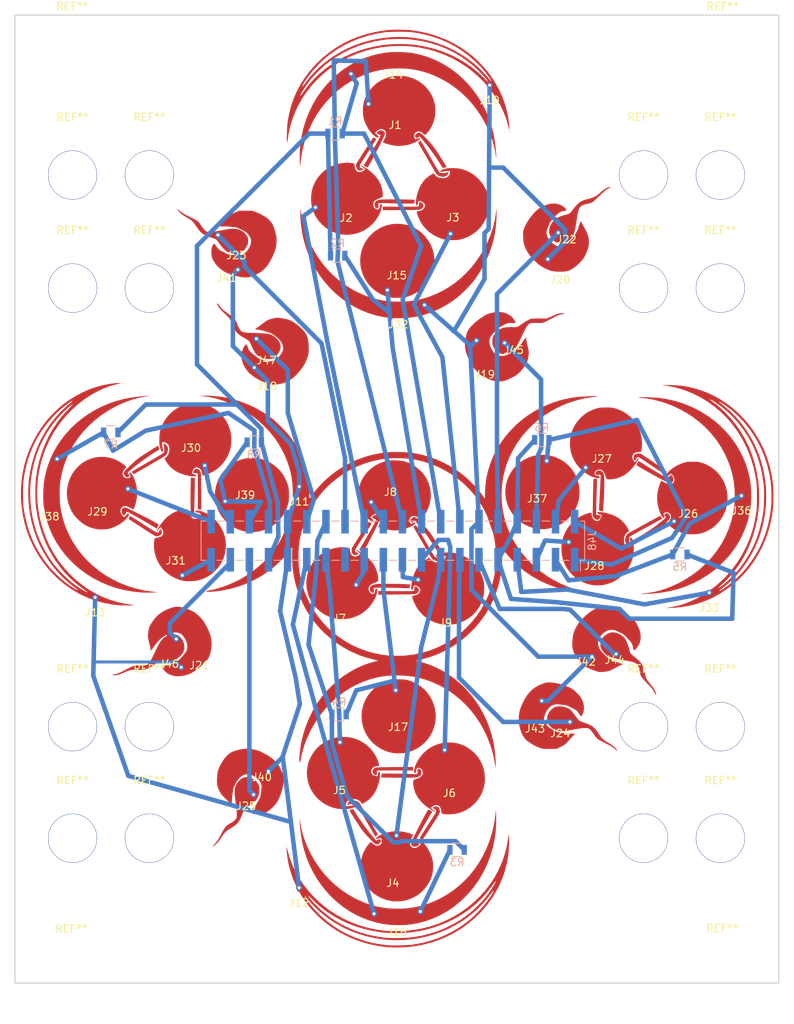
<source format=kicad_pcb>
(kicad_pcb (version 20171130) (host pcbnew 5.0.2+dfsg1-1)
  (layers (0 F.Cu signal) (31 B.Cu signal) (34 B.Paste user) (35 F.Paste user) (36 B.SilkS user) (37 F.SilkS user) (38 B.Mask user) (39 F.Mask user hide) (44 Edge.Cuts user))
  (net 0 "")
  (net 1 C3)
  (net 2 B3)
  (net 3 IN3)
  (net 4 C1)
  (net 5 B1)
  (net 6 IN1)
  (net 7 Fplay)
  (net 8 Fpush)
  (net 9 Frec)
  (net 10 +3.3VA)
  (net 11 ADC5)
  (net 12 ADC4)
  (net 13 ADC1)
  (net 14 ADC0)
  (net 15 GND)
  (net 16 F5)
  (net 17 F6)
  (net 18 F1)
  (net 19 F2)
  (net 20 C4)
  (net 21 B4)
  (net 22 IN4)
  (net 23 C2)
  (net 24 B2)
  (net 25 IN2)
  (net 26 ADC7)
  (net 27 ADC6)
  (net 28 ADC3)
  (net 29 ADC2)
  (net 30 F7)
  (net 31 F8)
  (net 32 F3)
  (net 33 F4)
  (module panels:pads001 (layer F.Cu) (at 102.68 98.7)
    (fp_text reference G*** hide)
    (fp_text value LOGO hide)
    (fp_poly (pts (xy -0.23388 -5.153062) (xy 0.181735 -5.130274) (xy 0.542592 -5.086081) (xy 0.877177 -5.014546) (xy 1.213974 -4.909732) (xy 1.53878 -4.7836) (xy 1.940953 -4.583955) (xy 2.352166 -4.321177) (xy 2.751819 -4.011444) (xy 3.119318 -3.670933) (xy 3.434065 -3.315821) (xy 3.475148 -3.262699) (xy 3.658849 -2.989398) (xy 3.841743 -2.662126) (xy 4.009323 -2.310467) (xy 4.147078 -1.964) (xy 4.212976 -1.758347) (xy 4.338826 -1.162703) (xy 4.38236 -0.562953) (xy 4.345201 0.033929) (xy 4.22897 0.620969) (xy 4.03529 1.191196) (xy 3.765784 1.737635) (xy 3.422073 2.253315) (xy 3.222702 2.497667) (xy 3.056829 2.688167) (xy 2.935998 2.599489) (xy 2.735316 2.453923) (xy 2.585999 2.351733) (xy 2.472265 2.284721) (xy 2.378335 2.244689) (xy 2.288427 2.223438) (xy 2.192436 2.213183) (xy 2.025862 2.212559) (xy 1.900559 2.2454) (xy 1.83053 2.283257) (xy 1.676878 2.418154) (xy 1.569157 2.589512) (xy 1.524499 2.769286) (xy 1.524158 2.784777) (xy 1.541945 2.927877) (xy 1.587719 3.071498) (xy 1.649651 3.186751) (xy 1.711985 3.243393) (xy 1.783948 3.241423) (xy 1.903414 3.210688) (xy 2.010708 3.17131) (xy 2.156924 3.117465) (xy 2.246483 3.103283) (xy 2.292772 3.122505) (xy 2.317946 3.196135) (xy 2.263237 3.287613) (xy 2.12799 3.397513) (xy 1.91155 3.526409) (xy 1.722102 3.623042) (xy 1.236219 3.827132) (xy 0.724741 3.982914) (xy 0.2078 4.086361) (xy -0.29447 4.133443) (xy -0.761937 4.120131) (xy -0.762 4.120125) (xy -1.017569 4.087048) (xy -1.29885 4.038561) (xy -1.588773 3.978832) (xy -1.870267 3.91203) (xy -2.126262 3.842321) (xy -2.339688 3.773873) (xy -2.493474 3.710854) (xy -2.536286 3.686934) (xy -2.556901 3.656347) (xy -2.550871 3.597835) (xy -2.513911 3.498323) (xy -2.441737 3.344736) (xy -2.390878 3.243128) (xy -2.253822 2.940025) (xy -2.177006 2.686912) (xy -2.159305 2.475447) (xy -2.199594 2.297288) (xy -2.250647 2.203622) (xy -2.414086 2.024294) (xy -2.604309 1.923648) (xy -2.817071 1.901592) (xy -3.048124 1.958034) (xy -3.293225 2.09288) (xy -3.466745 2.230195) (xy -3.558996 2.31265) (xy -3.607077 2.371578) (xy -3.607091 2.425261) (xy -3.555142 2.491979) (xy -3.447333 2.590015) (xy -3.376942 2.65151) (xy -3.230804 2.800321) (xy -3.162508 2.92195) (xy -3.163081 2.995084) (xy -3.217834 3.046374) (xy -3.316474 3.038528) (xy -3.45008 2.978585) (xy -3.609731 2.873587) (xy -3.786504 2.730577) (xy -3.971479 2.556594) (xy -4.155734 2.358682) (xy -4.330347 2.14388) (xy -4.444347 1.983828) (xy -4.753156 1.470388) (xy -4.983973 0.965724) (xy -5.140782 0.457438) (xy -5.227567 -0.066867) (xy -5.249275 -0.520667) (xy -5.209393 -1.149369) (xy -5.090196 -1.748573) (xy -4.892121 -2.317204) (xy -4.615607 -2.854188) (xy -4.261092 -3.358451) (xy -3.950228 -3.708432) (xy -3.51886 -4.104711) (xy -3.058311 -4.433741) (xy -2.553311 -4.704983) (xy -1.988589 -4.927901) (xy -1.975279 -4.932366) (xy -1.677818 -5.024499) (xy -1.405765 -5.090285) (xy -1.135936 -5.132664) (xy -0.845147 -5.154574) (xy -0.510212 -5.158953) (xy -0.23388 -5.153062)) (layer F.Cu) (width 0.01))
    (fp_poly (pts (xy -2.662113 2.106125) (xy -2.497944 2.192525) (xy -2.381573 2.320072) (xy -2.329578 2.475302) (xy -2.328333 2.504032) (xy -2.347597 2.576116) (xy -2.40252 2.714359) (xy -2.488798 2.910282) (xy -2.602128 3.155401) (xy -2.738206 3.441236) (xy -2.892728 3.759304) (xy -3.061391 4.101124) (xy -3.239891 4.458214) (xy -3.423924 4.822093) (xy -3.609187 5.184278) (xy -3.791377 5.536288) (xy -3.966189 5.869642) (xy -4.12932 6.175857) (xy -4.276466 6.446452) (xy -4.403323 6.672945) (xy -4.505589 6.846854) (xy -4.578959 6.959699) (xy -4.606342 6.993588) (xy -4.655064 6.989247) (xy -4.751281 6.94755) (xy -4.847288 6.893536) (xy -4.991569 6.803163) (xy -5.072001 6.738978) (xy -5.096463 6.682183) (xy -5.072832 6.613979) (xy -5.008986 6.515568) (xy -5.006945 6.512561) (xy -4.930427 6.393695) (xy -4.82014 6.213862) (xy -4.681954 5.983281) (xy -4.521738 5.712169) (xy -4.345364 5.410744) (xy -4.158701 5.089224) (xy -3.96762 4.757827) (xy -3.77799 4.42677) (xy -3.595683 4.106272) (xy -3.426569 3.80655) (xy -3.276517 3.537822) (xy -3.151398 3.310306) (xy -3.057082 3.13422) (xy -2.99944 3.019781) (xy -2.995992 3.012281) (xy -2.923426 2.832565) (xy -2.899397 2.714635) (xy -2.924341 2.650598) (xy -2.998697 2.632561) (xy -3.016997 2.63356) (xy -3.109655 2.613633) (xy -3.226997 2.553827) (xy -3.27401 2.521168) (xy -3.432098 2.400588) (xy -3.335299 2.296939) (xy -3.146692 2.148471) (xy -2.934709 2.07926) (xy -2.8575 2.074334) (xy -2.662113 2.106125)) (layer F.Cu) (width 0.01))
    (fp_poly (pts (xy 2.26244 2.379604) (xy 2.355991 2.411754) (xy 2.4604 2.475119) (xy 2.586689 2.577705) (xy 2.745882 2.727515) (xy 2.949002 2.932556) (xy 2.964507 2.94852) (xy 3.348 3.350741) (xy 3.675636 3.710313) (xy 3.956907 4.038418) (xy 4.201304 4.346241) (xy 4.418318 4.644965) (xy 4.47668 4.730295) (xy 4.591492 4.902895) (xy 4.728676 5.113095) (xy 4.881297 5.349865) (xy 5.042418 5.602178) (xy 5.205104 5.859005) (xy 5.362421 6.109317) (xy 5.507433 6.342085) (xy 5.633205 6.546281) (xy 5.7328 6.710877) (xy 5.799284 6.824844) (xy 5.824643 6.873828) (xy 5.816731 6.919266) (xy 5.747224 6.96204) (xy 5.626151 7.003487) (xy 5.478369 7.046243) (xy 5.389462 7.061769) (xy 5.336747 7.045569) (xy 5.297541 6.993151) (xy 5.265775 6.932084) (xy 5.209054 6.832595) (xy 5.112256 6.675183) (xy 4.983239 6.471718) (xy 4.829861 6.234065) (xy 4.659981 5.974093) (xy 4.481456 5.703671) (xy 4.302143 5.434665) (xy 4.129903 5.178944) (xy 3.972591 4.948375) (xy 3.838066 4.754827) (xy 3.734187 4.610167) (xy 3.689093 4.550834) (xy 3.58789 4.424734) (xy 3.445357 4.249353) (xy 3.274384 4.040436) (xy 3.087861 3.813729) (xy 2.898677 3.58498) (xy 2.883415 3.566584) (xy 2.665173 3.30717) (xy 2.493806 3.112049) (xy 2.365567 2.977646) (xy 2.276707 2.900388) (xy 2.223477 2.876704) (xy 2.202129 2.903018) (xy 2.201334 2.916404) (xy 2.166238 2.950338) (xy 2.080619 2.998243) (xy 1.973977 3.046438) (xy 1.875812 3.081243) (xy 1.826272 3.090334) (xy 1.781824 3.053766) (xy 1.736309 2.964756) (xy 1.702777 2.854342) (xy 1.693334 2.77414) (xy 1.728582 2.676905) (xy 1.818515 2.567846) (xy 1.939411 2.467097) (xy 2.067549 2.394789) (xy 2.168722 2.370667) (xy 2.26244 2.379604)) (layer F.Cu) (width 0.01))
    (fp_poly (pts (xy -3.821468 3.014004) (xy -3.731075 3.057858) (xy -3.619181 3.128622) (xy -3.56756 3.166325) (xy -3.473286 3.2385) (xy -3.879947 3.8735) (xy -4.038395 4.120795) (xy -4.226141 4.413623) (xy -4.426704 4.726292) (xy -4.623606 5.03311) (xy -4.776032 5.2705) (xy -5.004261 5.626552) (xy -5.190447 5.919196) (xy -5.338806 6.155933) (xy -5.453558 6.344265) (xy -5.538921 6.491692) (xy -5.599113 6.605718) (xy -5.638353 6.693843) (xy -5.660858 6.763569) (xy -5.670849 6.822397) (xy -5.672666 6.864989) (xy -5.66682 6.970784) (xy -5.637258 7.016684) (xy -5.565953 7.027269) (xy -5.553587 7.027334) (xy -5.420214 7.067498) (xy -5.314212 7.152894) (xy -5.193917 7.278455) (xy -5.316875 7.327017) (xy -5.481127 7.372943) (xy -5.654693 7.39212) (xy -5.803768 7.382382) (xy -5.866545 7.362199) (xy -5.978629 7.262049) (xy -6.064242 7.103841) (xy -6.117407 6.911665) (xy -6.132151 6.70961) (xy -6.102501 6.521766) (xy -6.086144 6.476693) (xy -6.055655 6.42253) (xy -5.984731 6.306028) (xy -5.878958 6.135916) (xy -5.74392 5.920922) (xy -5.585203 5.669776) (xy -5.408393 5.391205) (xy -5.219074 5.093939) (xy -5.022831 4.786707) (xy -4.825251 4.478236) (xy -4.631918 4.177256) (xy -4.448418 3.892496) (xy -4.280336 3.632683) (xy -4.133256 3.406548) (xy -4.012765 3.222818) (xy -3.924448 3.090222) (xy -3.873889 3.017488) (xy -3.867339 3.009131) (xy -3.821468 3.014004)) (layer F.Cu) (width 0.01))
    (fp_poly (pts (xy 2.402963 3.45826) (xy 2.426979 3.485703) (xy 2.463749 3.537244) (xy 2.516107 3.617629) (xy 2.586885 3.731606) (xy 2.678916 3.883921) (xy 2.795034 4.079322) (xy 2.938071 4.322555) (xy 3.11086 4.618367) (xy 3.316235 4.971506) (xy 3.557028 5.386718) (xy 3.836072 5.86875) (xy 3.955275 6.074834) (xy 4.174659 6.453684) (xy 4.356384 6.765897) (xy 4.504854 7.018314) (xy 4.624474 7.217777) (xy 4.719647 7.371126) (xy 4.794779 7.485205) (xy 4.854274 7.566853) (xy 4.902536 7.622912) (xy 4.943969 7.660224) (xy 4.982978 7.68563) (xy 4.99708 7.69308) (xy 5.121673 7.727738) (xy 5.302102 7.743002) (xy 5.511852 7.739159) (xy 5.724411 7.716496) (xy 5.884334 7.6835) (xy 6.012204 7.649554) (xy 6.101153 7.62665) (xy 6.12775 7.620503) (xy 6.137431 7.654162) (xy 6.138334 7.677149) (xy 6.109366 7.761192) (xy 6.035592 7.875576) (xy 5.936704 7.995795) (xy 5.832394 8.097342) (xy 5.76027 8.147648) (xy 5.618632 8.190041) (xy 5.42647 8.207461) (xy 5.214086 8.200138) (xy 5.011785 8.168302) (xy 4.918075 8.141239) (xy 4.776953 8.076185) (xy 4.647887 7.979802) (xy 4.520297 7.84041) (xy 4.383602 7.646329) (xy 4.227223 7.385881) (xy 4.216124 7.366375) (xy 4.140898 7.23481) (xy 4.02893 7.040344) (xy 3.886144 6.793204) (xy 3.718465 6.503616) (xy 3.531817 6.181808) (xy 3.332126 5.838008) (xy 3.125316 5.482444) (xy 3.017386 5.297083) (xy 2.068692 3.668397) (xy 2.208115 3.559282) (xy 2.304507 3.491005) (xy 2.375959 3.45298) (xy 2.388869 3.450167) (xy 2.402963 3.45826)) (layer F.Cu) (width 0.01))
    (fp_poly (pts (xy -1.101284 11.229154) (xy -0.7085 11.231886) (xy -0.315196 11.236453) (xy 0.066613 11.242762) (xy 0.424909 11.250723) (xy 0.747678 11.260245) (xy 1.022904 11.271235) (xy 1.238571 11.283603) (xy 1.285896 11.287238) (xy 1.619292 11.314816) (xy 1.595412 11.546198) (xy 1.579511 11.67666) (xy 1.563843 11.76769) (xy 1.555299 11.793812) (xy 1.510489 11.796595) (xy 1.391783 11.796504) (xy 1.209894 11.793753) (xy 0.975536 11.788556) (xy 0.699424 11.781125) (xy 0.392271 11.771674) (xy 0.314451 11.769106) (xy -0.080892 11.757423) (xy -0.522537 11.74696) (xy -0.981854 11.738225) (xy -1.430212 11.731725) (xy -1.838981 11.72797) (xy -2.043912 11.727251) (xy -2.3861 11.727429) (xy -2.653078 11.728953) (xy -2.8543 11.732379) (xy -2.999218 11.738262) (xy -3.097285 11.747159) (xy -3.157955 11.759623) (xy -3.190681 11.776212) (xy -3.204176 11.795441) (xy -3.206351 11.888377) (xy -3.188633 11.933025) (xy -3.169116 12.010324) (xy -3.166621 12.12794) (xy -3.178165 12.256187) (xy -3.200767 12.365377) (xy -3.231446 12.425824) (xy -3.2385 12.42951) (xy -3.30368 12.424422) (xy -3.409152 12.397089) (xy -3.429 12.390562) (xy -3.566742 12.302607) (xy -3.662099 12.15979) (xy -3.710094 11.983206) (xy -3.705747 11.793947) (xy -3.644081 11.613107) (xy -3.621431 11.575172) (xy -3.499114 11.460339) (xy -3.298117 11.36624) (xy -3.022194 11.294287) (xy -2.774184 11.256389) (xy -2.636851 11.246199) (xy -2.426904 11.238391) (xy -2.156358 11.232874) (xy -1.837228 11.229556) (xy -1.481532 11.228347) (xy -1.101284 11.229154)) (layer F.Cu) (width 0.01))
    (fp_poly (pts (xy 2.386408 11.581744) (xy 2.470752 11.61537) (xy 2.645519 11.726417) (xy 2.752754 11.87683) (xy 2.787747 12.051942) (xy 2.745785 12.237089) (xy 2.698192 12.323323) (xy 2.659801 12.380914) (xy 2.622823 12.430167) (xy 2.580661 12.471807) (xy 2.526714 12.506561) (xy 2.454383 12.535155) (xy 2.357069 12.558315) (xy 2.228174 12.576768) (xy 2.061097 12.59124) (xy 1.84924 12.602456) (xy 1.586004 12.611144) (xy 1.26479 12.61803) (xy 0.878997 12.62384) (xy 0.422029 12.629299) (xy -0.112716 12.635135) (xy -0.137583 12.635406) (xy -2.582333 12.662045) (xy -2.582333 12.187093) (xy -0.235007 12.20013) (xy 0.298986 12.202668) (xy 0.753596 12.203835) (xy 1.134094 12.203546) (xy 1.445755 12.201716) (xy 1.693849 12.19826) (xy 1.883651 12.193095) (xy 2.020434 12.186134) (xy 2.10947 12.177294) (xy 2.156031 12.166489) (xy 2.163934 12.161609) (xy 2.194013 12.084145) (xy 2.206624 11.937394) (xy 2.205523 11.833526) (xy 2.204844 11.670903) (xy 2.226143 11.581823) (xy 2.282353 11.55565) (xy 2.386408 11.581744)) (layer F.Cu) (width 0.01))
    (fp_poly (pts (xy -7.17926 6.365798) (xy -6.951582 6.380626) (xy -6.74236 6.404453) (xy -6.569444 6.435382) (xy -6.450681 6.471519) (xy -6.409068 6.499232) (xy -6.381199 6.571548) (xy -6.354445 6.699567) (xy -6.336016 6.842521) (xy -6.290492 7.109716) (xy -6.206265 7.31125) (xy -6.076617 7.459858) (xy -5.973709 7.529207) (xy -5.792411 7.597548) (xy -5.600422 7.599981) (xy -5.383363 7.535166) (xy -5.228166 7.459687) (xy -5.077272 7.362736) (xy -5.005028 7.272401) (xy -5.011802 7.180008) (xy -5.097962 7.076884) (xy -5.249151 6.964082) (xy -5.408188 6.851421) (xy -5.491237 6.775591) (xy -5.498234 6.73666) (xy -5.469409 6.731) (xy -5.40734 6.753729) (xy -5.290679 6.815715) (xy -5.134192 6.907655) (xy -4.952644 7.020247) (xy -4.760801 7.144189) (xy -4.573428 7.270177) (xy -4.405292 7.388911) (xy -4.30271 7.466029) (xy -3.826051 7.883428) (xy -3.428825 8.329545) (xy -3.11048 8.805332) (xy -2.870462 9.311746) (xy -2.708221 9.849739) (xy -2.628619 10.357713) (xy -2.611508 10.581799) (xy -2.617238 10.740634) (xy -2.657344 10.852876) (xy -2.743364 10.937181) (xy -2.886833 11.012208) (xy -3.081243 11.089749) (xy -3.377379 11.217114) (xy -3.596974 11.346166) (xy -3.748061 11.482598) (xy -3.835538 11.624433) (xy -3.889726 11.846623) (xy -3.874362 12.065269) (xy -3.795632 12.262058) (xy -3.659725 12.418674) (xy -3.542933 12.490585) (xy -3.350993 12.556576) (xy -3.206034 12.5553) (xy -3.103173 12.48352) (xy -3.037523 12.338001) (xy -3.005666 12.134701) (xy -2.991455 11.991641) (xy -2.972089 11.913607) (xy -2.938037 11.88107) (xy -2.879768 11.874501) (xy -2.878666 11.8745) (xy -2.820223 11.880359) (xy -2.78704 11.911004) (xy -2.770207 11.986035) (xy -2.760811 12.125051) (xy -2.760342 12.134756) (xy -2.780565 12.416663) (xy -2.861854 12.737295) (xy -2.997937 13.084048) (xy -3.182546 13.444319) (xy -3.409411 13.805506) (xy -3.672261 14.155006) (xy -3.887059 14.39956) (xy -4.353557 14.838681) (xy -4.857483 15.202641) (xy -5.403243 15.494002) (xy -5.995243 15.71533) (xy -6.282724 15.793943) (xy -6.487119 15.832028) (xy -6.74755 15.863152) (xy -7.040007 15.886149) (xy -7.34048 15.899852) (xy -7.624958 15.903094) (xy -7.869432 15.894706) (xy -8.022166 15.878502) (xy -8.666189 15.733677) (xy -9.26986 15.515204) (xy -9.831169 15.224129) (xy -10.348102 14.861498) (xy -10.818648 14.428357) (xy -10.826779 14.419818) (xy -11.227966 13.938869) (xy -11.556049 13.422476) (xy -11.811123 12.877734) (xy -11.993288 12.311741) (xy -12.102641 11.731593) (xy -12.13928 11.144385) (xy -12.103302 10.557215) (xy -11.994805 9.977178) (xy -11.813888 9.411372) (xy -11.560648 8.866892) (xy -11.235183 8.350835) (xy -10.83759 7.870297) (xy -10.735038 7.764629) (xy -10.265234 7.348669) (xy -9.760908 7.007292) (xy -9.218203 6.738775) (xy -8.633266 6.541393) (xy -8.002242 6.413422) (xy -7.618596 6.370725) (xy -7.407547 6.361866) (xy -7.17926 6.365798)) (layer F.Cu) (width 0.01))
    (fp_poly (pts (xy 6.96337 7.079754) (xy 7.384217 7.118752) (xy 7.477126 7.13266) (xy 8.076582 7.271833) (xy 8.648571 7.487374) (xy 9.1866 7.773624) (xy 9.684177 8.124924) (xy 10.134809 8.535613) (xy 10.532003 9.000035) (xy 10.869269 9.512528) (xy 11.140112 10.067434) (xy 11.27623 10.444238) (xy 11.356199 10.722828) (xy 11.412184 10.982281) (xy 11.44767 11.248555) (xy 11.466141 11.54761) (xy 11.471098 11.895667) (xy 11.434963 12.513398) (xy 11.32607 13.095575) (xy 11.141683 13.649813) (xy 10.879067 14.18373) (xy 10.535488 14.704943) (xy 10.399272 14.881201) (xy 9.983839 15.332244) (xy 9.508992 15.723348) (xy 8.975842 16.053785) (xy 8.385497 16.322822) (xy 8.015321 16.451066) (xy 7.832161 16.506833) (xy 7.683384 16.547669) (xy 7.549294 16.57622) (xy 7.410194 16.59513) (xy 7.246387 16.607047) (xy 7.038176 16.614615) (xy 6.765865 16.620481) (xy 6.752167 16.62074) (xy 6.427943 16.624372) (xy 6.172312 16.62102) (xy 5.969431 16.609919) (xy 5.803454 16.590302) (xy 5.693834 16.569578) (xy 5.054407 16.38988) (xy 4.465449 16.143777) (xy 3.921581 15.828498) (xy 3.417424 15.441275) (xy 3.303033 15.338526) (xy 2.890991 14.90035) (xy 2.531146 14.395744) (xy 2.263396 13.908692) (xy 2.162583 13.688326) (xy 2.071872 13.46628) (xy 1.99614 13.257358) (xy 1.940267 13.076363) (xy 1.909129 12.938097) (xy 1.907605 12.857362) (xy 1.91347 12.846753) (xy 1.965002 12.825865) (xy 2.075754 12.795474) (xy 2.221816 12.762138) (xy 2.222776 12.761937) (xy 2.480923 12.691946) (xy 2.672261 12.600123) (xy 2.813715 12.477147) (xy 2.866909 12.40723) (xy 2.975206 12.195027) (xy 3.001169 12.002442) (xy 2.944937 11.829943) (xy 2.806646 11.677997) (xy 2.616632 11.561386) (xy 2.426287 11.47219) (xy 2.294915 11.426327) (xy 2.207028 11.426824) (xy 2.14714 11.47671) (xy 2.099766 11.579013) (xy 2.070484 11.668171) (xy 1.999591 11.856259) (xy 1.929617 11.973451) (xy 1.866583 12.017946) (xy 1.81651 11.987944) (xy 1.78542 11.881643) (xy 1.77817 11.755585) (xy 1.803941 11.362604) (xy 1.876038 10.927717) (xy 1.987483 10.474431) (xy 2.131296 10.026252) (xy 2.3005 9.606688) (xy 2.488117 9.239244) (xy 2.559744 9.122834) (xy 2.753925 8.865645) (xy 3.003515 8.596473) (xy 3.285997 8.336444) (xy 3.578857 8.106685) (xy 3.791468 7.967116) (xy 3.962539 7.867426) (xy 4.076031 7.807605) (xy 4.146101 7.782554) (xy 4.186908 7.787173) (xy 4.212167 7.815596) (xy 4.399569 8.056433) (xy 4.645605 8.238491) (xy 4.945384 8.358963) (xy 5.251293 8.411934) (xy 5.560631 8.407687) (xy 5.829044 8.34302) (xy 6.048464 8.222319) (xy 6.210821 8.049967) (xy 6.305783 7.838971) (xy 6.344339 7.666125) (xy 6.342004 7.556327) (xy 6.290634 7.494547) (xy 6.182083 7.465757) (xy 6.099749 7.458801) (xy 5.940035 7.461257) (xy 5.741137 7.480207) (xy 5.545993 7.511555) (xy 5.545192 7.511718) (xy 5.341008 7.551485) (xy 5.206144 7.571725) (xy 5.127364 7.571713) (xy 5.091437 7.550724) (xy 5.085127 7.508034) (xy 5.087639 7.486664) (xy 5.132822 7.387292) (xy 5.240891 7.302593) (xy 5.418756 7.228905) (xy 5.673329 7.162566) (xy 5.716425 7.153462) (xy 6.096802 7.097496) (xy 6.523341 7.072798) (xy 6.96337 7.079754)) (layer F.Cu) (width 0.01))
    (fp_poly (pts (xy 14.845848 -48.79975) (xy 14.852432 -48.692383) (xy 14.845848 -48.651583) (xy 14.833578 -48.638408) (xy 14.826898 -48.696944) (xy 14.826488 -48.725666) (xy 14.830902 -48.802684) (xy 14.841891 -48.811761) (xy 14.845848 -48.79975)) (layer F.Cu) (width 0.01))
    (fp_poly (pts (xy 0.407891 -62.302176) (xy 0.86977 -62.290646) (xy 1.306495 -62.270396) (xy 1.697577 -62.241711) (xy 1.989667 -62.209455) (xy 3.156506 -62.012788) (xy 4.278426 -61.744643) (xy 5.35681 -61.404426) (xy 6.393038 -60.991543) (xy 7.388493 -60.505401) (xy 8.344556 -59.945406) (xy 9.262609 -59.310964) (xy 9.891789 -58.815261) (xy 10.140759 -58.598217) (xy 10.426125 -58.332194) (xy 10.731804 -58.033613) (xy 11.041716 -57.718897) (xy 11.339778 -57.404467) (xy 11.609909 -57.106745) (xy 11.836027 -56.842153) (xy 11.892233 -56.772501) (xy 12.504879 -55.938562) (xy 13.051076 -55.066897) (xy 13.528284 -54.163984) (xy 13.93396 -53.2363) (xy 14.265563 -52.290325) (xy 14.520551 -51.332536) (xy 14.696383 -50.36941) (xy 14.790517 -49.407427) (xy 14.791886 -49.381833) (xy 14.799745 -49.211376) (xy 14.800791 -49.105803) (xy 14.792919 -49.068163) (xy 14.774024 -49.101504) (xy 14.742003 -49.208874) (xy 14.694752 -49.393321) (xy 14.645764 -49.5935) (xy 14.384386 -50.496857) (xy 14.042493 -51.391308) (xy 13.624182 -52.271066) (xy 13.133547 -53.130344) (xy 12.574684 -53.963356) (xy 11.951688 -54.764313) (xy 11.268653 -55.527431) (xy 10.529676 -56.246922) (xy 9.738851 -56.917) (xy 9.151512 -57.357185) (xy 8.224607 -57.964764) (xy 7.251459 -58.503621) (xy 6.238982 -58.970937) (xy 5.19409 -59.36389) (xy 4.123696 -59.679661) (xy 3.034714 -59.915428) (xy 2.772834 -59.95956) (xy 2.309093 -60.028949) (xy 1.889534 -60.080879) (xy 1.487571 -60.117375) (xy 1.076617 -60.140462) (xy 0.630084 -60.152166) (xy 0.211667 -60.154685) (xy -0.954231 -60.113256) (xy -2.098689 -59.991221) (xy -3.219363 -59.789278) (xy -4.313908 -59.508122) (xy -5.379981 -59.148453) (xy -6.415236 -58.710967) (xy -7.417328 -58.196361) (xy -8.383914 -57.605333) (xy -8.403166 -57.592539) (xy -9.278213 -56.962198) (xy -10.105129 -56.269692) (xy -10.877629 -55.521538) (xy -11.589425 -54.724253) (xy -12.234233 -53.884353) (xy -12.773698 -53.061741) (xy -13.233115 -52.234563) (xy -13.637468 -51.369476) (xy -13.98196 -50.4802) (xy -14.261799 -49.580455) (xy -14.472188 -48.68396) (xy -14.607085 -47.8155) (xy -14.628638 -47.63622) (xy -14.648302 -47.491423) (xy -14.66342 -47.399724) (xy -14.669681 -47.377257) (xy -14.685648 -47.404205) (xy -14.707687 -47.489666) (xy -14.714537 -47.524019) (xy -14.724707 -47.633733) (xy -14.72932 -47.81308) (xy -14.728899 -48.047243) (xy -14.723969 -48.321406) (xy -14.715056 -48.620755) (xy -14.702683 -48.930473) (xy -14.687376 -49.235745) (xy -14.669658 -49.521755) (xy -14.650056 -49.773688) (xy -14.629093 -49.976727) (xy -14.627121 -49.992381) (xy -14.449741 -51.046941) (xy -14.192401 -52.074693) (xy -13.856108 -53.073574) (xy -13.683072 -53.477907) (xy -12.993527 -53.477907) (xy -12.975956 -53.470035) (xy -12.914015 -53.532517) (xy -12.807334 -53.665578) (xy -12.655544 -53.86944) (xy -12.490209 -54.099362) (xy -11.829676 -54.963148) (xy -11.124494 -55.758027) (xy -10.368433 -56.489762) (xy -9.555264 -57.164114) (xy -8.678756 -57.786844) (xy -8.128 -58.133206) (xy -7.183392 -58.65829) (xy -6.210934 -59.11322) (xy -5.204421 -59.500071) (xy -4.157645 -59.820921) (xy -3.0644 -60.077846) (xy -1.91848 -60.272923) (xy -1.610445 -60.313856) (xy -1.312923 -60.342818) (xy -0.948517 -60.364888) (xy -0.534727 -60.38008) (xy -0.089052 -60.388407) (xy 0.371008 -60.389882) (xy 0.827951 -60.384519) (xy 1.264279 -60.37233) (xy 1.662492 -60.35333) (xy 2.005088 -60.327531) (xy 2.159 -60.310999) (xy 3.329941 -60.127805) (xy 4.466573 -59.870186) (xy 5.566419 -59.539176) (xy 6.627 -59.135805) (xy 7.645838 -58.661108) (xy 8.620454 -58.116116) (xy 9.548372 -57.501862) (xy 10.314467 -56.912974) (xy 10.491557 -56.762355) (xy 10.708841 -56.569874) (xy 10.946571 -56.353468) (xy 11.185 -56.13107) (xy 11.367066 -55.956929) (xy 11.551964 -55.779713) (xy 11.714516 -55.627901) (xy 11.845773 -55.509521) (xy 11.936787 -55.4326) (xy 11.97861 -55.405163) (xy 11.980334 -55.406841) (xy 11.951852 -55.47791) (xy 11.871742 -55.599518) (xy 11.748006 -55.762097) (xy 11.588648 -55.95608) (xy 11.401672 -56.171901) (xy 11.195079 -56.399993) (xy 10.976873 -56.630789) (xy 10.838257 -56.772055) (xy 10.031949 -57.521873) (xy 9.176004 -58.203881) (xy 8.273002 -58.816916) (xy 7.325522 -59.359816) (xy 6.336143 -59.831417) (xy 5.307446 -60.230557) (xy 4.24201 -60.556074) (xy 3.142414 -60.806804) (xy 2.011237 -60.981585) (xy 1.354667 -61.046675) (xy 0.962966 -61.068985) (xy 0.514659 -61.079709) (xy 0.032048 -61.079404) (xy -0.462566 -61.068629) (xy -0.946879 -61.047942) (xy -1.398591 -61.017902) (xy -1.795399 -60.979068) (xy -1.906233 -60.964998) (xy -3.059986 -60.768174) (xy -4.175616 -60.495848) (xy -5.253828 -60.147756) (xy -6.295325 -59.723635) (xy -7.300813 -59.223222) (xy -8.270997 -58.646252) (xy -8.487833 -58.503621) (xy -9.051396 -58.10644) (xy -9.581396 -57.689863) (xy -10.10167 -57.234187) (xy -10.586699 -56.769) (xy -11.209747 -56.115978) (xy -11.754986 -55.473446) (xy -12.227525 -54.834782) (xy -12.632474 -54.193362) (xy -12.783698 -53.921416) (xy -12.897029 -53.703821) (xy -12.967095 -53.55591) (xy -12.993527 -53.477907) (xy -13.683072 -53.477907) (xy -13.441871 -54.04152) (xy -13.065082 -54.758742) (xy -12.698276 -54.758742) (xy -12.681765 -54.737) (xy -12.65127 -54.768891) (xy -12.578748 -54.857022) (xy -12.473215 -54.990082) (xy -12.343683 -55.156759) (xy -12.251664 -55.27675) (xy -11.656002 -56.019477) (xy -11.054486 -56.690887) (xy -10.433515 -57.303974) (xy -9.779491 -57.871732) (xy -9.078815 -58.407156) (xy -8.696746 -58.67357) (xy -7.733913 -59.275246) (xy -6.735446 -59.800573) (xy -5.700837 -60.249725) (xy -4.629578 -60.622877) (xy -3.521162 -60.920202) (xy -2.37508 -61.141876) (xy -1.190824 -61.288073) (xy -1.040785 -61.300992) (xy -0.75088 -61.318287) (xy -0.40164 -61.328751) (xy -0.012943 -61.332674) (xy 0.39533 -61.33035) (xy 0.8033 -61.322072) (xy 1.191086 -61.308132) (xy 1.538809 -61.288822) (xy 1.826588 -61.264435) (xy 1.883834 -61.257943) (xy 3.059954 -61.076776) (xy 4.197351 -60.822151) (xy 5.294462 -60.494891) (xy 6.349723 -60.095823) (xy 7.36157 -59.62577) (xy 8.32844 -59.085557) (xy 9.24877 -58.47601) (xy 10.120996 -57.797952) (xy 10.943554 -57.05221) (xy 11.714881 -56.239607) (xy 11.978 -55.932916) (xy 12.120961 -55.764707) (xy 12.24642 -55.622571) (xy 12.343852 -55.518018) (xy 12.402731 -55.462556) (xy 12.413565 -55.456666) (xy 12.425441 -55.487659) (xy 12.389622 -55.574605) (xy 12.312668 -55.708457) (xy 12.201137 -55.880169) (xy 12.06159 -56.080694) (xy 11.900585 -56.300985) (xy 11.724681 -56.531995) (xy 11.540437 -56.764678) (xy 11.354412 -56.989986) (xy 11.173166 -57.198874) (xy 11.06311 -57.319333) (xy 10.255337 -58.125218) (xy 9.411249 -58.85536) (xy 8.529557 -59.510406) (xy 7.608973 -60.091005) (xy 6.648206 -60.597804) (xy 5.645967 -61.03145) (xy 4.600968 -61.392592) (xy 3.511918 -61.681877) (xy 2.377529 -61.899954) (xy 1.778 -61.984349) (xy 1.533111 -62.006923) (xy 1.220284 -62.023748) (xy 0.856048 -62.034933) (xy 0.456928 -62.040592) (xy 0.039451 -62.040833) (xy -0.379856 -62.03577) (xy -0.784466 -62.025512) (xy -1.157853 -62.010172) (xy -1.48349 -61.98986) (xy -1.744851 -61.964687) (xy -1.778 -61.960431) (xy -2.913785 -61.768098) (xy -4.018248 -61.500162) (xy -5.088228 -61.157973) (xy -6.120561 -60.742882) (xy -7.112085 -60.256238) (xy -8.059637 -59.699392) (xy -8.960056 -59.073693) (xy -9.455823 -58.68277) (xy -9.928446 -58.270243) (xy -10.409589 -57.808478) (xy -10.881842 -57.316191) (xy -11.3278 -56.8121) (xy -11.730053 -56.314921) (xy -12.000046 -55.947158) (xy -12.197632 -55.657435) (xy -12.368018 -55.394993) (xy -12.507238 -55.166866) (xy -12.61133 -54.980092) (xy -12.67633 -54.841706) (xy -12.698276 -54.758742) (xy -13.065082 -54.758742) (xy -12.950699 -54.97647) (xy -12.383601 -55.87636) (xy -11.741585 -56.739128) (xy -11.02566 -57.562712) (xy -10.82012 -57.777785) (xy -10.006165 -58.553216) (xy -9.144613 -59.259036) (xy -8.23726 -59.894404) (xy -7.285899 -60.458477) (xy -6.292324 -60.950413) (xy -5.258329 -61.36937) (xy -4.185708 -61.714506) (xy -3.076255 -61.984979) (xy -1.931764 -62.179947) (xy -1.281388 -62.255333) (xy -0.923781 -62.281562) (xy -0.509373 -62.297921) (xy -0.058653 -62.304696) (xy 0.407891 -62.302176)) (layer F.Cu) (width 0.01))
    (fp_poly (pts (xy 0.577582 -56.190437) (xy 0.8255 -56.160752) (xy 1.478441 -56.022027) (xy 2.090534 -55.812761) (xy 2.657881 -55.535339) (xy 3.176586 -55.192148) (xy 3.64275 -54.785574) (xy 4.052477 -54.318005) (xy 4.222446 -54.080833) (xy 4.534134 -53.54318) (xy 4.765696 -52.981031) (xy 4.916559 -52.398867) (xy 4.986152 -51.801168) (xy 4.973901 -51.192416) (xy 4.879234 -50.577091) (xy 4.736148 -50.06005) (xy 4.610458 -49.739643) (xy 4.446125 -49.404922) (xy 4.25648 -49.078271) (xy 4.054857 -48.782077) (xy 3.854587 -48.538726) (xy 3.792021 -48.474756) (xy 3.644293 -48.331573) (xy 3.420085 -48.504548) (xy 3.224036 -48.647714) (xy 3.067487 -48.74006) (xy 2.930298 -48.790862) (xy 2.792328 -48.809395) (xy 2.756664 -48.810072) (xy 2.551533 -48.775683) (xy 2.370224 -48.681415) (xy 2.238291 -48.5415) (xy 2.221474 -48.512015) (xy 2.177359 -48.376192) (xy 2.163199 -48.215847) (xy 2.175528 -48.052146) (xy 2.210878 -47.906255) (xy 2.265783 -47.79934) (xy 2.336776 -47.752566) (xy 2.345964 -47.752) (xy 2.417006 -47.768607) (xy 2.530301 -47.810633) (xy 2.588294 -47.835737) (xy 2.756623 -47.901426) (xy 2.86338 -47.916061) (xy 2.914471 -47.879726) (xy 2.921 -47.84043) (xy 2.881579 -47.746803) (xy 2.770906 -47.639975) (xy 2.600364 -47.525175) (xy 2.381337 -47.407633) (xy 2.12521 -47.292577) (xy 1.843366 -47.185235) (xy 1.547189 -47.090838) (xy 1.248063 -47.014613) (xy 1.032983 -46.973221) (xy 0.639556 -46.919362) (xy 0.282243 -46.890534) (xy -0.019549 -46.888149) (xy -0.084666 -46.891895) (xy -0.368269 -46.922977) (xy -0.680908 -46.974077) (xy -1.001605 -47.040258) (xy -1.309384 -47.116585) (xy -1.583265 -47.198122) (xy -1.80227 -47.279932) (xy -1.870958 -47.312215) (xy -1.985083 -47.370804) (xy -1.779273 -47.766594) (xy -1.688538 -47.953988) (xy -1.611997 -48.135889) (xy -1.560178 -48.286043) (xy -1.545328 -48.349997) (xy -1.548178 -48.575012) (xy -1.618089 -48.776786) (xy -1.742459 -48.943228) (xy -1.908688 -49.062249) (xy -2.104175 -49.121756) (xy -2.316319 -49.109662) (xy -2.332734 -49.105482) (xy -2.442147 -49.060898) (xy -2.578096 -48.984615) (xy -2.721382 -48.890343) (xy -2.852802 -48.791787) (xy -2.953157 -48.702657) (xy -3.003246 -48.636659) (xy -3.005666 -48.625063) (xy -2.975369 -48.570438) (xy -2.895604 -48.481433) (xy -2.783065 -48.3765) (xy -2.772833 -48.367702) (xy -2.630479 -48.233388) (xy -2.555835 -48.129436) (xy -2.54 -48.066226) (xy -2.565905 -47.984727) (xy -2.644209 -47.966685) (xy -2.775794 -48.012289) (xy -2.961542 -48.121727) (xy -3.034034 -48.17129) (xy -3.342732 -48.426592) (xy -3.630208 -48.745949) (xy -3.901194 -49.135585) (xy -4.160419 -49.601725) (xy -4.231672 -49.747079) (xy -4.391354 -50.111053) (xy -4.505166 -50.448195) (xy -4.579121 -50.785801) (xy -4.619232 -51.151164) (xy -4.631499 -51.562) (xy -4.621657 -51.958923) (xy -4.586542 -52.305888) (xy -4.520137 -52.635388) (xy -4.416424 -52.979914) (xy -4.320131 -53.242946) (xy -4.138577 -53.630029) (xy -3.892927 -54.029373) (xy -3.597868 -54.422235) (xy -3.268088 -54.789868) (xy -2.918275 -55.113526) (xy -2.751666 -55.244718) (xy -2.26253 -55.559436) (xy -1.727901 -55.816231) (xy -1.162178 -56.011415) (xy -0.579759 -56.141302) (xy 0.004961 -56.202205) (xy 0.577582 -56.190437)) (layer F.Cu) (width 0.01))
    (fp_poly (pts (xy -18.598444 -44.774555) (xy -18.593378 -44.724316) (xy -18.598444 -44.718111) (xy -18.623611 -44.723922) (xy -18.626666 -44.746333) (xy -18.611177 -44.781178) (xy -18.598444 -44.774555)) (layer F.Cu) (width 0.01))
    (fp_poly (pts (xy 0.123884 -59.343114) (xy 0.594774 -59.328236) (xy 1.052786 -59.302057) (xy 1.473834 -59.2653) (xy 1.793618 -59.224936) (xy 2.77612 -59.034383) (xy 3.732268 -58.765772) (xy 4.659039 -58.422434) (xy 5.553416 -58.007698) (xy 6.412375 -57.524894) (xy 7.232899 -56.977352) (xy 8.011965 -56.368401) (xy 8.746553 -55.701373) (xy 9.433644 -54.979597) (xy 10.070216 -54.206402) (xy 10.65325 -53.385119) (xy 11.179724 -52.519077) (xy 11.646619 -51.611607) (xy 12.050913 -50.666038) (xy 12.389588 -49.685701) (xy 12.659621 -48.673925) (xy 12.857993 -47.63404) (xy 12.94897 -46.9265) (xy 12.978173 -46.634903) (xy 13.005285 -46.34438) (xy 13.029351 -46.067337) (xy 13.049414 -45.81618) (xy 13.064518 -45.603315) (xy 13.073707 -45.441149) (xy 13.076025 -45.342088) (xy 13.073021 -45.31691) (xy 13.060836 -45.349166) (xy 13.04046 -45.450098) (xy 13.014637 -45.604422) (xy 12.986107 -45.796857) (xy 12.983369 -45.816468) (xy 12.82676 -46.667053) (xy 12.591147 -47.537368) (xy 12.278356 -48.421957) (xy 11.890217 -49.315363) (xy 11.646573 -49.806037) (xy 11.107251 -50.760018) (xy 10.507716 -51.659789) (xy 9.850814 -52.502501) (xy 9.139393 -53.285309) (xy 8.376301 -54.005365) (xy 7.564384 -54.659823) (xy 6.70649 -55.245834) (xy 5.805467 -55.760553) (xy 5.574428 -55.877453) (xy 4.836345 -56.21933) (xy 4.125129 -56.500633) (xy 3.417089 -56.728704) (xy 2.688537 -56.910884) (xy 1.915786 -57.054516) (xy 1.647335 -57.094665) (xy 1.351881 -57.126528) (xy 0.992217 -57.14951) (xy 0.588325 -57.163646) (xy 0.16019 -57.168974) (xy -0.272202 -57.165529) (xy -0.688869 -57.153346) (xy -1.069825 -57.132463) (xy -1.395086 -57.102914) (xy -1.502833 -57.089005) (xy -2.254669 -56.965146) (xy -2.94636 -56.815462) (xy -3.600277 -56.633089) (xy -4.238792 -56.411158) (xy -4.884277 -56.142803) (xy -5.439833 -55.880644) (xy -6.348405 -55.384665) (xy -7.211409 -54.818839) (xy -8.026078 -54.186367) (xy -8.789647 -53.490452) (xy -9.499349 -52.734296) (xy -10.152418 -51.921103) (xy -10.746088 -51.054074) (xy -11.277593 -50.136413) (xy -11.744168 -49.171321) (xy -12.143046 -48.162002) (xy -12.168051 -48.090666) (xy -12.457551 -47.157986) (xy -12.688767 -46.19923) (xy -12.855936 -45.240528) (xy -12.9245 -44.661666) (xy -12.979351 -44.090166) (xy -13.009204 -44.809833) (xy -13.01406 -45.929041) (xy -12.93612 -47.036983) (xy -12.776442 -48.129855) (xy -12.536087 -49.203848) (xy -12.216113 -50.255154) (xy -11.817581 -51.279968) (xy -11.341548 -52.274482) (xy -10.789076 -53.234888) (xy -10.570824 -53.572833) (xy -10.063515 -54.276287) (xy -9.487737 -54.969554) (xy -8.85945 -55.636127) (xy -8.194617 -56.259496) (xy -7.509199 -56.823156) (xy -7.223177 -57.03514) (xy -6.364278 -57.599426) (xy -5.468277 -58.088223) (xy -4.538804 -58.500176) (xy -3.579484 -58.83393) (xy -2.593947 -59.08813) (xy -1.58582 -59.26142) (xy -1.12519 -59.312696) (xy -0.760184 -59.336068) (xy -0.335797 -59.345966) (xy 0.123884 -59.343114)) (layer F.Cu) (width 0.01))
    (fp_poly (pts (xy -2.010423 -48.898128) (xy -1.858753 -48.805669) (xy -1.753976 -48.663139) (xy -1.733741 -48.608934) (xy -1.722611 -48.568154) (xy -1.717139 -48.52713) (xy -1.72046 -48.478518) (xy -1.735711 -48.414978) (xy -1.766025 -48.329166) (xy -1.81454 -48.21374) (xy -1.88439 -48.061357) (xy -1.97871 -47.864676) (xy -2.100635 -47.616354) (xy -2.253302 -47.309048) (xy -2.439845 -46.935417) (xy -2.49837 -46.818326) (xy -2.762991 -46.292752) (xy -3.008768 -45.812282) (xy -3.233609 -45.380711) (xy -3.435425 -45.001834) (xy -3.612126 -44.679443) (xy -3.761622 -44.417335) (xy -3.881824 -44.219302) (xy -3.970642 -44.08914) (xy -4.025986 -44.030641) (xy -4.035436 -44.027623) (xy -4.095643 -44.049222) (xy -4.201634 -44.104348) (xy -4.306839 -44.166629) (xy -4.528511 -44.304679) (xy -4.387391 -44.514923) (xy -4.333943 -44.599604) (xy -4.244032 -44.747934) (xy -4.123414 -44.950172) (xy -3.977844 -45.196576) (xy -3.813076 -45.477406) (xy -3.634867 -45.78292) (xy -3.450345 -46.101) (xy -3.181736 -46.566349) (xy -2.953853 -46.964043) (xy -2.764282 -47.299278) (xy -2.610608 -47.57725) (xy -2.490414 -47.803153) (xy -2.401286 -47.982185) (xy -2.340809 -48.119539) (xy -2.306566 -48.220413) (xy -2.296143 -48.290002) (xy -2.307124 -48.3335) (xy -2.337095 -48.356105) (xy -2.383639 -48.363011) (xy -2.398861 -48.362854) (xy -2.484033 -48.387328) (xy -2.5963 -48.452837) (xy -2.652787 -48.496075) (xy -2.815017 -48.632276) (xy -2.730525 -48.725639) (xy -2.569035 -48.854272) (xy -2.383338 -48.92451) (xy -2.191209 -48.938435) (xy -2.010423 -48.898128)) (layer F.Cu) (width 0.01))
    (fp_poly (pts (xy 2.986093 -48.600643) (xy 3.069928 -48.555863) (xy 3.142368 -48.497559) (xy 3.261483 -48.38608) (xy 3.417645 -48.231483) (xy 3.601227 -48.043824) (xy 3.8026 -47.833161) (xy 4.012137 -47.609551) (xy 4.220209 -47.383051) (xy 4.417189 -47.163719) (xy 4.570153 -46.988756) (xy 4.686531 -46.844583) (xy 4.831827 -46.651196) (xy 4.989752 -46.430968) (xy 5.144017 -46.206273) (xy 5.187281 -46.141135) (xy 5.291928 -45.980669) (xy 5.419192 -45.783157) (xy 5.562369 -45.559243) (xy 5.714757 -45.319575) (xy 5.869652 -45.074798) (xy 6.02035 -44.83556) (xy 6.160148 -44.612506) (xy 6.282343 -44.416283) (xy 6.380231 -44.257537) (xy 6.447109 -44.146915) (xy 6.476273 -44.095063) (xy 6.477 -44.092797) (xy 6.440518 -44.07605) (xy 6.348425 -44.045865) (xy 6.297084 -44.030668) (xy 6.168338 -43.993648) (xy 6.064998 -43.963933) (xy 6.043655 -43.957796) (xy 5.982403 -43.969191) (xy 5.91141 -44.044354) (xy 5.853155 -44.135272) (xy 5.652306 -44.464135) (xy 5.411585 -44.838503) (xy 5.142704 -45.241596) (xy 4.857373 -45.656632) (xy 4.567304 -46.06683) (xy 4.284208 -46.455409) (xy 4.019796 -46.805588) (xy 3.78578 -47.100585) (xy 3.772272 -47.117) (xy 3.52662 -47.414244) (xy 3.329109 -47.651765) (xy 3.174391 -47.835466) (xy 3.057114 -47.971254) (xy 2.971931 -48.065031) (xy 2.91349 -48.122705) (xy 2.876444 -48.150178) (xy 2.855441 -48.153357) (xy 2.845654 -48.139796) (xy 2.792507 -48.081409) (xy 2.683073 -48.015327) (xy 2.542719 -47.956237) (xy 2.510451 -47.945709) (xy 2.436577 -47.941269) (xy 2.37965 -47.994948) (xy 2.351701 -48.044077) (xy 2.299035 -48.172031) (xy 2.299588 -48.274372) (xy 2.359577 -48.376704) (xy 2.457116 -48.478221) (xy 2.630407 -48.602475) (xy 2.804652 -48.643019) (xy 2.986093 -48.600643)) (layer F.Cu) (width 0.01))
    (fp_poly (pts (xy -3.115528 -47.947265) (xy -3.010299 -47.895767) (xy -2.921925 -47.839712) (xy -2.879332 -47.793493) (xy -2.878666 -47.788914) (xy -2.888431 -47.765634) (xy -2.919511 -47.710223) (xy -2.974582 -47.618431) (xy -3.056323 -47.486008) (xy -3.16741 -47.308707) (xy -3.310522 -47.082277) (xy -3.488336 -46.802469) (xy -3.703529 -46.465034) (xy -3.95878 -46.065723) (xy -4.256764 -45.600286) (xy -4.315674 -45.508333) (xy -4.460718 -45.281819) (xy -4.604263 -45.057405) (xy -4.733963 -44.854412) (xy -4.837471 -44.692157) (xy -4.88066 -44.624295) (xy -4.98766 -44.436308) (xy -5.042861 -44.285015) (xy -5.055595 -44.182255) (xy -5.051917 -44.070984) (xy -5.022284 -44.015526) (xy -4.947211 -43.987275) (xy -4.918484 -43.98099) (xy -4.784203 -43.929029) (xy -4.673686 -43.853437) (xy -4.569238 -43.755313) (xy -4.678037 -43.698308) (xy -4.786415 -43.658828) (xy -4.932762 -43.625796) (xy -4.995724 -43.616562) (xy -5.12655 -43.60638) (xy -5.210305 -43.622886) (xy -5.283199 -43.677526) (xy -5.324916 -43.720609) (xy -5.43825 -43.888078) (xy -5.517299 -44.093695) (xy -5.544737 -44.285578) (xy -5.526639 -44.387677) (xy -5.482682 -44.518109) (xy -5.466453 -44.555833) (xy -5.431398 -44.618104) (xy -5.356314 -44.741461) (xy -5.246846 -44.917144) (xy -5.108639 -45.13639) (xy -4.947339 -45.39044) (xy -4.768589 -45.670533) (xy -4.578035 -45.967907) (xy -4.381321 -46.273801) (xy -4.184093 -46.579454) (xy -3.991994 -46.876106) (xy -3.810671 -47.154995) (xy -3.645768 -47.407361) (xy -3.502929 -47.624442) (xy -3.3878 -47.797478) (xy -3.306025 -47.917707) (xy -3.26325 -47.976368) (xy -3.260833 -47.97903) (xy -3.208682 -47.979817) (xy -3.115528 -47.947265)) (layer F.Cu) (width 0.01))
    (fp_poly (pts (xy 3.033981 -47.547138) (xy 3.098063 -47.445078) (xy 3.196407 -47.283277) (xy 3.324978 -47.068526) (xy 3.479738 -46.807613) (xy 3.65665 -46.507329) (xy 3.851676 -46.174463) (xy 4.060779 -45.815806) (xy 4.147202 -45.667083) (xy 4.418385 -45.199941) (xy 4.650399 -44.80053) (xy 4.846683 -44.463417) (xy 5.010676 -44.183169) (xy 5.145816 -43.954354) (xy 5.255542 -43.771538) (xy 5.343294 -43.629288) (xy 5.412509 -43.522172) (xy 5.466628 -43.444755) (xy 5.509088 -43.391606) (xy 5.543329 -43.357291) (xy 5.572789 -43.336378) (xy 5.600907 -43.323433) (xy 5.631123 -43.313023) (xy 5.638912 -43.310353) (xy 5.815007 -43.274928) (xy 6.035961 -43.267189) (xy 6.266879 -43.286398) (xy 6.459689 -43.327708) (xy 6.620305 -43.373658) (xy 6.712051 -43.38868) (xy 6.746098 -43.369432) (xy 6.733623 -43.312574) (xy 6.705969 -43.254083) (xy 6.561384 -43.037227) (xy 6.383036 -42.882195) (xy 6.341519 -42.858478) (xy 6.19582 -42.815841) (xy 6.00139 -42.80312) (xy 5.788343 -42.819377) (xy 5.586793 -42.863672) (xy 5.529211 -42.883785) (xy 5.308499 -42.995872) (xy 5.140065 -43.148117) (xy 5.016667 -43.328166) (xy 4.963175 -43.420698) (xy 4.875222 -43.572519) (xy 4.757679 -43.77524) (xy 4.615421 -44.020471) (xy 4.453319 -44.29982) (xy 4.276246 -44.604898) (xy 4.089073 -44.927314) (xy 3.896675 -45.258677) (xy 3.703922 -45.590597) (xy 3.515687 -45.914684) (xy 3.336844 -46.222546) (xy 3.172264 -46.505794) (xy 3.02682 -46.756037) (xy 2.905384 -46.964884) (xy 2.812828 -47.123945) (xy 2.754026 -47.224829) (xy 2.734608 -47.257933) (xy 2.716079 -47.315795) (xy 2.745546 -47.375155) (xy 2.834267 -47.458622) (xy 2.834734 -47.459017) (xy 2.928262 -47.533333) (xy 2.994256 -47.577426) (xy 3.008201 -47.582666) (xy 3.033981 -47.547138)) (layer F.Cu) (width 0.01))
    (fp_poly (pts (xy -0.074605 -39.789119) (xy 0.361549 -39.784564) (xy 0.795206 -39.77733) (xy 1.215475 -39.767368) (xy 1.283903 -39.765426) (xy 2.242822 -39.737519) (xy 2.216198 -39.500843) (xy 2.199721 -39.369313) (xy 2.185035 -39.277342) (xy 2.177673 -39.249914) (xy 2.130211 -39.243105) (xy 2.007391 -39.238616) (xy 1.818484 -39.236306) (xy 1.572763 -39.236037) (xy 1.279499 -39.237671) (xy 0.947966 -39.241068) (xy 0.587435 -39.246089) (xy 0.207178 -39.252595) (xy -0.183531 -39.260448) (xy -0.575422 -39.269509) (xy -0.959222 -39.279638) (xy -1.325658 -39.290697) (xy -1.665458 -39.302547) (xy -1.864263 -39.310465) (xy -2.097496 -39.319339) (xy -2.262044 -39.322025) (xy -2.373754 -39.317131) (xy -2.448473 -39.303264) (xy -2.502045 -39.279032) (xy -2.5406 -39.251026) (xy -2.608971 -39.184823) (xy -2.616169 -39.12547) (xy -2.587376 -39.061922) (xy -2.550461 -38.905467) (xy -2.560343 -38.782208) (xy -2.584813 -38.67165) (xy -2.62273 -38.621857) (xy -2.696246 -38.609376) (xy -2.723638 -38.609346) (xy -2.840643 -38.626174) (xy -2.924668 -38.662263) (xy -3.032937 -38.79546) (xy -3.084884 -38.987617) (xy -3.090333 -39.094152) (xy -3.063506 -39.302679) (xy -2.979225 -39.467323) (xy -2.831796 -39.592709) (xy -2.615521 -39.683462) (xy -2.324704 -39.744209) (xy -2.282712 -39.749937) (xy -2.134042 -39.762818) (xy -1.911628 -39.773349) (xy -1.626361 -39.781485) (xy -1.289134 -39.787177) (xy -0.910838 -39.790378) (xy -0.502365 -39.791041) (xy -0.074605 -39.789119)) (layer F.Cu) (width 0.01))
    (fp_poly (pts (xy 3.021075 -39.423898) (xy 3.133481 -39.369584) (xy 3.288728 -39.256125) (xy 3.384466 -39.112894) (xy 3.409982 -38.957936) (xy 3.403173 -38.915282) (xy 3.334946 -38.755143) (xy 3.220001 -38.601874) (xy 3.084432 -38.487443) (xy 3.031836 -38.460339) (xy 2.980344 -38.447929) (xy 2.886861 -38.436962) (xy 2.746238 -38.42729) (xy 2.553329 -38.418768) (xy 2.302984 -38.411247) (xy 1.990055 -38.404583) (xy 1.609395 -38.398627) (xy 1.155856 -38.393232) (xy 0.624288 -38.388253) (xy 0.455084 -38.386868) (xy -1.989666 -38.367408) (xy -1.989666 -38.823289) (xy 0.34925 -38.817596) (xy 0.788233 -38.817054) (xy 1.203019 -38.817557) (xy 1.585658 -38.819028) (xy 1.9282 -38.821386) (xy 2.222693 -38.824554) (xy 2.46119 -38.828453) (xy 2.635739 -38.833005) (xy 2.73839 -38.838129) (xy 2.76225 -38.841481) (xy 2.802768 -38.87309) (xy 2.825602 -38.94005) (xy 2.83515 -39.061436) (xy 2.836334 -39.162862) (xy 2.841359 -39.33215) (xy 2.86513 -39.426037) (xy 2.920688 -39.453595) (xy 3.021075 -39.423898)) (layer F.Cu) (width 0.01))
    (fp_poly (pts (xy -6.591356 -44.647712) (xy -6.369303 -44.634257) (xy -6.160959 -44.613582) (xy -5.98393 -44.587446) (xy -5.855821 -44.557606) (xy -5.794238 -44.52582) (xy -5.793595 -44.524842) (xy -5.773179 -44.4592) (xy -5.750649 -44.338194) (xy -5.734739 -44.219924) (xy -5.674861 -43.913049) (xy -5.573532 -43.677914) (xy -5.431825 -43.515541) (xy -5.250814 -43.426952) (xy -5.031574 -43.413171) (xy -4.9098 -43.434208) (xy -4.76143 -43.484674) (xy -4.611485 -43.559586) (xy -4.480817 -43.64543) (xy -4.390277 -43.728688) (xy -4.360333 -43.790383) (xy -4.392761 -43.841469) (xy -4.478788 -43.923761) (xy -4.601528 -44.021559) (xy -4.6355 -44.046256) (xy -4.763883 -44.140412) (xy -4.860291 -44.215963) (xy -4.908194 -44.259798) (xy -4.910666 -44.264492) (xy -4.87698 -44.275021) (xy -4.781633 -44.242073) (xy -4.633199 -44.169458) (xy -4.440246 -44.060985) (xy -4.402666 -44.038674) (xy -3.862957 -43.680861) (xy -3.385924 -43.29194) (xy -2.976375 -42.877069) (xy -2.639119 -42.441405) (xy -2.378965 -41.990104) (xy -2.279992 -41.761983) (xy -2.185833 -41.489572) (xy -2.108099 -41.207445) (xy -2.048735 -40.929655) (xy -2.009685 -40.670258) (xy -1.992893 -40.443307) (xy -2.000303 -40.262858) (xy -2.033859 -40.142965) (xy -2.052526 -40.117522) (xy -2.124188 -40.071699) (xy -2.24847 -40.01476) (xy -2.380609 -39.965321) (xy -2.688203 -39.843837) (xy -2.934729 -39.708826) (xy -3.110653 -39.56597) (xy -3.166733 -39.497) (xy -3.222307 -39.401111) (xy -3.249927 -39.304008) (xy -3.255844 -39.173948) (xy -3.251537 -39.066193) (xy -3.22725 -38.862462) (xy -3.170692 -38.718789) (xy -3.066722 -38.612317) (xy -2.900202 -38.520189) (xy -2.885488 -38.513542) (xy -2.708604 -38.457482) (xy -2.573508 -38.469589) (xy -2.476141 -38.553064) (xy -2.412447 -38.711107) (xy -2.381318 -38.911181) (xy -2.36529 -39.050456) (xy -2.343267 -39.124863) (xy -2.305842 -39.154132) (xy -2.263483 -39.158333) (xy -2.175221 -39.130363) (xy -2.127508 -39.043366) (xy -2.119765 -38.892713) (xy -2.151415 -38.673775) (xy -2.184557 -38.526038) (xy -2.31369 -38.127216) (xy -2.506425 -37.708915) (xy -2.751189 -37.290611) (xy -3.036411 -36.89178) (xy -3.35052 -36.531898) (xy -3.397786 -36.484094) (xy -3.860332 -36.082361) (xy -4.371413 -35.744494) (xy -4.921321 -35.473726) (xy -5.50035 -35.27329) (xy -6.098794 -35.146419) (xy -6.706947 -35.096346) (xy -7.315102 -35.126304) (xy -7.4295 -35.14126) (xy -8.028575 -35.269376) (xy -8.601832 -35.474049) (xy -9.142688 -35.749384) (xy -9.644562 -36.089485) (xy -10.100873 -36.488458) (xy -10.505039 -36.940406) (xy -10.85048 -37.439435) (xy -11.130612 -37.97965) (xy -11.338856 -38.555155) (xy -11.370659 -38.6715) (xy -11.469631 -39.187053) (xy -11.511561 -39.732248) (xy -11.497343 -40.284797) (xy -11.427872 -40.822415) (xy -11.304042 -41.322813) (xy -11.258927 -41.455489) (xy -11.000057 -42.049341) (xy -10.676124 -42.591746) (xy -10.291903 -43.079122) (xy -9.85217 -43.507886) (xy -9.361701 -43.874455) (xy -8.82527 -44.175247) (xy -8.247653 -44.406679) (xy -7.633627 -44.565168) (xy -7.006166 -44.645929) (xy -6.809512 -44.652188) (xy -6.591356 -44.647712)) (layer F.Cu) (width 0.01))
    (fp_poly (pts (xy 7.222416 -43.936109) (xy 7.42917 -43.930565) (xy 7.795367 -43.912844) (xy 8.103298 -43.882104) (xy 8.379031 -43.832867) (xy 8.648631 -43.759655) (xy 8.938163 -43.65699) (xy 9.163192 -43.566112) (xy 9.696052 -43.300149) (xy 10.194858 -42.965503) (xy 10.65139 -42.571187) (xy 11.057424 -42.126213) (xy 11.404739 -41.639593) (xy 11.685113 -41.12034) (xy 11.890326 -40.577465) (xy 11.890645 -40.576397) (xy 12.031973 -39.985029) (xy 12.096364 -39.4051) (xy 12.084959 -38.817542) (xy 12.024287 -38.342311) (xy 11.878762 -37.734859) (xy 11.658175 -37.160754) (xy 11.367286 -36.62511) (xy 11.010854 -36.133042) (xy 10.593636 -35.689662) (xy 10.120393 -35.300085) (xy 9.595884 -34.969423) (xy 9.024866 -34.702791) (xy 8.466667 -34.519533) (xy 8.273358 -34.471006) (xy 8.102647 -34.436941) (xy 7.930092 -34.414482) (xy 7.731253 -34.400774) (xy 7.48169 -34.392959) (xy 7.366 -34.390903) (xy 7.114664 -34.389824) (xy 6.870897 -34.39377) (xy 6.657538 -34.402032) (xy 6.49742 -34.413902) (xy 6.455834 -34.419129) (xy 6.291139 -34.450862) (xy 6.085725 -34.500032) (xy 5.879107 -34.557039) (xy 5.842 -34.568263) (xy 5.242834 -34.795425) (xy 4.686015 -35.092617) (xy 4.176761 -35.454641) (xy 3.720296 -35.8763) (xy 3.321839 -36.352393) (xy 2.986611 -36.877725) (xy 2.719833 -37.447097) (xy 2.597577 -37.798554) (xy 2.543989 -37.988375) (xy 2.523575 -38.112688) (xy 2.538771 -38.184873) (xy 2.592016 -38.218313) (xy 2.6755 -38.226352) (xy 2.876767 -38.251079) (xy 3.085076 -38.313554) (xy 3.26364 -38.401226) (xy 3.328667 -38.449174) (xy 3.495185 -38.636881) (xy 3.585258 -38.832877) (xy 3.599558 -39.026367) (xy 3.538757 -39.206551) (xy 3.403529 -39.362634) (xy 3.266249 -39.451107) (xy 3.043504 -39.5509) (xy 2.879699 -39.592616) (xy 2.772096 -39.576183) (xy 2.717957 -39.501527) (xy 2.709982 -39.436282) (xy 2.690454 -39.338116) (xy 2.642464 -39.217916) (xy 2.580039 -39.102129) (xy 2.517211 -39.017204) (xy 2.472724 -38.989) (xy 2.440894 -39.02822) (xy 2.420779 -39.135069) (xy 2.41232 -39.293334) (xy 2.415458 -39.486799) (xy 2.430136 -39.699251) (xy 2.456297 -39.914475) (xy 2.476461 -40.032896) (xy 2.623175 -40.639222) (xy 2.820503 -41.196172) (xy 3.065283 -41.697822) (xy 3.354355 -42.13825) (xy 3.68456 -42.511531) (xy 3.898758 -42.698949) (xy 4.052787 -42.813906) (xy 4.223043 -42.930391) (xy 4.395124 -43.039892) (xy 4.554633 -43.133896) (xy 4.687169 -43.20389) (xy 4.778335 -43.241362) (xy 4.813339 -43.239653) (xy 4.92516 -43.036387) (xy 5.108179 -42.862031) (xy 5.351405 -42.725167) (xy 5.565144 -42.652694) (xy 5.894501 -42.597017) (xy 6.191693 -42.60501) (xy 6.449484 -42.672621) (xy 6.660639 -42.795803) (xy 6.817921 -42.970506) (xy 6.914095 -43.19268) (xy 6.942431 -43.423416) (xy 6.942667 -43.561) (xy 6.689527 -43.561) (xy 6.519308 -43.551917) (xy 6.310257 -43.528027) (xy 6.105846 -43.494367) (xy 6.093902 -43.491991) (xy 5.897671 -43.457666) (xy 5.772602 -43.448979) (xy 5.709348 -43.46535) (xy 5.706421 -43.467979) (xy 5.675779 -43.543087) (xy 5.723555 -43.622486) (xy 5.843854 -43.702738) (xy 6.030783 -43.780405) (xy 6.278446 -43.85205) (xy 6.419319 -43.883736) (xy 6.584401 -43.912392) (xy 6.759792 -43.930047) (xy 6.965721 -43.93764) (xy 7.222416 -43.936109)) (layer F.Cu) (width 0.01))
    (fp_poly (pts (xy 28.214285 -41.410918) (xy 28.142434 -41.350712) (xy 27.994305 -41.261593) (xy 27.94 -41.232432) (xy 27.819483 -41.165838) (xy 27.705968 -41.094377) (xy 27.588956 -41.009297) (xy 27.457943 -40.901843) (xy 27.302429 -40.76326) (xy 27.111914 -40.584796) (xy 26.875894 -40.357695) (xy 26.78646 -40.270808) (xy 26.503341 -39.99941) (xy 26.257179 -39.771846) (xy 26.053141 -39.592652) (xy 25.896392 -39.466363) (xy 25.792097 -39.397515) (xy 25.791627 -39.397278) (xy 25.650836 -39.339723) (xy 25.463433 -39.280522) (xy 25.266447 -39.231176) (xy 25.237202 -39.225101) (xy 24.877508 -39.138612) (xy 24.584876 -39.037972) (xy 24.3664 -38.925827) (xy 24.296817 -38.874553) (xy 24.207219 -38.785915) (xy 24.128352 -38.675605) (xy 24.057792 -38.535275) (xy 23.993115 -38.356574) (xy 23.931897 -38.131152) (xy 23.871716 -37.85066) (xy 23.810148 -37.506747) (xy 23.744769 -37.091064) (xy 23.709527 -36.851166) (xy 23.636789 -36.375618) (xy 23.56517 -35.974465) (xy 23.49115 -35.637564) (xy 23.411207 -35.354769) (xy 23.321821 -35.115938) (xy 23.21947 -34.910926) (xy 23.100634 -34.72959) (xy 22.961792 -34.561784) (xy 22.887872 -34.483942) (xy 22.58344 -34.22206) (xy 22.266241 -34.042548) (xy 21.932601 -33.943597) (xy 21.747474 -33.923181) (xy 21.480608 -33.927211) (xy 21.269065 -33.970917) (xy 21.251562 -33.977045) (xy 20.940728 -34.132573) (xy 20.658654 -34.355517) (xy 20.418577 -34.63011) (xy 20.233737 -34.940586) (xy 20.117371 -35.271179) (xy 20.102108 -35.345988) (xy 20.086435 -35.675412) (xy 20.150645 -36.022676) (xy 20.293102 -36.382751) (xy 20.51217 -36.750609) (xy 20.597226 -36.86788) (xy 20.727301 -37.024987) (xy 20.866874 -37.158783) (xy 21.027835 -37.275598) (xy 21.222075 -37.381759) (xy 21.461481 -37.483596) (xy 21.757946 -37.587437) (xy 22.123357 -37.699611) (xy 22.203834 -37.723046) (xy 22.402207 -37.782499) (xy 22.58041 -37.839672) (xy 22.716653 -37.887352) (xy 22.781727 -37.914284) (xy 22.847376 -37.967885) (xy 22.950054 -38.07593) (xy 23.077224 -38.224223) (xy 23.216347 -38.398568) (xy 23.260077 -38.455864) (xy 23.577391 -38.850108) (xy 23.876952 -39.16908) (xy 24.156622 -39.410676) (xy 24.374177 -39.552047) (xy 24.494696 -39.605222) (xy 24.676261 -39.670581) (xy 24.897467 -39.741062) (xy 25.136911 -39.809606) (xy 25.226572 -39.83325) (xy 25.551419 -39.920148) (xy 25.811169 -39.999751) (xy 26.023883 -40.080668) (xy 26.207624 -40.171507) (xy 26.380454 -40.280877) (xy 26.560436 -40.417386) (xy 26.705572 -40.538146) (xy 26.952612 -40.74734) (xy 27.148359 -40.909156) (xy 27.304995 -41.032247) (xy 27.434703 -41.125265) (xy 27.549663 -41.196863) (xy 27.662058 -41.255693) (xy 27.78407 -41.31041) (xy 27.805558 -41.319469) (xy 28.005495 -41.396487) (xy 28.142483 -41.435962) (xy 28.213191 -41.440054) (xy 28.214285 -41.410918)) (layer F.Cu) (width 0.01))
    (fp_poly (pts (xy -29.145195 -38.458254) (xy -29.087398 -38.405755) (xy -28.972301 -38.278673) (xy -28.822361 -38.149653) (xy -28.629068 -38.013228) (xy -28.383913 -37.863929) (xy -28.078387 -37.696287) (xy -27.703981 -37.504836) (xy -27.6225 -37.4644) (xy -27.35375 -37.32938) (xy -27.101899 -37.198736) (xy -26.879778 -37.079447) (xy -26.700214 -36.978489) (xy -26.576038 -36.902841) (xy -26.531996 -36.871298) (xy -26.439278 -36.775659) (xy -26.324065 -36.630568) (xy -26.205145 -36.460497) (xy -26.150996 -36.3751) (xy -25.9633 -36.089786) (xy -25.777 -35.848073) (xy -25.601627 -35.661093) (xy -25.44671 -35.539979) (xy -25.426245 -35.528405) (xy -25.27008 -35.478401) (xy -25.044114 -35.458467) (xy -24.746363 -35.468722) (xy -24.374839 -35.509286) (xy -23.927557 -35.580279) (xy -23.622 -35.63753) (xy -23.212208 -35.716841) (xy -22.873325 -35.779413) (xy -22.593577 -35.826736) (xy -22.361192 -35.860298) (xy -22.164397 -35.881587) (xy -21.991418 -35.892093) (xy -21.830483 -35.893304) (xy -21.669819 -35.88671) (xy -21.657527 -35.885947) (xy -21.229597 -35.821911) (xy -20.847258 -35.68778) (xy -20.51293 -35.485056) (xy -20.229031 -35.215246) (xy -19.99798 -34.879853) (xy -19.976588 -34.840333) (xy -19.923746 -34.724271) (xy -19.89286 -34.604994) (xy -19.878664 -34.453624) (xy -19.875782 -34.287647) (xy -19.879032 -34.099019) (xy -19.89438 -33.959614) (xy -19.92999 -33.834081) (xy -19.994026 -33.687066) (xy -20.032884 -33.607331) (xy -20.214061 -33.2906) (xy -20.41322 -33.044938) (xy -20.642726 -32.856933) (xy -20.815338 -32.758654) (xy -20.967824 -32.688997) (xy -21.09999 -32.646014) (xy -21.244678 -32.622301) (xy -21.434733 -32.610459) (xy -21.47986 -32.608902) (xy -21.769253 -32.611714) (xy -22.019374 -32.643558) (xy -22.16734 -32.678187) (xy -22.405047 -32.751341) (xy -22.613082 -32.838612) (xy -22.802426 -32.949217) (xy -22.984066 -33.092376) (xy -23.168983 -33.277307) (xy -23.368163 -33.51323) (xy -23.592588 -33.809363) (xy -23.71155 -33.974262) (xy -23.843474 -34.154581) (xy -23.964368 -34.311334) (xy -24.06306 -34.430634) (xy -24.128375 -34.498597) (xy -24.140393 -34.507229) (xy -24.206689 -34.53512) (xy -24.337223 -34.584064) (xy -24.515938 -34.648244) (xy -24.726782 -34.721848) (xy -24.841336 -34.761082) (xy -25.211992 -34.892729) (xy -25.515374 -35.016772) (xy -25.766691 -35.144723) (xy -25.981149 -35.288093) (xy -26.173956 -35.458394) (xy -26.36032 -35.667136) (xy -26.555448 -35.925831) (xy -26.745462 -36.202414) (xy -26.890516 -36.411824) (xy -27.036248 -36.609398) (xy -27.169444 -36.778086) (xy -27.276891 -36.900832) (xy -27.316391 -36.939263) (xy -27.425027 -37.023077) (xy -27.587379 -37.133895) (xy -27.782807 -37.258229) (xy -27.990673 -37.382586) (xy -28.02356 -37.4015) (xy -28.231889 -37.524844) (xy -28.431444 -37.650538) (xy -28.601444 -37.765007) (xy -28.721112 -37.854678) (xy -28.733908 -37.865561) (xy -28.869072 -37.992962) (xy -28.995774 -38.128632) (xy -29.103181 -38.258654) (xy -29.180459 -38.369113) (xy -29.216775 -38.446094) (xy -29.208058 -38.474592) (xy -29.145195 -38.458254)) (layer F.Cu) (width 0.01))
    (fp_poly (pts (xy 21.145238 -39.195205) (xy 21.544172 -39.0729) (xy 21.914579 -38.873601) (xy 22.173772 -38.671457) (xy 22.310085 -38.538885) (xy 22.379151 -38.439618) (xy 22.377359 -38.366223) (xy 22.301094 -38.311264) (xy 22.146746 -38.267307) (xy 21.961483 -38.234582) (xy 21.778873 -38.193855) (xy 21.603907 -38.125072) (xy 21.423689 -38.019944) (xy 21.22532 -37.870184) (xy 20.995903 -37.667503) (xy 20.824581 -37.504001) (xy 20.554492 -37.225864) (xy 20.355312 -36.986476) (xy 20.224474 -36.782507) (xy 20.171283 -36.656145) (xy 20.138773 -36.572474) (xy 20.079324 -36.437563) (xy 20.003856 -36.275904) (xy 19.975619 -36.217412) (xy 19.826354 -35.847732) (xy 19.754086 -35.503236) (xy 19.760106 -35.177217) (xy 19.845707 -34.862968) (xy 20.01218 -34.553783) (xy 20.260817 -34.242956) (xy 20.379496 -34.120666) (xy 20.635049 -33.887414) (xy 20.865533 -33.722662) (xy 21.087202 -33.621014) (xy 21.316308 -33.577072) (xy 21.569105 -33.585439) (xy 21.840295 -33.635572) (xy 22.071702 -33.707667) (xy 22.297177 -33.816951) (xy 22.527516 -33.971206) (xy 22.77352 -34.178213) (xy 23.045986 -34.445753) (xy 23.215901 -34.626825) (xy 23.297435 -34.731534) (xy 23.400536 -34.887138) (xy 23.516592 -35.077885) (xy 23.636994 -35.288022) (xy 23.753129 -35.501796) (xy 23.856387 -35.703453) (xy 23.938157 -35.877242) (xy 23.989829 -36.00741) (xy 24.003687 -36.068) (xy 24.020143 -36.164259) (xy 24.060304 -36.301716) (xy 24.115799 -36.459136) (xy 24.17826 -36.615288) (xy 24.239314 -36.748937) (xy 24.290593 -36.83885) (xy 24.317804 -36.864854) (xy 24.370326 -36.846767) (xy 24.384 -36.773542) (xy 24.40502 -36.69632) (xy 24.462077 -36.566312) (xy 24.546167 -36.402425) (xy 24.636541 -36.243233) (xy 24.855438 -35.86325) (xy 25.027662 -35.534641) (xy 25.158394 -35.241852) (xy 25.252814 -34.969324) (xy 25.316102 -34.701502) (xy 25.353438 -34.422829) (xy 25.370001 -34.117749) (xy 25.371497 -34.036) (xy 25.370453 -33.874825) (xy 25.359639 -33.736952) (xy 25.334322 -33.598614) (xy 25.289772 -33.436041) (xy 25.221254 -33.225468) (xy 25.194501 -33.147) (xy 25.065676 -32.787726) (xy 24.945855 -32.493613) (xy 24.825803 -32.247141) (xy 24.696283 -32.030794) (xy 24.548058 -31.827052) (xy 24.413269 -31.665333) (xy 24.061724 -31.29208) (xy 23.698726 -30.962457) (xy 23.335183 -30.684693) (xy 22.982007 -30.467014) (xy 22.650106 -30.317649) (xy 22.606647 -30.302881) (xy 22.40481 -30.256045) (xy 22.139722 -30.222214) (xy 21.831884 -30.201972) (xy 21.501797 -30.195905) (xy 21.16996 -30.204598) (xy 20.856874 -30.228637) (xy 20.701 -30.248477) (xy 20.480816 -30.284909) (xy 20.293523 -30.32636) (xy 20.117328 -30.380413) (xy 19.930438 -30.454653) (xy 19.711062 -30.556662) (xy 19.473334 -30.675676) (xy 19.103085 -30.880148) (xy 18.77882 -31.096905) (xy 18.474464 -31.34568) (xy 18.163938 -31.646205) (xy 18.093759 -31.71958) (xy 17.802522 -32.036055) (xy 17.565769 -32.314012) (xy 17.372362 -32.568433) (xy 17.211161 -32.814298) (xy 17.071026 -33.066586) (xy 17.027991 -33.152807) (xy 16.885444 -33.472852) (xy 16.779309 -33.780983) (xy 16.705389 -34.097931) (xy 16.659486 -34.444427) (xy 16.637404 -34.841201) (xy 16.633864 -35.099434) (xy 16.63538 -35.323773) (xy 16.643653 -35.489374) (xy 16.662594 -35.62212) (xy 16.696112 -35.747891) (xy 16.748115 -35.892569) (xy 16.757238 -35.916177) (xy 16.943106 -36.334127) (xy 17.175754 -36.759927) (xy 17.444767 -37.17999) (xy 17.739731 -37.580725) (xy 18.050232 -37.948543) (xy 18.365855 -38.269856) (xy 18.676186 -38.531074) (xy 18.854324 -38.652575) (xy 19.339466 -38.914917) (xy 19.814891 -39.100372) (xy 20.276835 -39.208919) (xy 20.721538 -39.240537) (xy 21.145238 -39.195205)) (layer F.Cu) (width 0.01))
    (fp_poly (pts (xy -20.214166 -38.289682) (xy -19.3675 -38.289266) (xy -18.965333 -38.149758) (xy -18.737414 -38.06286) (xy -18.48102 -37.953053) (xy -18.240954 -37.839835) (xy -18.171245 -37.804152) (xy -17.752072 -37.56963) (xy -17.401338 -37.338104) (xy -17.110156 -37.097681) (xy -16.869635 -36.836472) (xy -16.670887 -36.542583) (xy -16.505022 -36.204124) (xy -16.363152 -35.809203) (xy -16.236388 -35.345927) (xy -16.191836 -35.156147) (xy -16.140979 -34.920119) (xy -16.109591 -34.734394) (xy -16.094786 -34.567614) (xy -16.093677 -34.388419) (xy -16.10235 -34.184166) (xy -16.14473 -33.720072) (xy -16.223332 -33.292853) (xy -16.345245 -32.876479) (xy -16.517558 -32.444924) (xy -16.655863 -32.152166) (xy -16.850131 -31.772225) (xy -17.025887 -31.456683) (xy -17.193464 -31.190336) (xy -17.363196 -30.957983) (xy -17.545418 -30.744422) (xy -17.750463 -30.534449) (xy -17.765244 -30.520161) (xy -17.962346 -30.337914) (xy -18.138023 -30.196898) (xy -18.323379 -30.074978) (xy -18.549515 -29.950018) (xy -18.610799 -29.9184) (xy -18.989026 -29.73394) (xy -19.317404 -29.59661) (xy -19.613924 -29.502885) (xy -19.89658 -29.449241) (xy -20.183363 -29.432152) (xy -20.492266 -29.448094) (xy -20.806833 -29.488194) (xy -21.523181 -29.630994) (xy -22.199806 -29.836449) (xy -22.861179 -30.112011) (xy -22.870861 -30.116599) (xy -23.221362 -30.317078) (xy -23.565728 -30.577185) (xy -23.889713 -30.881619) (xy -24.179067 -31.215079) (xy -24.419541 -31.562262) (xy -24.596888 -31.907869) (xy -24.637241 -32.013502) (xy -24.70248 -32.265122) (xy -24.743683 -32.557672) (xy -24.758309 -32.856681) (xy -24.743818 -33.127679) (xy -24.727045 -33.231666) (xy -24.678467 -33.411952) (xy -24.610028 -33.605737) (xy -24.574194 -33.689766) (xy -24.495447 -33.83228) (xy -24.420817 -33.89968) (xy -24.342886 -33.890677) (xy -24.254239 -33.803978) (xy -24.147462 -33.638292) (xy -24.133035 -33.612965) (xy -24.014625 -33.43863) (xy -23.861856 -33.263816) (xy -23.693658 -33.106012) (xy -23.528961 -32.982706) (xy -23.386695 -32.911389) (xy -23.368 -32.906144) (xy -23.28296 -32.873616) (xy -23.149895 -32.809638) (xy -22.993413 -32.726265) (xy -22.944666 -32.69875) (xy -22.791447 -32.614747) (xy -22.652631 -32.550144) (xy -22.511588 -32.500978) (xy -22.351688 -32.46329) (xy -22.1563 -32.43312) (xy -21.908794 -32.406506) (xy -21.609898 -32.380883) (xy -21.357386 -32.361646) (xy -21.17162 -32.351174) (xy -21.035091 -32.349888) (xy -20.930289 -32.358211) (xy -20.839705 -32.376563) (xy -20.757652 -32.40141) (xy -20.455148 -32.537759) (xy -20.189764 -32.736299) (xy -19.955288 -33.003258) (xy -19.745505 -33.344862) (xy -19.675606 -33.485666) (xy -19.581305 -33.702088) (xy -19.523519 -33.882867) (xy -19.492195 -34.063069) (xy -19.484006 -34.153976) (xy -19.475584 -34.315165) (xy -19.482539 -34.434605) (xy -19.511871 -34.54547) (xy -19.570579 -34.680936) (xy -19.613978 -34.76996) (xy -19.750668 -35.008193) (xy -19.914999 -35.216571) (xy -20.11802 -35.403807) (xy -20.370783 -35.578613) (xy -20.684338 -35.7497) (xy -21.069735 -35.92578) (xy -21.092193 -35.93534) (xy -21.355002 -36.037365) (xy -21.560232 -36.094835) (xy -21.706026 -36.111343) (xy -21.872653 -36.12191) (xy -22.038494 -36.146959) (xy -22.076833 -36.155739) (xy -22.179077 -36.170963) (xy -22.346029 -36.183558) (xy -22.557746 -36.192518) (xy -22.794285 -36.196839) (xy -22.89574 -36.197029) (xy -23.122966 -36.197696) (xy -23.320361 -36.200918) (xy -23.472361 -36.206235) (xy -23.563404 -36.213186) (xy -23.581533 -36.21732) (xy -23.571701 -36.255409) (xy -23.512566 -36.3356) (xy -23.416302 -36.44178) (xy -23.397605 -36.460769) (xy -23.287301 -36.575721) (xy -23.139401 -36.735711) (xy -22.971428 -36.921508) (xy -22.800902 -37.113881) (xy -22.761506 -37.158935) (xy -22.527033 -37.414445) (xy -22.307555 -37.61956) (xy -22.08089 -37.790225) (xy -21.824859 -37.942384) (xy -21.517283 -38.091983) (xy -21.378704 -38.153016) (xy -21.060833 -38.290098) (xy -20.214166 -38.289682)) (layer F.Cu) (width 0.01))
    (fp_poly (pts (xy 0.390078 -36.534229) (xy 1.01674 -36.435443) (xy 1.226185 -36.383975) (xy 1.81263 -36.184599) (xy 2.361304 -35.914938) (xy 2.867645 -35.581499) (xy 3.327087 -35.19079) (xy 3.735068 -34.749318) (xy 4.087024 -34.26359) (xy 4.378392 -33.740114) (xy 4.604608 -33.185398) (xy 4.761108 -32.605949) (xy 4.843329 -32.008274) (xy 4.846707 -31.398881) (xy 4.834098 -31.239226) (xy 4.732695 -30.579556) (xy 4.55984 -29.964487) (xy 4.314403 -29.391471) (xy 3.995253 -28.857956) (xy 3.601259 -28.361391) (xy 3.518672 -28.271885) (xy 3.216097 -27.969388) (xy 2.925452 -27.72136) (xy 2.619163 -27.507388) (xy 2.269656 -27.307054) (xy 2.0955 -27.218178) (xy 1.720913 -27.044658) (xy 1.379046 -26.916095) (xy 1.044295 -26.826359) (xy 0.691056 -26.769315) (xy 0.293722 -26.738831) (xy 0.0635 -26.731487) (xy -0.186363 -26.728806) (xy -0.423737 -26.730631) (xy -0.627922 -26.736491) (xy -0.778218 -26.745918) (xy -0.8255 -26.751629) (xy -1.442139 -26.890925) (xy -2.020587 -27.101127) (xy -2.557601 -27.376301) (xy -3.049941 -27.710513) (xy -3.494365 -28.097831) (xy -3.887632 -28.532321) (xy -4.226502 -29.008051) (xy -4.507732 -29.519087) (xy -4.728082 -30.059496) (xy -4.88431 -30.623344) (xy -4.973176 -31.204699) (xy -4.991437 -31.797628) (xy -4.935854 -32.396197) (xy -4.803185 -32.994473) (xy -4.590188 -33.586523) (xy -4.576442 -33.617963) (xy -4.282678 -34.183011) (xy -3.926669 -34.695478) (xy -3.51485 -35.152297) (xy -3.053655 -35.5504) (xy -2.549519 -35.88672) (xy -2.008876 -36.158191) (xy -1.438161 -36.361744) (xy -0.843807 -36.494313) (xy -0.232249 -36.552831) (xy 0.390078 -36.534229)) (layer F.Cu) (width 0.01))
    (fp_poly (pts (xy -12.925174 -38.459833) (xy -12.791816 -37.580725) (xy -12.619496 -36.753449) (xy -12.401446 -35.951528) (xy -12.130893 -35.148485) (xy -11.972836 -34.735814) (xy -11.540934 -33.757777) (xy -11.040564 -32.821454) (xy -10.475352 -31.93084) (xy -9.848925 -31.089929) (xy -9.164911 -30.302714) (xy -8.426937 -29.573189) (xy -7.638628 -28.905349) (xy -6.803613 -28.303187) (xy -5.925517 -27.770696) (xy -5.3975 -27.495147) (xy -4.54506 -27.107701) (xy -3.707891 -26.793982) (xy -2.8723 -26.550996) (xy -2.024599 -26.375751) (xy -1.151095 -26.265251) (xy -0.238099 -26.216505) (xy 0.4445 -26.217807) (xy 1.025275 -26.239128) (xy 1.547096 -26.277409) (xy 2.034629 -26.336337) (xy 2.512537 -26.419598) (xy 3.005488 -26.530878) (xy 3.538146 -26.673864) (xy 3.584053 -26.687025) (xy 4.399676 -26.95791) (xy 5.221436 -27.300034) (xy 6.030125 -27.70385) (xy 6.806537 -28.159812) (xy 7.493 -28.629818) (xy 8.291097 -29.269637) (xy 9.041331 -29.971752) (xy 9.740126 -30.729942) (xy 10.383908 -31.537985) (xy 10.969102 -32.389661) (xy 11.492135 -33.278749) (xy 11.949432 -34.199027) (xy 12.337418 -35.144276) (xy 12.652519 -36.108273) (xy 12.89116 -37.084799) (xy 13.049767 -38.067632) (xy 13.080382 -38.354) (xy 13.091815 -38.461599) (xy 13.100171 -38.506272) (xy 13.10558 -38.484249) (xy 13.108175 -38.391761) (xy 13.108088 -38.225038) (xy 13.105449 -37.980311) (xy 13.101825 -37.740166) (xy 13.070496 -36.895498) (xy 13.003227 -36.108109) (xy 12.897097 -35.357316) (xy 12.749186 -34.622439) (xy 12.557788 -33.887008) (xy 12.232669 -32.897193) (xy 11.833921 -31.923163) (xy 11.367993 -30.977525) (xy 10.841334 -30.072886) (xy 10.260392 -29.221854) (xy 9.992178 -28.871333) (xy 9.785 -28.623879) (xy 9.527751 -28.338428) (xy 9.23596 -28.03051) (xy 8.925155 -27.715655) (xy 8.610864 -27.409392) (xy 8.308616 -27.127253) (xy 8.03394 -26.884767) (xy 7.874 -26.752959) (xy 7.229021 -26.276809) (xy 6.530803 -25.825741) (xy 5.810606 -25.419504) (xy 5.566834 -25.295376) (xy 4.826143 -24.953849) (xy 4.101616 -24.67316) (xy 3.370351 -24.44632) (xy 2.609448 -24.266336) (xy 1.796008 -24.126219) (xy 1.685878 -24.11066) (xy 1.51061 -24.091479) (xy 1.277872 -24.073244) (xy 1.004507 -24.056568) (xy 0.70736 -24.042066) (xy 0.403273 -24.030349) (xy 0.109091 -24.022031) (xy -0.158343 -24.017725) (xy -0.382186 -24.018045) (xy -0.545594 -24.023603) (xy -0.592666 -24.027708) (xy -0.69552 -24.038854) (xy -0.858221 -24.055457) (xy -1.056321 -24.075053) (xy -1.218418 -24.090712) (xy -1.709953 -24.15365) (xy -2.247248 -24.250435) (xy -2.801606 -24.374606) (xy -3.344333 -24.519701) (xy -3.846733 -24.679258) (xy -3.8735 -24.688633) (xy -4.828163 -25.069378) (xy -5.748272 -25.525579) (xy -6.630061 -26.05382) (xy -7.469764 -26.650688) (xy -8.263615 -27.312766) (xy -9.007846 -28.036641) (xy -9.698693 -28.818897) (xy -10.332388 -29.65612) (xy -10.905166 -30.544894) (xy -11.413259 -31.481804) (xy -11.451373 -31.5595) (xy -11.887722 -32.54323) (xy -12.246859 -33.54506) (xy -12.530668 -34.57213) (xy -12.74103 -35.631584) (xy -12.879827 -36.730563) (xy -12.909448 -37.091933) (xy -12.920888 -37.277905) (xy -12.930478 -37.484109) (xy -12.938083 -37.698807) (xy -12.943568 -37.910262) (xy -12.946798 -38.106736) (xy -12.947638 -38.276492) (xy -12.945952 -38.407793) (xy -12.941608 -38.4889) (xy -12.934468 -38.508077) (xy -12.925174 -38.459833)) (layer F.Cu) (width 0.01))
    (fp_poly (pts (xy 22.07723 -24.673181) (xy 22.127345 -24.656556) (xy 22.126297 -24.649537) (xy 22.072162 -24.619868) (xy 21.96303 -24.591208) (xy 21.885692 -24.578411) (xy 21.684166 -24.542942) (xy 21.479814 -24.487051) (xy 21.258001 -24.404931) (xy 21.004091 -24.290775) (xy 20.70345 -24.138777) (xy 20.490853 -24.024992) (xy 20.24742 -23.894684) (xy 20.004726 -23.76829) (xy 19.782469 -23.655824) (xy 19.600351 -23.567298) (xy 19.505299 -23.524074) (xy 19.198167 -23.391853) (xy 18.465475 -23.403687) (xy 18.195557 -23.407283) (xy 17.995179 -23.407203) (xy 17.849246 -23.402155) (xy 17.742665 -23.390846) (xy 17.660342 -23.371985) (xy 17.587182 -23.344279) (xy 17.545643 -23.324929) (xy 17.435547 -23.261776) (xy 17.331059 -23.178014) (xy 17.227113 -23.065774) (xy 17.118648 -22.91719) (xy 17.0006 -22.724392) (xy 16.867904 -22.479514) (xy 16.715498 -22.174688) (xy 16.538318 -21.802046) (xy 16.467329 -21.649424) (xy 16.285601 -21.262187) (xy 16.129563 -20.942359) (xy 15.993066 -20.678897) (xy 15.869961 -20.460759) (xy 15.754101 -20.276901) (xy 15.639336 -20.116279) (xy 15.553785 -20.008642) (xy 15.301478 -19.75921) (xy 15.002725 -19.554971) (xy 14.674683 -19.402659) (xy 14.334507 -19.30901) (xy 13.999355 -19.280757) (xy 13.76391 -19.306065) (xy 13.458016 -19.404596) (xy 13.192397 -19.569976) (xy 12.962038 -19.806575) (xy 12.761924 -20.118767) (xy 12.707206 -20.227468) (xy 12.633202 -20.388711) (xy 12.58734 -20.515081) (xy 12.562946 -20.637827) (xy 12.553346 -20.788198) (xy 12.551834 -20.955) (xy 12.564742 -21.229917) (xy 12.609624 -21.461274) (xy 12.695713 -21.669166) (xy 12.832243 -21.87369) (xy 13.02845 -22.094943) (xy 13.116235 -22.183312) (xy 13.365865 -22.411708) (xy 13.596074 -22.577915) (xy 13.830039 -22.692909) (xy 14.090938 -22.767672) (xy 14.401952 -22.813179) (xy 14.457103 -22.818407) (xy 14.696639 -22.833941) (xy 14.952313 -22.841027) (xy 15.184361 -22.838918) (xy 15.282334 -22.833949) (xy 15.522636 -22.824597) (xy 15.719198 -22.840786) (xy 15.896183 -22.890159) (xy 16.077753 -22.980359) (xy 16.288069 -23.119031) (xy 16.369434 -23.177858) (xy 16.752659 -23.447724) (xy 17.085712 -23.657845) (xy 17.374591 -23.811819) (xy 17.551071 -23.887124) (xy 17.637686 -23.917607) (xy 17.7229 -23.940767) (xy 17.819827 -23.957635) (xy 17.941581 -23.969242) (xy 18.101276 -23.97662) (xy 18.312028 -23.9808) (xy 18.586948 -23.982814) (xy 18.774834 -23.983383) (xy 19.7485 -23.985564) (xy 20.066 -24.11575) (xy 20.240649 -24.188485) (xy 20.460523 -24.281672) (xy 20.693388 -24.381587) (xy 20.848475 -24.448886) (xy 21.0572 -24.537772) (xy 21.216594 -24.59735) (xy 21.353873 -24.634485) (xy 21.496256 -24.656044) (xy 21.670958 -24.668892) (xy 21.733072 -24.672042) (xy 21.945273 -24.678374) (xy 22.07723 -24.673181)) (layer F.Cu) (width 0.01))
    (fp_poly (pts (xy -23.891231 -25.966101) (xy -23.81039 -25.869876) (xy -23.743213 -25.770416) (xy -23.626457 -25.5996) (xy -23.499202 -25.442118) (xy -23.349037 -25.285935) (xy -23.163549 -25.119015) (xy -22.930325 -24.929322) (xy -22.6695 -24.729293) (xy -22.337098 -24.47476) (xy -22.06751 -24.257265) (xy -21.852511 -24.067781) (xy -21.683875 -23.89728) (xy -21.55338 -23.736733) (xy -21.4528 -23.577112) (xy -21.373911 -23.40939) (xy -21.313685 -23.241) (xy -21.226409 -23.004204) (xy -21.120173 -22.77256) (xy -21.006164 -22.566891) (xy -20.89557 -22.408024) (xy -20.828357 -22.33763) (xy -20.746248 -22.274699) (xy -20.657707 -22.223033) (xy -20.553268 -22.181204) (xy -20.423464 -22.147787) (xy -20.258826 -22.121354) (xy -20.049889 -22.100476) (xy -19.787185 -22.083728) (xy -19.461247 -22.069682) (xy -19.062608 -22.056911) (xy -18.944166 -22.053576) (xy -18.480885 -22.039486) (xy -18.092393 -22.024005) (xy -17.76881 -22.005591) (xy -17.50026 -21.9827) (xy -17.276863 -21.95379) (xy -17.088742 -21.917318) (xy -16.926019 -21.871741) (xy -16.778815 -21.815515) (xy -16.637252 -21.747099) (xy -16.504189 -21.672465) (xy -16.199225 -21.454915) (xy -15.946732 -21.196903) (xy -15.75293 -20.909715) (xy -15.624039 -20.604633) (xy -15.566279 -20.292942) (xy -15.582919 -20.001202) (xy -15.677112 -19.700483) (xy -15.839618 -19.403262) (xy -16.055535 -19.128647) (xy -16.309961 -18.895742) (xy -16.574213 -18.730297) (xy -16.838608 -18.638636) (xy -17.143213 -18.593579) (xy -17.456395 -18.596933) (xy -17.746518 -18.650505) (xy -17.781197 -18.661354) (xy -18.045436 -18.765729) (xy -18.316351 -18.901833) (xy -18.561403 -19.052041) (xy -18.709519 -19.164101) (xy -18.839214 -19.298574) (xy -18.975142 -19.487622) (xy -19.121485 -19.738308) (xy -19.282425 -20.057692) (xy -19.431631 -20.3835) (xy -19.524419 -20.584569) (xy -19.61492 -20.765708) (xy -19.69328 -20.90812) (xy -19.749648 -20.993012) (xy -19.753437 -20.997333) (xy -19.824425 -21.055765) (xy -19.953559 -21.144328) (xy -20.124673 -21.25258) (xy -20.321603 -21.370075) (xy -20.399499 -21.414778) (xy -20.770116 -21.637567) (xy -21.071696 -21.850442) (xy -21.31658 -22.066861) (xy -21.517107 -22.300284) (xy -21.685618 -22.564169) (xy -21.834451 -22.871975) (xy -21.912359 -23.064775) (xy -22.03879 -23.384458) (xy -22.150406 -23.638885) (xy -22.25674 -23.84389) (xy -22.367328 -24.015308) (xy -22.491701 -24.168972) (xy -22.639396 -24.320716) (xy -22.70668 -24.384) (xy -23.003251 -24.661118) (xy -23.242336 -24.892582) (xy -23.431575 -25.086839) (xy -23.578607 -25.252339) (xy -23.691073 -25.39753) (xy -23.776611 -25.530861) (xy -23.823083 -25.618627) (xy -23.890068 -25.761839) (xy -23.939021 -25.877657) (xy -23.960406 -25.943341) (xy -23.960666 -25.946711) (xy -23.942646 -25.992785) (xy -23.891231 -25.966101)) (layer F.Cu) (width 0.01))
    (fp_poly (pts (xy 13.927874 -24.799496) (xy 13.97 -24.791103) (xy 14.367241 -24.670565) (xy 14.735923 -24.487727) (xy 15.062488 -24.252104) (xy 15.333375 -23.97321) (xy 15.508332 -23.711794) (xy 15.582635 -23.563748) (xy 15.609747 -23.464471) (xy 15.581756 -23.406001) (xy 15.490748 -23.380376) (xy 15.32881 -23.379631) (xy 15.186901 -23.388346) (xy 14.978316 -23.399523) (xy 14.819736 -23.395659) (xy 14.677346 -23.373624) (xy 14.517326 -23.330288) (xy 14.499167 -23.324698) (xy 14.339746 -23.268881) (xy 14.203592 -23.209884) (xy 14.119512 -23.160229) (xy 14.118167 -23.159077) (xy 14.039961 -23.10782) (xy 13.908528 -23.038059) (xy 13.749149 -22.963) (xy 13.710166 -22.945931) (xy 13.394476 -22.776311) (xy 13.192149 -22.61102) (xy 13.012935 -22.423372) (xy 12.828843 -22.21732) (xy 12.65185 -22.00762) (xy 12.493936 -21.809031) (xy 12.367079 -21.636311) (xy 12.283259 -21.504217) (xy 12.266346 -21.470405) (xy 12.171626 -21.153069) (xy 12.158056 -20.812157) (xy 12.225589 -20.448078) (xy 12.374176 -20.061242) (xy 12.449107 -19.913502) (xy 12.591803 -19.67717) (xy 12.748658 -19.465518) (xy 12.907424 -19.292055) (xy 13.055855 -19.170287) (xy 13.172593 -19.115567) (xy 13.43621 -19.05843) (xy 13.640065 -19.023549) (xy 13.805842 -19.010046) (xy 13.955222 -19.017039) (xy 14.109889 -19.043649) (xy 14.229774 -19.072663) (xy 14.412177 -19.132295) (xy 14.62925 -19.222535) (xy 14.864958 -19.334561) (xy 15.103269 -19.459552) (xy 15.328147 -19.588689) (xy 15.523559 -19.713149) (xy 15.67347 -19.824112) (xy 15.761846 -19.912757) (xy 15.764818 -19.917138) (xy 15.826321 -19.995403) (xy 15.930746 -20.112967) (xy 16.060287 -20.250133) (xy 16.12934 -20.32034) (xy 16.264524 -20.462153) (xy 16.38244 -20.597342) (xy 16.465428 -20.705156) (xy 16.488129 -20.74197) (xy 16.545608 -20.839164) (xy 16.635689 -20.97652) (xy 16.740196 -21.12645) (xy 16.754156 -21.145787) (xy 16.872766 -21.296558) (xy 16.965947 -21.389698) (xy 17.027993 -21.421821) (xy 17.053197 -21.389538) (xy 17.043655 -21.317642) (xy 17.043801 -21.236876) (xy 17.063815 -21.090673) (xy 17.100934 -20.895184) (xy 17.152395 -20.666558) (xy 17.161346 -20.629725) (xy 17.243229 -20.290522) (xy 17.304534 -20.017425) (xy 17.346675 -19.794778) (xy 17.371065 -19.606927) (xy 17.379119 -19.438218) (xy 17.37225 -19.272994) (xy 17.351872 -19.095602) (xy 17.319399 -18.890386) (xy 17.318765 -18.88665) (xy 17.27001 -18.619355) (xy 17.220026 -18.407084) (xy 17.159018 -18.226257) (xy 17.077193 -18.053294) (xy 16.964755 -17.864617) (xy 16.81191 -17.636645) (xy 16.780979 -17.591962) (xy 16.51264 -17.226385) (xy 16.254489 -16.924658) (xy 15.988074 -16.670955) (xy 15.694941 -16.449452) (xy 15.356635 -16.244324) (xy 14.991426 -16.057326) (xy 14.669667 -15.908526) (xy 14.39906 -15.798945) (xy 14.159138 -15.722644) (xy 13.929437 -15.673682) (xy 13.68949 -15.646119) (xy 13.546667 -15.637966) (xy 13.313396 -15.632342) (xy 13.128183 -15.640254) (xy 12.955002 -15.665331) (xy 12.757825 -15.711201) (xy 12.71946 -15.721293) (xy 12.41047 -15.814771) (xy 12.081791 -15.933584) (xy 11.75833 -16.067355) (xy 11.46499 -16.205707) (xy 11.226678 -16.338262) (xy 11.203424 -16.352987) (xy 11.01327 -16.493248) (xy 10.792502 -16.684394) (xy 10.559227 -16.908064) (xy 10.331548 -17.145899) (xy 10.12757 -17.379538) (xy 9.965399 -17.590619) (xy 9.927563 -17.646868) (xy 9.763159 -17.921298) (xy 9.593217 -18.239124) (xy 9.427458 -18.579137) (xy 9.275609 -18.920129) (xy 9.147391 -19.24089) (xy 9.052529 -19.520211) (xy 9.027532 -19.609975) (xy 8.935064 -20.110609) (xy 8.913762 -20.622649) (xy 8.963671 -21.159033) (xy 9.034236 -21.5265) (xy 9.118794 -21.86358) (xy 9.209046 -22.138497) (xy 9.316025 -22.373586) (xy 9.450766 -22.591181) (xy 9.624301 -22.813616) (xy 9.729759 -22.934404) (xy 10.234217 -23.438435) (xy 10.805678 -23.902638) (xy 11.432113 -24.317552) (xy 11.641667 -24.438063) (xy 11.965328 -24.584275) (xy 12.344393 -24.70102) (xy 12.75452 -24.784605) (xy 13.17137 -24.831339) (xy 13.570602 -24.837533) (xy 13.927874 -24.799496)) (layer F.Cu) (width 0.01))
    (fp_poly (pts (xy -36.374916 -15.480848) (xy -36.361741 -15.468578) (xy -36.420277 -15.461897) (xy -36.449 -15.461488) (xy -36.526018 -15.465902) (xy -36.535094 -15.47689) (xy -36.523083 -15.480848) (xy -36.415716 -15.487432) (xy -36.374916 -15.480848)) (layer F.Cu) (width 0.01))
    (fp_poly (pts (xy -15.800393 -24.075465) (xy -15.57608 -24.045761) (xy -15.315127 -24.001866) (xy -15.039985 -23.948083) (xy -14.773105 -23.888714) (xy -14.536935 -23.828061) (xy -14.40107 -23.786864) (xy -14.163438 -23.684563) (xy -13.888489 -23.5281) (xy -13.591551 -23.329621) (xy -13.28795 -23.101275) (xy -12.993014 -22.85521) (xy -12.722068 -22.603572) (xy -12.490441 -22.358511) (xy -12.31359 -22.132366) (xy -12.155103 -21.867223) (xy -12.032026 -21.584938) (xy -11.941412 -21.272524) (xy -11.880311 -20.916992) (xy -11.845775 -20.505353) (xy -11.834855 -20.02462) (xy -11.834855 -20.023666) (xy -11.83551 -19.76188) (xy -11.839202 -19.564903) (xy -11.848417 -19.41288) (xy -11.865646 -19.285953) (xy -11.893375 -19.164268) (xy -11.934093 -19.027968) (xy -11.975441 -18.901833) (xy -12.101097 -18.548699) (xy -12.233973 -18.232425) (xy -12.383559 -17.937235) (xy -12.559343 -17.64736) (xy -12.770814 -17.347024) (xy -13.027462 -17.020456) (xy -13.306608 -16.689112) (xy -13.560082 -16.421061) (xy -13.847166 -16.160762) (xy -14.145777 -15.926127) (xy -14.433832 -15.73507) (xy -14.583833 -15.653029) (xy -14.890002 -15.521394) (xy -15.232113 -15.408426) (xy -15.592518 -15.317177) (xy -15.953567 -15.250701) (xy -16.297613 -15.212049) (xy -16.607007 -15.204274) (xy -16.8641 -15.230426) (xy -16.933333 -15.246708) (xy -17.434121 -15.408506) (xy -17.935594 -15.611421) (xy -18.421649 -15.846783) (xy -18.876182 -16.105921) (xy -19.283091 -16.380167) (xy -19.626273 -16.660851) (xy -19.712139 -16.742775) (xy -20.029993 -17.102121) (xy -20.297782 -17.494224) (xy -20.51058 -17.906797) (xy -20.663467 -18.327552) (xy -20.751517 -18.744204) (xy -20.769809 -19.144466) (xy -20.751085 -19.33575) (xy -20.700613 -19.56013) (xy -20.61902 -19.803314) (xy -20.516807 -20.04168) (xy -20.404472 -20.251606) (xy -20.292517 -20.409469) (xy -20.257602 -20.445964) (xy -20.168037 -20.509638) (xy -20.093032 -20.510749) (xy -20.025985 -20.44358) (xy -19.960293 -20.302415) (xy -19.907396 -20.142741) (xy -19.841042 -19.951878) (xy -19.762191 -19.799804) (xy -19.64953 -19.649424) (xy -19.575541 -19.565133) (xy -19.461022 -19.444832) (xy -19.363616 -19.353816) (xy -19.29981 -19.307124) (xy -19.289277 -19.304) (xy -19.237626 -19.27718) (xy -19.140963 -19.20531) (xy -19.016021 -19.101276) (xy -18.948585 -19.041597) (xy -18.769979 -18.894383) (xy -18.583419 -18.764174) (xy -18.407482 -18.662064) (xy -18.260743 -18.599144) (xy -18.182789 -18.584333) (xy -18.122605 -18.571698) (xy -18.000662 -18.53741) (xy -17.835421 -18.486893) (xy -17.668409 -18.433177) (xy -17.450225 -18.364354) (xy -17.285384 -18.321437) (xy -17.148221 -18.299897) (xy -17.013072 -18.295204) (xy -16.909849 -18.299289) (xy -16.593556 -18.357138) (xy -16.28229 -18.487907) (xy -15.997628 -18.681483) (xy -15.895442 -18.774833) (xy -15.762443 -18.923867) (xy -15.619468 -19.111053) (xy -15.480589 -19.314904) (xy -15.359881 -19.513932) (xy -15.271416 -19.68665) (xy -15.235737 -19.782103) (xy -15.213484 -19.996423) (xy -15.247154 -20.262622) (xy -15.335121 -20.570478) (xy -15.380531 -20.691458) (xy -15.475092 -20.864306) (xy -15.625279 -21.063464) (xy -15.814412 -21.271193) (xy -16.025809 -21.469755) (xy -16.24279 -21.641412) (xy -16.327934 -21.698903) (xy -16.474307 -21.795735) (xy -16.609006 -21.890723) (xy -16.691163 -21.953895) (xy -16.817025 -22.03016) (xy -16.960176 -22.079702) (xy -16.966329 -22.080875) (xy -17.085927 -22.111119) (xy -17.248505 -22.163023) (xy -17.419016 -22.225391) (xy -17.420166 -22.225843) (xy -17.576885 -22.278939) (xy -17.782537 -22.336867) (xy -18.014493 -22.394527) (xy -18.250121 -22.44682) (xy -18.466791 -22.488649) (xy -18.641871 -22.514915) (xy -18.73172 -22.521333) (xy -18.831484 -22.547538) (xy -18.880227 -22.584304) (xy -18.900244 -22.627989) (xy -18.868764 -22.6688) (xy -18.772876 -22.721239) (xy -18.747827 -22.73301) (xy -18.648608 -22.790097) (xy -18.50118 -22.888842) (xy -18.322723 -23.017121) (xy -18.130417 -23.162807) (xy -18.055166 -23.22189) (xy -17.854601 -23.375825) (xy -17.653435 -23.521105) (xy -17.471412 -23.644062) (xy -17.328276 -23.73103) (xy -17.293166 -23.74939) (xy -17.081902 -23.837791) (xy -16.826153 -23.922132) (xy -16.552817 -23.995578) (xy -16.288791 -24.051296) (xy -16.060974 -24.082452) (xy -15.965615 -24.086677) (xy -15.800393 -24.075465)) (layer F.Cu) (width 0.01))
    (fp_poly (pts (xy -31.024259 -7.361677) (xy -30.950992 -7.326383) (xy -30.786346 -7.215296) (xy -30.646279 -7.071799) (xy -30.554442 -6.921811) (xy -30.538511 -6.874361) (xy -30.520741 -6.697535) (xy -30.536966 -6.481229) (xy -30.582166 -6.261103) (xy -30.651317 -6.072817) (xy -30.651436 -6.072577) (xy -30.763542 -5.900077) (xy -30.903624 -5.758087) (xy -30.9245 -5.742401) (xy -30.993989 -5.697706) (xy -31.129099 -5.615338) (xy -31.322076 -5.499872) (xy -31.565166 -5.355879) (xy -31.850616 -5.187935) (xy -32.170672 -5.000611) (xy -32.517581 -4.798481) (xy -32.883589 -4.586118) (xy -32.9565 -4.543918) (xy -33.322066 -4.332296) (xy -33.667534 -4.132058) (xy -33.98555 -3.947484) (xy -34.26876 -3.782854) (xy -34.509811 -3.642448) (xy -34.701348 -3.530545) (xy -34.836018 -3.451427) (xy -34.906466 -3.409372) (xy -34.912927 -3.405317) (xy -35.004192 -3.356357) (xy -35.073183 -3.358864) (xy -35.145275 -3.420593) (xy -35.204526 -3.494453) (xy -35.267616 -3.594259) (xy -35.287199 -3.664104) (xy -35.280764 -3.67835) (xy -35.237686 -3.705551) (xy -35.128332 -3.770999) (xy -34.959734 -3.870578) (xy -34.738925 -4.000172) (xy -34.472934 -4.155667) (xy -34.168794 -4.332946) (xy -33.833537 -4.527894) (xy -33.474193 -4.736396) (xy -33.358666 -4.803336) (xy -32.894905 -5.071954) (xy -32.498873 -5.301505) (xy -32.16509 -5.495454) (xy -31.888078 -5.657267) (xy -31.662357 -5.79041) (xy -31.482448 -5.898348) (xy -31.342872 -5.984547) (xy -31.23815 -6.052473) (xy -31.162803 -6.105591) (xy -31.111351 -6.147366) (xy -31.078315 -6.181265) (xy -31.058217 -6.210753) (xy -31.045577 -6.239296) (xy -31.034915 -6.270359) (xy -31.033686 -6.273912) (xy -30.998261 -6.450007) (xy -30.990523 -6.670961) (xy -31.009731 -6.901879) (xy -31.051042 -7.094688) (xy -31.096863 -7.255077) (xy -31.110729 -7.345962) (xy -31.088056 -7.377956) (xy -31.024259 -7.361677)) (layer F.Cu) (width 0.01))
    (fp_poly (pts (xy 32.191504 -6.052263) (xy 32.231541 -6.037439) (xy 32.29627 -6.001357) (xy 32.419252 -5.92432) (xy 32.592293 -5.811942) (xy 32.807199 -5.669836) (xy 33.055775 -5.503614) (xy 33.329828 -5.318889) (xy 33.621163 -5.121273) (xy 33.921587 -4.91638) (xy 34.222904 -4.709823) (xy 34.516922 -4.507214) (xy 34.795445 -4.314166) (xy 35.05028 -4.136292) (xy 35.273233 -3.979205) (xy 35.456109 -3.848516) (xy 35.590714 -3.749841) (xy 35.668854 -3.68879) (xy 35.685567 -3.671509) (xy 35.664588 -3.616559) (xy 35.611216 -3.525634) (xy 35.543499 -3.425288) (xy 35.479486 -3.342074) (xy 35.437226 -3.302547) (xy 35.434415 -3.302) (xy 35.394455 -3.325115) (xy 35.291636 -3.391328) (xy 35.132981 -3.495939) (xy 34.925517 -3.634249) (xy 34.676268 -3.801557) (xy 34.39226 -3.993166) (xy 34.080516 -4.204374) (xy 33.778457 -4.409777) (xy 33.442352 -4.637631) (xy 33.12294 -4.852083) (xy 32.827968 -5.048081) (xy 32.565179 -5.220572) (xy 32.342319 -5.364504) (xy 32.167134 -5.474824) (xy 32.047368 -5.546481) (xy 31.994955 -5.573205) (xy 31.840954 -5.608228) (xy 31.745757 -5.582991) (xy 31.708355 -5.497162) (xy 31.707667 -5.478305) (xy 31.679926 -5.385219) (xy 31.610542 -5.274145) (xy 31.581303 -5.239418) (xy 31.501194 -5.162845) (xy 31.442949 -5.143582) (xy 31.397617 -5.188706) (xy 31.356249 -5.305291) (xy 31.322385 -5.444121) (xy 31.296501 -5.593251) (xy 31.301916 -5.699379) (xy 31.331923 -5.782787) (xy 31.434655 -5.909046) (xy 31.595439 -6.005763) (xy 31.790815 -6.066299) (xy 31.997323 -6.084012) (xy 32.191504 -6.052263)) (layer F.Cu) (width 0.01))
    (fp_poly (pts (xy -26.540875 -12.719959) (xy -26.065645 -12.659287) (xy -25.458531 -12.513805) (xy -24.88458 -12.293237) (xy -24.348973 -12.002404) (xy -23.85689 -11.646129) (xy -23.413512 -11.229233) (xy -23.024019 -10.756538) (xy -22.693591 -10.232867) (xy -22.42741 -9.663042) (xy -22.243582 -9.101666) (xy -22.147147 -8.612418) (xy -22.10234 -8.08572) (xy -22.108664 -7.547052) (xy -22.165623 -7.021894) (xy -22.272722 -6.535728) (xy -22.295007 -6.461569) (xy -22.525501 -5.862125) (xy -22.825578 -5.305612) (xy -23.190087 -4.797185) (xy -23.613875 -4.342001) (xy -24.091789 -3.945214) (xy -24.618677 -3.611982) (xy -25.189387 -3.347458) (xy -25.521887 -3.232577) (xy -25.711708 -3.178989) (xy -25.836021 -3.158574) (xy -25.908206 -3.173771) (xy -25.941646 -3.227015) (xy -25.949685 -3.310499) (xy -25.974412 -3.511766) (xy -26.036887 -3.720076) (xy -26.12456 -3.898639) (xy -26.172508 -3.963666) (xy -26.360214 -4.130185) (xy -26.55621 -4.220258) (xy -26.7497 -4.234557) (xy -26.929885 -4.173757) (xy -27.085968 -4.038529) (xy -27.174441 -3.901248) (xy -27.274233 -3.678504) (xy -27.315949 -3.514699) (xy -27.299516 -3.407096) (xy -27.224861 -3.352956) (xy -27.159615 -3.344981) (xy -27.06145 -3.325454) (xy -26.94125 -3.277463) (xy -26.825463 -3.215039) (xy -26.740537 -3.15221) (xy -26.712333 -3.107723) (xy -26.75154 -3.076397) (xy -26.858477 -3.057121) (xy -27.017118 -3.049564) (xy -27.211437 -3.053394) (xy -27.425408 -3.068279) (xy -27.643003 -3.093886) (xy -27.848199 -3.129883) (xy -27.855333 -3.131408) (xy -28.463217 -3.288401) (xy -29.000715 -3.484636) (xy -29.474702 -3.724728) (xy -29.892052 -4.013289) (xy -30.25964 -4.354933) (xy -30.584342 -4.754273) (xy -30.81883 -5.120088) (xy -30.896608 -5.262822) (xy -30.948521 -5.375095) (xy -30.966984 -5.439636) (xy -30.962987 -5.448339) (xy -30.75972 -5.56016) (xy -30.585364 -5.743179) (xy -30.4485 -5.986405) (xy -30.376027 -6.200144) (xy -30.320351 -6.529501) (xy -30.328343 -6.826693) (xy -30.395955 -7.084484) (xy -30.519136 -7.295639) (xy -30.693839 -7.452921) (xy -30.916013 -7.549094) (xy -31.14675 -7.57743) (xy -31.284333 -7.577666) (xy -31.284333 -7.324526) (xy -31.275251 -7.154308) (xy -31.251361 -6.945256) (xy -31.217701 -6.740846) (xy -31.215324 -6.728902) (xy -31.180999 -6.532671) (xy -31.172312 -6.407601) (xy -31.188683 -6.344348) (xy -31.191312 -6.341421) (xy -31.26642 -6.310778) (xy -31.345819 -6.358554) (xy -31.426071 -6.478854) (xy -31.503738 -6.665783) (xy -31.575383 -6.913446) (xy -31.60707 -7.054318) (xy -31.635725 -7.219401) (xy -31.65338 -7.394792) (xy -31.660973 -7.600721) (xy -31.659442 -7.857416) (xy -31.653898 -8.06417) (xy -31.636177 -8.430366) (xy -31.605437 -8.738298) (xy -31.556201 -9.014031) (xy -31.482989 -9.283631) (xy -31.380323 -9.573162) (xy -31.289446 -9.798191) (xy -31.023483 -10.331052) (xy -30.688837 -10.829858) (xy -30.294521 -11.286389) (xy -29.849546 -11.692423) (xy -29.362926 -12.039738) (xy -28.843673 -12.320113) (xy -28.300798 -12.525326) (xy -28.29973 -12.525645) (xy -27.708362 -12.666972) (xy -27.128434 -12.731364) (xy -26.540875 -12.719959)) (layer F.Cu) (width 0.01))
    (fp_poly (pts (xy -31.787964 -7.048893) (xy -31.755964 -6.944895) (xy -31.723249 -6.81964) (xy -31.697134 -6.702196) (xy -31.684936 -6.621634) (xy -31.686466 -6.604054) (xy -31.729782 -6.569055) (xy -31.827834 -6.503788) (xy -31.962089 -6.420415) (xy -32.009969 -6.391721) (xy -32.398125 -6.152548) (xy -32.827188 -5.873337) (xy -33.27739 -5.567953) (xy -33.728965 -5.250257) (xy -34.162146 -4.934113) (xy -34.557168 -4.633384) (xy -34.840333 -4.406704) (xy -35.137698 -4.161162) (xy -35.375308 -3.963733) (xy -35.559063 -3.809074) (xy -35.694867 -3.69184) (xy -35.78862 -3.606689) (xy -35.846224 -3.548276) (xy -35.873581 -3.511259) (xy -35.876592 -3.490294) (xy -35.863129 -3.480654) (xy -35.804742 -3.427507) (xy -35.73866 -3.318073) (xy -35.679571 -3.177718) (xy -35.669042 -3.145451) (xy -35.664603 -3.071577) (xy -35.718281 -3.01465) (xy -35.76741 -2.986701) (xy -35.895364 -2.934034) (xy -35.997705 -2.934587) (xy -36.100037 -2.994577) (xy -36.201555 -3.092116) (xy -36.325809 -3.265407) (xy -36.366352 -3.439652) (xy -36.323976 -3.621093) (xy -36.279196 -3.704928) (xy -36.220893 -3.777367) (xy -36.109413 -3.896482) (xy -35.954816 -4.052645) (xy -35.767157 -4.236227) (xy -35.556494 -4.4376) (xy -35.332884 -4.647137) (xy -35.106384 -4.855209) (xy -34.887052 -5.052189) (xy -34.71209 -5.205153) (xy -34.567917 -5.32153) (xy -34.374529 -5.466826) (xy -34.154302 -5.624751) (xy -33.929606 -5.779016) (xy -33.864468 -5.82228) (xy -33.648276 -5.963413) (xy -33.408181 -6.118138) (xy -33.154161 -6.280232) (xy -32.896191 -6.443471) (xy -32.644249 -6.601634) (xy -32.408311 -6.748496) (xy -32.198353 -6.877836) (xy -32.024351 -6.983431) (xy -31.896283 -7.059057) (xy -31.824124 -7.098492) (xy -31.811931 -7.102563) (xy -31.787964 -7.048893)) (layer F.Cu) (width 0.01))
    (fp_poly (pts (xy 27.909894 -12.168122) (xy 28.130608 -12.165205) (xy 28.302621 -12.157742) (xy 28.443912 -12.14404) (xy 28.572458 -12.122408) (xy 28.706239 -12.091155) (xy 28.847721 -12.052918) (xy 29.452883 -11.842959) (xy 30.013663 -11.565548) (xy 30.526013 -11.226248) (xy 30.985888 -10.830622) (xy 31.389238 -10.384235) (xy 31.732017 -9.892649) (xy 32.010178 -9.361429) (xy 32.219673 -8.796137) (xy 32.356455 -8.202338) (xy 32.416477 -7.585594) (xy 32.411291 -7.154333) (xy 32.38761 -6.828393) (xy 32.357478 -6.583499) (xy 32.320276 -6.416233) (xy 32.275381 -6.323175) (xy 32.257421 -6.307309) (xy 32.193196 -6.289382) (xy 32.070031 -6.270577) (xy 31.913524 -6.25473) (xy 31.899458 -6.253639) (xy 31.644146 -6.218961) (xy 31.454014 -6.154618) (xy 31.312659 -6.053579) (xy 31.244992 -5.973201) (xy 31.145673 -5.770224) (xy 31.130171 -5.556422) (xy 31.157225 -5.433039) (xy 31.221767 -5.271555) (xy 31.303747 -5.125523) (xy 31.38972 -5.014505) (xy 31.466244 -4.95806) (xy 31.486017 -4.954702) (xy 31.545737 -4.98764) (xy 31.635058 -5.072928) (xy 31.735862 -5.192979) (xy 31.747732 -5.208702) (xy 31.842897 -5.33055) (xy 31.920939 -5.420082) (xy 31.966864 -5.460277) (xy 31.969982 -5.461) (xy 31.997457 -5.452149) (xy 31.995621 -5.414384) (xy 31.960245 -5.330884) (xy 31.913691 -5.237063) (xy 31.758432 -4.967278) (xy 31.554313 -4.667018) (xy 31.318376 -4.358962) (xy 31.067662 -4.065791) (xy 30.903334 -3.892432) (xy 30.506021 -3.527013) (xy 30.109114 -3.23478) (xy 29.696077 -3.005964) (xy 29.250374 -2.830796) (xy 28.968473 -2.749443) (xy 28.774904 -2.708374) (xy 28.555877 -2.675282) (xy 28.330637 -2.651513) (xy 28.118428 -2.638411) (xy 27.938497 -2.637319) (xy 27.810087 -2.649583) (xy 27.763495 -2.665272) (xy 27.718668 -2.724141) (xy 27.660525 -2.842461) (xy 27.599329 -2.998368) (xy 27.57876 -3.058777) (xy 27.465868 -3.367571) (xy 27.350457 -3.600212) (xy 27.224649 -3.765043) (xy 27.080567 -3.870408) (xy 26.910331 -3.92465) (xy 26.74967 -3.936842) (xy 26.513084 -3.905211) (xy 26.328242 -3.813169) (xy 26.201849 -3.664451) (xy 26.180619 -3.619933) (xy 26.125357 -3.430914) (xy 26.139298 -3.287162) (xy 26.225086 -3.184723) (xy 26.385363 -3.119643) (xy 26.531205 -3.095452) (xy 26.670867 -3.076517) (xy 26.747065 -3.051136) (xy 26.780912 -3.008925) (xy 26.790121 -2.968121) (xy 26.775745 -2.866955) (xy 26.696227 -2.810044) (xy 26.549333 -2.796989) (xy 26.332831 -2.827393) (xy 26.189277 -2.860945) (xy 25.718701 -3.022116) (xy 25.252068 -3.257885) (xy 24.800915 -3.558523) (xy 24.376782 -3.914301) (xy 23.991204 -4.315492) (xy 23.65572 -4.752367) (xy 23.381867 -5.215197) (xy 23.370634 -5.237571) (xy 23.157369 -5.713374) (xy 23.006372 -6.168745) (xy 22.911355 -6.630525) (xy 22.866029 -7.125555) (xy 22.86 -7.416943) (xy 22.897979 -8.062203) (xy 23.012431 -8.671414) (xy 23.204129 -9.24644) (xy 23.473844 -9.789148) (xy 23.82235 -10.301402) (xy 24.25042 -10.785067) (xy 24.258668 -10.793332) (xy 24.678655 -11.174497) (xy 25.113969 -11.488441) (xy 25.581916 -11.745116) (xy 26.099803 -11.954469) (xy 26.486117 -12.073988) (xy 26.61817 -12.107672) (xy 26.747016 -12.132268) (xy 26.889697 -12.14919) (xy 27.063256 -12.159849) (xy 27.284734 -12.165659) (xy 27.571175 -12.168033) (xy 27.6225 -12.168184) (xy 27.909894 -12.168122)) (layer F.Cu) (width 0.01))
    (fp_poly (pts (xy 32.007055 -5.037806) (xy 32.104159 -4.990976) (xy 32.240251 -4.912518) (xy 32.36652 -4.832654) (xy 32.567913 -4.702596) (xy 32.816821 -4.544941) (xy 33.102518 -4.366219) (xy 33.414279 -4.172963) (xy 33.741379 -3.971702) (xy 34.073092 -3.768968) (xy 34.398692 -3.571292) (xy 34.707455 -3.385204) (xy 34.988655 -3.217236) (xy 35.231566 -3.073919) (xy 35.425463 -2.961784) (xy 35.559621 -2.887362) (xy 35.570877 -2.881442) (xy 35.744543 -2.79328) (xy 35.859153 -2.742655) (xy 35.92912 -2.725024) (xy 35.968858 -2.735843) (xy 35.98266 -2.751666) (xy 36.009195 -2.840391) (xy 36.005528 -2.878666) (xy 36.020575 -2.945591) (xy 36.079255 -3.044899) (xy 36.123966 -3.102179) (xy 36.26061 -3.262192) (xy 36.40193 -3.116387) (xy 36.513666 -2.953355) (xy 36.566798 -2.769612) (xy 36.566148 -2.581668) (xy 36.51654 -2.406033) (xy 36.422794 -2.259218) (xy 36.289735 -2.157733) (xy 36.122183 -2.118088) (xy 36.110334 -2.118044) (xy 36.049854 -2.137698) (xy 35.92389 -2.193197) (xy 35.741423 -2.280094) (xy 35.511431 -2.39394) (xy 35.242896 -2.530284) (xy 34.944795 -2.68468) (xy 34.62611 -2.852678) (xy 34.6075 -2.862577) (xy 34.224613 -3.068046) (xy 33.83721 -3.279082) (xy 33.454629 -3.490365) (xy 33.086207 -3.696572) (xy 32.741282 -3.892384) (xy 32.429192 -4.072479) (xy 32.159275 -4.231536) (xy 31.940868 -4.364234) (xy 31.78331 -4.465251) (xy 31.730648 -4.501938) (xy 31.697747 -4.529741) (xy 31.683819 -4.562083) (xy 31.694231 -4.611427) (xy 31.734346 -4.690236) (xy 31.809529 -4.810973) (xy 31.925145 -4.986102) (xy 31.964353 -5.044875) (xy 32.007055 -5.037806)) (layer F.Cu) (width 0.01))
    (fp_poly (pts (xy -26.638615 -4.038173) (xy -26.478477 -3.969946) (xy -26.325208 -3.855001) (xy -26.210776 -3.719432) (xy -26.183672 -3.666836) (xy -26.171262 -3.615344) (xy -26.160295 -3.52186) (xy -26.150624 -3.381238) (xy -26.142101 -3.188328) (xy -26.134581 -2.937983) (xy -26.127916 -2.625055) (xy -26.12196 -2.244395) (xy -26.116566 -1.790855) (xy -26.111587 -1.259288) (xy -26.110202 -1.090083) (xy -26.090741 1.354667) (xy -26.546623 1.354667) (xy -26.54093 -0.98425) (xy -26.540387 -1.423233) (xy -26.540891 -1.838019) (xy -26.542361 -2.220658) (xy -26.54472 -2.563199) (xy -26.547888 -2.857693) (xy -26.551787 -3.09619) (xy -26.556338 -3.270739) (xy -26.561463 -3.37339) (xy -26.564814 -3.39725) (xy -26.596423 -3.437767) (xy -26.663383 -3.460602) (xy -26.784769 -3.47015) (xy -26.886196 -3.471333) (xy -27.055484 -3.476359) (xy -27.14937 -3.50013) (xy -27.176928 -3.555688) (xy -27.147231 -3.656075) (xy -27.092918 -3.768481) (xy -26.979458 -3.923728) (xy -26.836227 -4.019466) (xy -26.681269 -4.044981) (xy -26.638615 -4.038173)) (layer F.Cu) (width 0.01))
    (fp_poly (pts (xy 26.893125 -3.785711) (xy 26.990674 -3.768819) (xy 27.0641 -3.72687) (xy 27.143653 -3.648575) (xy 27.157539 -3.633485) (xy 27.257663 -3.497322) (xy 27.33715 -3.343193) (xy 27.354308 -3.294818) (xy 27.371614 -3.189512) (xy 27.385059 -3.010983) (xy 27.394724 -2.770586) (xy 27.400689 -2.479671) (xy 27.403037 -2.149593) (xy 27.401846 -1.791703) (xy 27.397199 -1.417356) (xy 27.389175 -1.037902) (xy 27.377857 -0.664696) (xy 27.363324 -0.309089) (xy 27.345658 0.017565) (xy 27.329038 0.254) (xy 27.308168 0.528355) (xy 27.289995 0.79097) (xy 27.275649 1.023547) (xy 27.266262 1.207789) (xy 27.262966 1.322917) (xy 27.262667 1.566334) (xy 27.125084 1.559559) (xy 26.975983 1.548748) (xy 26.849917 1.53571) (xy 26.751445 1.510454) (xy 26.714724 1.456768) (xy 26.712334 1.425646) (xy 26.714659 1.362497) (xy 26.721266 1.225282) (xy 26.7316 1.02446) (xy 26.745106 0.770495) (xy 26.761229 0.473847) (xy 26.779415 0.144977) (xy 26.794688 -0.127422) (xy 26.816147 -0.517174) (xy 26.837425 -0.920777) (xy 26.857628 -1.319997) (xy 26.87586 -1.696599) (xy 26.891225 -2.032347) (xy 26.902828 -2.309007) (xy 26.906175 -2.397902) (xy 26.935306 -3.208303) (xy 26.839603 -3.259522) (xy 26.759809 -3.289504) (xy 26.715588 -3.264642) (xy 26.712139 -3.259351) (xy 26.655583 -3.235983) (xy 26.548153 -3.231127) (xy 26.420864 -3.241776) (xy 26.30473 -3.264925) (xy 26.230763 -3.297571) (xy 26.222538 -3.306793) (xy 26.217083 -3.381335) (xy 26.248585 -3.493298) (xy 26.304768 -3.611224) (xy 26.373358 -3.703652) (xy 26.379705 -3.709631) (xy 26.458171 -3.757482) (xy 26.574145 -3.782152) (xy 26.741198 -3.788833) (xy 26.893125 -3.785711)) (layer F.Cu) (width 0.01))
    (fp_poly (pts (xy -27.224176 -2.851197) (xy -27.092647 -2.83472) (xy -27.000675 -2.820035) (xy -26.973247 -2.812672) (xy -26.966439 -2.765211) (xy -26.961949 -2.64239) (xy -26.959639 -2.453484) (xy -26.959371 -2.207762) (xy -26.961004 -1.914499) (xy -26.964401 -1.582966) (xy -26.969422 -1.222435) (xy -26.975929 -0.842178) (xy -26.983782 -0.451468) (xy -26.992842 -0.059578) (xy -27.002972 0.324222) (xy -27.014031 0.690658) (xy -27.025881 1.030459) (xy -27.033798 1.229263) (xy -27.042672 1.462496) (xy -27.045358 1.627045) (xy -27.040464 1.738755) (xy -27.026597 1.813473) (xy -27.002366 1.867045) (xy -26.97436 1.9056) (xy -26.908156 1.973972) (xy -26.848804 1.98117) (xy -26.785255 1.952376) (xy -26.6288 1.915462) (xy -26.505541 1.925343) (xy -26.394983 1.949814) (xy -26.34519 1.98773) (xy -26.332709 2.061247) (xy -26.33268 2.088638) (xy -26.368862 2.255688) (xy -26.472663 2.372618) (xy -26.64275 2.438442) (xy -26.825967 2.453639) (xy -26.974344 2.439769) (xy -27.10578 2.406915) (xy -27.142067 2.390978) (xy -27.25791 2.284589) (xy -27.356637 2.106963) (xy -27.432611 1.870745) (xy -27.473271 1.647712) (xy -27.486151 1.499042) (xy -27.496683 1.276628) (xy -27.504818 0.991362) (xy -27.51051 0.654135) (xy -27.513711 0.275839) (xy -27.514375 -0.132635) (xy -27.512453 -0.560395) (xy -27.507898 -0.996549) (xy -27.500663 -1.430206) (xy -27.490701 -1.850475) (xy -27.488759 -1.918903) (xy -27.460852 -2.877822) (xy -27.224176 -2.851197)) (layer F.Cu) (width 0.01))
    (fp_poly (pts (xy 26.437167 -2.688166) (xy 26.422096 -1.9685) (xy 26.417039 -1.751592) (xy 26.409595 -1.466034) (xy 26.400226 -1.127796) (xy 26.389388 -0.752846) (xy 26.377542 -0.357155) (xy 26.365146 0.043309) (xy 26.356401 0.3175) (xy 26.345549 0.677496) (xy 26.336902 1.014042) (xy 26.330608 1.316973) (xy 26.326814 1.576124) (xy 26.325669 1.781329) (xy 26.327322 1.922423) (xy 26.331921 1.989242) (xy 26.332023 1.989667) (xy 26.353578 2.047542) (xy 26.396194 2.080994) (xy 26.48102 2.09843) (xy 26.629206 2.108255) (xy 26.630551 2.108319) (xy 26.777024 2.120247) (xy 26.889255 2.138652) (xy 26.939153 2.157338) (xy 26.954325 2.225783) (xy 26.927282 2.334518) (xy 26.868457 2.457528) (xy 26.78828 2.568794) (xy 26.764272 2.593498) (xy 26.621101 2.699079) (xy 26.479027 2.730385) (xy 26.316197 2.690133) (xy 26.246667 2.657825) (xy 26.09038 2.552744) (xy 25.982425 2.408405) (xy 25.962986 2.370667) (xy 25.869806 2.180167) (xy 25.911956 -0.042333) (xy 25.920529 -0.476126) (xy 25.929381 -0.890508) (xy 25.938277 -1.276573) (xy 25.946982 -1.625412) (xy 25.955259 -1.928117) (xy 25.962872 -2.175781) (xy 25.969587 -2.359495) (xy 25.975167 -2.470353) (xy 25.976695 -2.489181) (xy 25.999283 -2.713528) (xy 26.437167 -2.688166)) (layer F.Cu) (width 0.01))
    (fp_poly (pts (xy -36.201852 1.08546) (xy -36.138311 1.100711) (xy -36.052499 1.131026) (xy -35.937073 1.17954) (xy -35.78469 1.24939) (xy -35.588009 1.34371) (xy -35.339687 1.465636) (xy -35.032382 1.618303) (xy -34.658751 1.804846) (xy -34.541659 1.86337) (xy -34.016085 2.127992) (xy -33.535615 2.373768) (xy -33.104044 2.598609) (xy -32.725167 2.800425) (xy -32.402777 2.977126) (xy -32.140668 3.126622) (xy -31.942636 3.246824) (xy -31.812473 3.335642) (xy -31.753975 3.390986) (xy -31.750956 3.400436) (xy -31.772555 3.460643) (xy -31.827682 3.566634) (xy -31.889962 3.671839) (xy -32.028012 3.893511) (xy -32.238256 3.752392) (xy -32.322937 3.698943) (xy -32.471267 3.609033) (xy -32.673505 3.488415) (xy -32.919909 3.342844) (xy -33.200739 3.178077) (xy -33.506253 2.999867) (xy -33.824333 2.815345) (xy -34.289682 2.546736) (xy -34.687376 2.318853) (xy -35.022612 2.129283) (xy -35.300583 1.975608) (xy -35.526487 1.855414) (xy -35.705518 1.766287) (xy -35.842873 1.705809) (xy -35.943746 1.671566) (xy -36.013335 1.661143) (xy -36.056833 1.672125) (xy -36.079438 1.702095) (xy -36.086344 1.748639) (xy -36.086187 1.763862) (xy -36.110661 1.849033) (xy -36.17617 1.9613) (xy -36.219409 2.017787) (xy -36.355609 2.180017) (xy -36.448972 2.095525) (xy -36.577605 1.934035) (xy -36.647844 1.748338) (xy -36.661769 1.556209) (xy -36.621461 1.375423) (xy -36.529002 1.223754) (xy -36.386473 1.118976) (xy -36.332267 1.098742) (xy -36.291488 1.087611) (xy -36.250463 1.082139) (xy -36.201852 1.08546)) (layer F.Cu) (width 0.01))
    (fp_poly (pts (xy 19.6274 -5.869195) (xy 20.018552 -5.827206) (xy 20.131933 -5.80711) (xy 20.75632 -5.642408) (xy 21.340328 -5.406747) (xy 21.88002 -5.10559) (xy 22.371462 -4.744398) (xy 22.810718 -4.328635) (xy 23.193853 -3.863761) (xy 23.516932 -3.355241) (xy 23.77602 -2.808535) (xy 23.96718 -2.229107) (xy 24.086479 -1.622418) (xy 24.12998 -0.993932) (xy 24.093749 -0.34911) (xy 24.089441 -0.313886) (xy 23.970846 0.301057) (xy 23.776496 0.88613) (xy 23.511624 1.436139) (xy 23.181464 1.945891) (xy 22.791253 2.410192) (xy 22.346223 2.823848) (xy 21.85161 3.181667) (xy 21.312648 3.478456) (xy 20.734572 3.70902) (xy 20.122616 3.868167) (xy 19.82525 3.916756) (xy 19.533189 3.951582) (xy 19.290565 3.968753) (xy 19.064183 3.968212) (xy 18.820849 3.949904) (xy 18.533141 3.914559) (xy 17.915764 3.788676) (xy 17.320244 3.58494) (xy 16.75557 3.308412) (xy 16.230728 2.964147) (xy 15.754707 2.557205) (xy 15.369474 2.134126) (xy 15.000424 1.610877) (xy 14.707097 1.05775) (xy 14.489108 0.481734) (xy 14.346072 -0.110181) (xy 14.277606 -0.711004) (xy 14.283325 -1.313746) (xy 14.362843 -1.911417) (xy 14.515777 -2.497027) (xy 14.741743 -3.063586) (xy 15.040354 -3.604105) (xy 15.411227 -4.111592) (xy 15.732381 -4.462166) (xy 16.213212 -4.880646) (xy 16.745996 -5.233581) (xy 17.325905 -5.518233) (xy 17.948112 -5.731863) (xy 17.990663 -5.743429) (xy 18.352309 -5.817193) (xy 18.7651 -5.863321) (xy 19.199857 -5.880944) (xy 19.6274 -5.869195)) (layer F.Cu) (width 0.01))
    (fp_poly (pts (xy -38.915749 -5.6089) (xy -38.300424 -5.514233) (xy -37.783383 -5.371148) (xy -37.462977 -5.245457) (xy -37.128255 -5.081124) (xy -36.801604 -4.89148) (xy -36.50541 -4.689857) (xy -36.262059 -4.489586) (xy -36.198089 -4.427021) (xy -36.054906 -4.279293) (xy -36.227881 -4.055085) (xy -36.371047 -3.859035) (xy -36.463393 -3.702487) (xy -36.514195 -3.565297) (xy -36.532729 -3.427327) (xy -36.533406 -3.391663) (xy -36.499016 -3.186532) (xy -36.404748 -3.005224) (xy -36.264833 -2.873291) (xy -36.235348 -2.856473) (xy -36.099525 -2.812358) (xy -35.93918 -2.798199) (xy -35.775479 -2.810528) (xy -35.629589 -2.845878) (xy -35.522674 -2.900783) (xy -35.4759 -2.971776) (xy -35.475333 -2.980964) (xy -35.491941 -3.052006) (xy -35.533966 -3.165301) (xy -35.55907 -3.223294) (xy -35.624759 -3.391623) (xy -35.639395 -3.498379) (xy -35.603059 -3.54947) (xy -35.563763 -3.556) (xy -35.470002 -3.51652) (xy -35.362964 -3.405448) (xy -35.247762 -3.23384) (xy -35.129513 -3.012747) (xy -35.013329 -2.753224) (xy -34.904327 -2.466326) (xy -34.80762 -2.163104) (xy -34.728323 -1.854614) (xy -34.690838 -1.669418) (xy -34.642463 -1.281937) (xy -34.624698 -0.852799) (xy -34.637557 -0.419295) (xy -34.681054 -0.018712) (xy -34.69019 0.036048) (xy -34.740229 0.282798) (xy -34.804737 0.545807) (xy -34.877017 0.801811) (xy -34.950375 1.027546) (xy -35.018115 1.19975) (xy -35.035549 1.235958) (xy -35.094137 1.350083) (xy -35.489927 1.144273) (xy -35.677322 1.053538) (xy -35.859222 0.976997) (xy -36.009376 0.925178) (xy -36.07333 0.910329) (xy -36.298346 0.913178) (xy -36.50012 0.983089) (xy -36.666562 1.107459) (xy -36.785582 1.273689) (xy -36.84509 1.469176) (xy -36.832995 1.681319) (xy -36.828815 1.697734) (xy -36.784231 1.807147) (xy -36.707949 1.943097) (xy -36.613676 2.086382) (xy -36.51512 2.217803) (xy -36.42599 2.318158) (xy -36.359992 2.368247) (xy -36.348396 2.370667) (xy -36.293771 2.340369) (xy -36.204766 2.260604) (xy -36.099833 2.148066) (xy -36.091036 2.137834) (xy -35.956722 1.995479) (xy -35.852769 1.920836) (xy -35.78956 1.905) (xy -35.70806 1.930905) (xy -35.690019 2.009209) (xy -35.735623 2.140794) (xy -35.84506 2.326543) (xy -35.894624 2.399034) (xy -36.150229 2.708043) (xy -36.470025 2.995793) (xy -36.860199 3.26699) (xy -37.32694 3.526335) (xy -37.470119 3.59648) (xy -37.692738 3.6947) (xy -37.934007 3.788147) (xy -38.15799 3.863427) (xy -38.269333 3.894352) (xy -38.557004 3.948695) (xy -38.888744 3.985573) (xy -39.236642 4.003904) (xy -39.572787 4.002606) (xy -39.86927 3.980597) (xy -39.995058 3.96127) (xy -40.355429 3.879442) (xy -40.717403 3.774055) (xy -41.04374 3.656327) (xy -41.133388 3.618397) (xy -41.489543 3.43158) (xy -41.861225 3.1843) (xy -42.22842 2.892939) (xy -42.571113 2.57388) (xy -42.86929 2.243506) (xy -42.968052 2.116667) (xy -43.28277 1.62753) (xy -43.539564 1.092901) (xy -43.734748 0.527179) (xy -43.864635 -0.055241) (xy -43.925538 -0.63996) (xy -43.91377 -1.212582) (xy -43.884086 -1.4605) (xy -43.745361 -2.113441) (xy -43.536094 -2.725534) (xy -43.258672 -3.292881) (xy -42.915481 -3.811586) (xy -42.508908 -4.27775) (xy -42.041338 -4.687476) (xy -41.804166 -4.857446) (xy -41.266514 -5.169134) (xy -40.704365 -5.400696) (xy -40.1222 -5.551559) (xy -39.524501 -5.621152) (xy -38.915749 -5.6089)) (layer F.Cu) (width 0.01))
    (fp_poly (pts (xy -18.596035 -5.425858) (xy -17.963242 -5.282972) (xy -17.462816 -5.1096) (xy -17.01156 -4.892527) (xy -16.559625 -4.608229) (xy -16.126429 -4.271729) (xy -15.731389 -3.898048) (xy -15.40637 -3.518672) (xy -15.237701 -3.269387) (xy -15.06275 -2.963204) (xy -14.893923 -2.625807) (xy -14.743622 -2.282876) (xy -14.62425 -1.960093) (xy -14.575926 -1.799166) (xy -14.535333 -1.641682) (xy -14.50565 -1.504039) (xy -14.485165 -1.367943) (xy -14.472167 -1.215102) (xy -14.464944 -1.027223) (xy -14.461784 -0.786013) (xy -14.461068 -0.5715) (xy -14.461779 -0.276192) (xy -14.465798 -0.048033) (xy -14.474567 0.130475) (xy -14.489524 0.276831) (xy -14.51211 0.408532) (xy -14.543765 0.543075) (xy -14.556874 0.592667) (xy -14.770162 1.234522) (xy -15.049818 1.825507) (xy -15.394161 2.363519) (xy -15.801509 2.846456) (xy -16.270181 3.272213) (xy -16.798496 3.638688) (xy -17.145 3.830043) (xy -17.69624 4.064361) (xy -18.281737 4.232282) (xy -18.884315 4.330947) (xy -19.486801 4.357494) (xy -20.044833 4.313105) (xy -20.668562 4.18117) (xy -21.261734 3.973908) (xy -21.818631 3.696437) (xy -22.333534 3.353876) (xy -22.800726 2.951344) (xy -23.214487 2.493959) (xy -23.569099 1.986839) (xy -23.858843 1.435104) (xy -24.078001 0.843872) (xy -24.129873 0.656664) (xy -24.244471 0.043609) (xy -24.279 -0.573499) (xy -24.23635 -1.186727) (xy -24.119416 -1.78814) (xy -23.93109 -2.369803) (xy -23.674266 -2.923783) (xy -23.351835 -3.442145) (xy -22.966691 -3.916955) (xy -22.521726 -4.340279) (xy -22.225 -4.567835) (xy -21.66552 -4.91216) (xy -21.081136 -5.176726) (xy -20.47692 -5.360956) (xy -19.857949 -5.464273) (xy -19.229295 -5.486099) (xy -18.596035 -5.425858)) (layer F.Cu) (width 0.01))
    (fp_poly (pts (xy 39.392821 -4.971673) (xy 39.604618 -4.968106) (xy 39.771023 -4.959092) (xy 39.911664 -4.942685) (xy 40.046171 -4.916941) (xy 40.194174 -4.879913) (xy 40.280167 -4.856338) (xy 40.867237 -4.649781) (xy 41.417701 -4.369421) (xy 41.925507 -4.020416) (xy 42.384604 -3.607924) (xy 42.788937 -3.137102) (xy 43.132456 -2.613111) (xy 43.305726 -2.277757) (xy 43.536645 -1.692125) (xy 43.688772 -1.097089) (xy 43.764913 -0.498947) (xy 43.767871 0.096002) (xy 43.700451 0.68146) (xy 43.565458 1.25113) (xy 43.365695 1.798712) (xy 43.103968 2.317908) (xy 42.78308 2.802421) (xy 42.405836 3.245952) (xy 41.97504 3.642202) (xy 41.493497 3.984874) (xy 40.964011 4.267668) (xy 40.389387 4.484288) (xy 40.280722 4.515948) (xy 40.024866 4.5705) (xy 39.71283 4.611232) (xy 39.369348 4.637199) (xy 39.019153 4.647454) (xy 38.686982 4.641051) (xy 38.397569 4.617041) (xy 38.253478 4.593531) (xy 37.644964 4.424789) (xy 37.058468 4.178179) (xy 36.597167 3.91729) (xy 36.436917 3.807085) (xy 36.269903 3.679374) (xy 36.110307 3.546639) (xy 35.972313 3.421364) (xy 35.870104 3.316031) (xy 35.81786 3.243122) (xy 35.814 3.22799) (xy 35.839907 3.160181) (xy 35.906942 3.055691) (xy 35.97684 2.966058) (xy 36.133396 2.761252) (xy 36.22927 2.584546) (xy 36.27368 2.416261) (xy 36.279509 2.319852) (xy 36.242106 2.107512) (xy 36.139448 1.934268) (xy 35.985265 1.80872) (xy 35.793285 1.739468) (xy 35.577239 1.735113) (xy 35.413505 1.777365) (xy 35.317855 1.832611) (xy 35.280124 1.913201) (xy 35.297637 2.034553) (xy 35.346431 2.163959) (xy 35.4054 2.331161) (xy 35.410518 2.438082) (xy 35.361169 2.490274) (xy 35.309483 2.497667) (xy 35.215553 2.457695) (xy 35.111941 2.34493) (xy 35.002851 2.170102) (xy 34.892488 1.943936) (xy 34.785055 1.677162) (xy 34.684757 1.380508) (xy 34.595798 1.0647) (xy 34.522383 0.740467) (xy 34.468716 0.418536) (xy 34.456892 0.322189) (xy 34.430423 -0.074822) (xy 34.442359 -0.474268) (xy 34.494313 -0.903048) (xy 34.548187 -1.1997) (xy 34.592745 -1.392249) (xy 34.652312 -1.608895) (xy 34.720841 -1.83171) (xy 34.792285 -2.042764) (xy 34.860599 -2.224126) (xy 34.919736 -2.357868) (xy 34.960892 -2.423492) (xy 35.019294 -2.424146) (xy 35.137639 -2.375811) (xy 35.30253 -2.285128) (xy 35.545609 -2.149222) (xy 35.743994 -2.06002) (xy 35.918099 -2.010107) (xy 36.088341 -1.992066) (xy 36.110334 -1.991683) (xy 36.322871 -2.027394) (xy 36.504007 -2.128656) (xy 36.640574 -2.28067) (xy 36.719402 -2.468634) (xy 36.727323 -2.677751) (xy 36.726361 -2.683988) (xy 36.674373 -2.851581) (xy 36.577353 -3.042151) (xy 36.454061 -3.223005) (xy 36.352498 -3.335567) (xy 36.254374 -3.42775) (xy 36.02505 -3.195542) (xy 35.870526 -3.057875) (xy 35.741579 -2.977981) (xy 35.646021 -2.955178) (xy 35.591662 -2.988785) (xy 35.586314 -3.078119) (xy 35.637788 -3.222498) (xy 35.640976 -3.229076) (xy 35.806311 -3.489066) (xy 36.044433 -3.751775) (xy 36.344112 -4.009453) (xy 36.694118 -4.254345) (xy 37.083223 -4.4787) (xy 37.500197 -4.674767) (xy 37.93381 -4.834792) (xy 37.994167 -4.853563) (xy 38.140921 -4.896268) (xy 38.269116 -4.927082) (xy 38.397573 -4.947987) (xy 38.545112 -4.960968) (xy 38.730555 -4.968006) (xy 38.972722 -4.971083) (xy 39.116 -4.971741) (xy 39.392821 -4.971673)) (layer F.Cu) (width 0.01))
    (fp_poly (pts (xy -35.488967 2.253432) (xy -35.433556 2.284511) (xy -35.341764 2.339582) (xy -35.209342 2.421323) (xy -35.03204 2.53241) (xy -34.80561 2.675523) (xy -34.525802 2.853336) (xy -34.188367 3.06853) (xy -33.789056 3.32378) (xy -33.32362 3.621764) (xy -33.231666 3.680675) (xy -33.005153 3.825718) (xy -32.780739 3.969263) (xy -32.577745 4.098964) (xy -32.41549 4.202472) (xy -32.347629 4.245661) (xy -32.159641 4.35266) (xy -32.008348 4.407861) (xy -31.905588 4.420595) (xy -31.794318 4.416917) (xy -31.73886 4.387285) (xy -31.710608 4.312211) (xy -31.704324 4.283484) (xy -31.652362 4.149204) (xy -31.576771 4.038687) (xy -31.478646 3.934238) (xy -31.421641 4.043037) (xy -31.382161 4.151415) (xy -31.349129 4.297762) (xy -31.339896 4.360724) (xy -31.329713 4.49155) (xy -31.34622 4.575305) (xy -31.40086 4.648199) (xy -31.443942 4.689916) (xy -31.611411 4.803251) (xy -31.817029 4.882299) (xy -32.008911 4.909737) (xy -32.11101 4.891639) (xy -32.241443 4.847682) (xy -32.279166 4.831454) (xy -32.341437 4.796398) (xy -32.464794 4.721314) (xy -32.640477 4.611846) (xy -32.859724 4.47364) (xy -33.113774 4.312339) (xy -33.393866 4.133589) (xy -33.69124 3.943035) (xy -33.997134 3.746321) (xy -34.302787 3.549093) (xy -34.599439 3.356995) (xy -34.878329 3.175671) (xy -35.130694 3.010768) (xy -35.347776 2.867929) (xy -35.520811 2.7528) (xy -35.64104 2.671026) (xy -35.699702 2.62825) (xy -35.702364 2.625833) (xy -35.70315 2.573682) (xy -35.670598 2.480528) (xy -35.6191 2.3753) (xy -35.563045 2.286925) (xy -35.516826 2.244333) (xy -35.512247 2.243667) (xy -35.488967 2.253432)) (layer F.Cu) (width 0.01))
    (fp_poly (pts (xy 35.801705 1.85977) (xy 35.904383 1.930483) (xy 35.999946 2.034309) (xy 36.113241 2.20759) (xy 36.148444 2.373092) (xy 36.104822 2.541574) (xy 35.981641 2.723793) (xy 35.950509 2.759385) (xy 35.801797 2.912259) (xy 35.598915 3.103542) (xy 35.355883 3.32145) (xy 35.086718 3.554203) (xy 34.805439 3.79002) (xy 34.526064 4.01712) (xy 34.262611 4.22372) (xy 34.029099 4.398041) (xy 33.866667 4.510692) (xy 33.705964 4.614113) (xy 33.501544 4.742202) (xy 33.264621 4.888261) (xy 33.006411 5.045591) (xy 32.738132 5.207493) (xy 32.470998 5.367268) (xy 32.216227 5.518218) (xy 31.985033 5.653644) (xy 31.788634 5.766848) (xy 31.638244 5.851129) (xy 31.545081 5.899791) (xy 31.529135 5.906765) (xy 31.477174 5.905689) (xy 31.438501 5.84429) (xy 31.416263 5.771454) (xy 31.370417 5.597461) (xy 31.350349 5.483539) (xy 31.365718 5.406897) (xy 31.426185 5.344744) (xy 31.54141 5.274288) (xy 31.653692 5.211296) (xy 31.883448 5.078349) (xy 32.151569 4.918346) (xy 32.444397 4.73989) (xy 32.748276 4.551584) (xy 33.049546 4.36203) (xy 33.334551 4.179831) (xy 33.589633 4.01359) (xy 33.801134 3.87191) (xy 33.955397 3.763394) (xy 33.9725 3.7507) (xy 34.23236 3.553866) (xy 34.491758 3.353632) (xy 34.742468 3.156718) (xy 34.976263 2.96984) (xy 35.184916 2.799718) (xy 35.360199 2.653068) (xy 35.493885 2.536609) (xy 35.577748 2.457059) (xy 35.60356 2.421135) (xy 35.602145 2.419993) (xy 35.56197 2.375944) (xy 35.506433 2.281646) (xy 35.449845 2.166145) (xy 35.406518 2.058488) (xy 35.390667 1.990754) (xy 35.426257 1.955688) (xy 35.515851 1.907705) (xy 35.561959 1.887989) (xy 35.695785 1.848352) (xy 35.801705 1.85977)) (layer F.Cu) (width 0.01))
    (fp_poly (pts (xy 34.956078 2.363152) (xy 35.033393 2.460686) (xy 35.077091 2.534866) (xy 35.081068 2.556615) (xy 35.042692 2.583295) (xy 34.936548 2.646518) (xy 34.769334 2.742539) (xy 34.54775 2.867611) (xy 34.278492 3.017989) (xy 33.968261 3.189926) (xy 33.623753 3.379677) (xy 33.251667 3.583496) (xy 32.975656 3.734019) (xy 32.585609 3.946941) (xy 32.216433 4.149613) (xy 31.875113 4.338126) (xy 31.568633 4.508567) (xy 31.303975 4.657025) (xy 31.088125 4.779589) (xy 30.928065 4.872348) (xy 30.830779 4.93139) (xy 30.804109 4.950221) (xy 30.738232 5.065065) (xy 30.699212 5.243281) (xy 30.688363 5.467521) (xy 30.707001 5.720435) (xy 30.733516 5.881906) (xy 30.762101 6.037934) (xy 30.778858 6.155971) (xy 30.781254 6.216852) (xy 30.778377 6.221129) (xy 30.72964 6.201894) (xy 30.636206 6.156138) (xy 30.601541 6.13808) (xy 30.414971 6.004081) (xy 30.27531 5.832735) (xy 30.201181 5.646917) (xy 30.201025 5.646089) (xy 30.186284 5.425684) (xy 30.211334 5.182553) (xy 30.27041 4.959169) (xy 30.305179 4.87909) (xy 30.400027 4.725418) (xy 30.523141 4.593265) (xy 30.691637 4.467737) (xy 30.92263 4.333941) (xy 30.945667 4.321724) (xy 31.047768 4.267125) (xy 31.215115 4.176716) (xy 31.438717 4.055394) (xy 31.70958 3.908054) (xy 32.018711 3.739593) (xy 32.357118 3.554906) (xy 32.715808 3.35889) (xy 33.041167 3.18087) (xy 34.819167 2.20747) (xy 34.956078 2.363152)) (layer F.Cu) (width 0.01))
    (fp_poly (pts (xy -27.986192 1.365303) (xy -27.866298 1.398859) (xy -27.840855 1.417526) (xy -27.795033 1.489188) (xy -27.738093 1.61347) (xy -27.688655 1.745609) (xy -27.56717 2.053203) (xy -27.43216 2.299729) (xy -27.289303 2.475653) (xy -27.220333 2.531733) (xy -27.124444 2.587307) (xy -27.027342 2.614928) (xy -26.897281 2.620844) (xy -26.789526 2.616538) (xy -26.585795 2.592251) (xy -26.442122 2.535692) (xy -26.33565 2.431722) (xy -26.243523 2.265202) (xy -26.236875 2.250488) (xy -26.180815 2.073605) (xy -26.192922 1.938508) (xy -26.276397 1.841142) (xy -26.434441 1.777448) (xy -26.634514 1.746319) (xy -26.77379 1.73029) (xy -26.848197 1.708267) (xy -26.877466 1.670842) (xy -26.881666 1.628483) (xy -26.853696 1.540221) (xy -26.766699 1.492508) (xy -26.616046 1.484765) (xy -26.397109 1.516415) (xy -26.249371 1.549557) (xy -26.083893 1.599264) (xy -25.87772 1.674435) (xy -25.665568 1.762042) (xy -25.580612 1.800542) (xy -25.032258 2.10186) (xy -24.538684 2.462741) (xy -24.102352 2.876471) (xy -23.725723 3.33634) (xy -23.411259 3.835635) (xy -23.161421 4.367643) (xy -22.97867 4.925654) (xy -22.865468 5.502954) (xy -22.824275 6.092833) (xy -22.857554 6.688576) (xy -22.967765 7.283473) (xy -23.15737 7.870812) (xy -23.263682 8.11885) (xy -23.557246 8.65513) (xy -23.919773 9.149778) (xy -24.343015 9.5959) (xy -24.818722 9.986598) (xy -25.338644 10.314976) (xy -25.894531 10.574137) (xy -26.394833 10.736338) (xy -26.685855 10.795077) (xy -27.031092 10.837587) (xy -27.404474 10.862881) (xy -27.779933 10.869973) (xy -28.131397 10.857876) (xy -28.432799 10.825606) (xy -28.490333 10.815601) (xy -29.016663 10.678661) (xy -29.54187 10.471957) (xy -30.049137 10.205234) (xy -30.52165 9.888239) (xy -30.942593 9.530717) (xy -31.222671 9.231944) (xy -31.609325 8.708204) (xy -31.9175 8.152864) (xy -32.147501 7.565162) (xy -32.299634 6.944339) (xy -32.369262 6.371167) (xy -32.375522 6.174513) (xy -32.371045 5.956356) (xy -32.35759 5.734303) (xy -32.336916 5.525959) (xy -32.310779 5.34893) (xy -32.280939 5.220821) (xy -32.249153 5.159238) (xy -32.248175 5.158595) (xy -32.182533 5.138179) (xy -32.061527 5.11565) (xy -31.943257 5.099739) (xy -31.636383 5.039861) (xy -31.401247 4.938532) (xy -31.238874 4.796825) (xy -31.150285 4.615815) (xy -31.136504 4.396574) (xy -31.157541 4.2748) (xy -31.208007 4.12643) (xy -31.28292 3.976485) (xy -31.368763 3.845818) (xy -31.452021 3.755277) (xy -31.513716 3.725334) (xy -31.564802 3.757761) (xy -31.647095 3.843788) (xy -31.744893 3.966528) (xy -31.76959 4.0005) (xy -31.863745 4.128883) (xy -31.939296 4.225291) (xy -31.983132 4.273194) (xy -31.987825 4.275667) (xy -31.998355 4.24198) (xy -31.965407 4.146634) (xy -31.892791 3.998199) (xy -31.784318 3.805246) (xy -31.762007 3.767667) (xy -31.404195 3.227957) (xy -31.015274 2.750924) (xy -30.600403 2.341375) (xy -30.164738 2.00412) (xy -29.713438 1.743965) (xy -29.485316 1.644992) (xy -29.212905 1.550833) (xy -28.930778 1.4731) (xy -28.652988 1.413736) (xy -28.393591 1.374686) (xy -28.166641 1.357894) (xy -27.986192 1.365303)) (layer F.Cu) (width 0.01))
    (fp_poly (pts (xy 26.853449 1.703406) (xy 27.073038 1.72576) (xy 27.315717 1.761706) (xy 27.566654 1.809798) (xy 27.771509 1.858143) (xy 28.359771 2.038112) (xy 28.877755 2.257075) (xy 29.33294 2.520526) (xy 29.732804 2.833958) (xy 30.084827 3.202865) (xy 30.396487 3.63274) (xy 30.557533 3.904609) (xy 30.648079 4.083953) (xy 30.686611 4.20204) (xy 30.674134 4.263627) (xy 30.635787 4.275667) (xy 30.54763 4.309302) (xy 30.435554 4.397662) (xy 30.317592 4.521929) (xy 30.211777 4.663286) (xy 30.140589 4.792409) (xy 30.066976 5.022981) (xy 30.02588 5.283809) (xy 30.019166 5.544442) (xy 30.048697 5.77443) (xy 30.075101 5.861904) (xy 30.193587 6.070528) (xy 30.361935 6.228004) (xy 30.563781 6.323816) (xy 30.782764 6.347447) (xy 30.823705 6.343088) (xy 30.878047 6.329152) (xy 30.908222 6.293378) (xy 30.921194 6.215648) (xy 30.923927 6.075847) (xy 30.923897 6.053667) (xy 30.914604 5.862451) (xy 30.891038 5.641523) (xy 30.863533 5.468101) (xy 30.834549 5.30544) (xy 30.824892 5.205991) (xy 30.834595 5.150527) (xy 30.863691 5.119822) (xy 30.864136 5.119539) (xy 30.936767 5.093131) (xy 31.004118 5.123179) (xy 31.084486 5.219263) (xy 31.101355 5.24373) (xy 31.170008 5.367618) (xy 31.222645 5.519451) (xy 31.261816 5.712624) (xy 31.290075 5.960531) (xy 31.309971 6.276569) (xy 31.313516 6.357459) (xy 31.319434 6.794726) (xy 31.295942 7.180298) (xy 31.239479 7.543106) (xy 31.146489 7.912079) (xy 31.106156 8.043334) (xy 30.876608 8.630104) (xy 30.580227 9.172288) (xy 30.223229 9.665942) (xy 29.811828 10.10712) (xy 29.352239 10.491878) (xy 28.850676 10.816271) (xy 28.313355 11.076355) (xy 27.746491 11.268184) (xy 27.156297 11.387815) (xy 26.548989 11.431302) (xy 25.930782 11.3947) (xy 25.8445 11.383074) (xy 25.245431 11.254908) (xy 24.671188 11.049935) (xy 24.128549 10.774068) (xy 23.624292 10.43322) (xy 23.165194 10.033305) (xy 22.758032 9.580234) (xy 22.409584 9.079922) (xy 22.126626 8.538281) (xy 21.915937 7.961224) (xy 21.913704 7.953517) (xy 21.776393 7.333744) (xy 21.719381 6.715407) (xy 21.73941 6.104809) (xy 21.833217 5.508252) (xy 21.997542 4.93204) (xy 22.229126 4.382477) (xy 22.524706 3.865865) (xy 22.881023 3.388507) (xy 23.294816 2.956708) (xy 23.762825 2.57677) (xy 24.281789 2.254996) (xy 24.848447 1.99769) (xy 25.027556 1.933911) (xy 25.282806 1.852478) (xy 25.469925 1.804217) (xy 25.598936 1.789737) (xy 25.67986 1.809646) (xy 25.722721 1.864551) (xy 25.737541 1.955061) (xy 25.738019 1.977) (xy 25.747138 2.071276) (xy 25.769712 2.209273) (xy 25.786718 2.2945) (xy 25.87363 2.519493) (xy 26.021537 2.706302) (xy 26.214252 2.837241) (xy 26.318159 2.875119) (xy 26.503956 2.898105) (xy 26.660773 2.850916) (xy 26.81031 2.726973) (xy 26.811732 2.725442) (xy 26.868725 2.645145) (xy 26.934651 2.525377) (xy 26.999597 2.388576) (xy 27.053646 2.257178) (xy 27.086883 2.153622) (xy 27.089393 2.100344) (xy 27.088427 2.099305) (xy 27.042099 2.080649) (xy 26.939026 2.047468) (xy 26.836201 2.017) (xy 26.66513 1.952908) (xy 26.541486 1.876608) (xy 26.477504 1.79792) (xy 26.481546 1.732356) (xy 26.542871 1.705258) (xy 26.671782 1.69609) (xy 26.853449 1.703406)) (layer F.Cu) (width 0.01))
    (fp_poly (pts (xy -33.040243 -13.708021) (xy -33.072499 -13.695836) (xy -33.173431 -13.67546) (xy -33.327756 -13.649636) (xy -33.520191 -13.621107) (xy -33.539802 -13.618369) (xy -34.390386 -13.46176) (xy -35.260701 -13.226146) (xy -36.14529 -12.913356) (xy -37.038696 -12.525217) (xy -37.52937 -12.281572) (xy -38.483351 -11.742251) (xy -39.383122 -11.142715) (xy -40.225834 -10.485814) (xy -41.008642 -9.774393) (xy -41.728698 -9.011301) (xy -42.383156 -8.199384) (xy -42.969167 -7.34149) (xy -43.483886 -6.440467) (xy -43.600786 -6.209428) (xy -43.942664 -5.471345) (xy -44.223967 -4.760128) (xy -44.452037 -4.052088) (xy -44.634217 -3.323537) (xy -44.777849 -2.550786) (xy -44.817999 -2.282334) (xy -44.849861 -1.986881) (xy -44.872843 -1.627216) (xy -44.88698 -1.223325) (xy -44.892308 -0.79519) (xy -44.888862 -0.362797) (xy -44.87668 0.053869) (xy -44.855796 0.434825) (xy -44.826247 0.760087) (xy -44.812338 0.867834) (xy -44.688479 1.61967) (xy -44.538796 2.31136) (xy -44.356422 2.965278) (xy -44.134491 3.603793) (xy -43.866137 4.249277) (xy -43.603977 4.804834) (xy -43.145475 5.655265) (xy -42.636037 6.450591) (xy -42.065872 7.204405) (xy -41.42519 7.930304) (xy -41.149103 8.21377) (xy -40.365591 8.937811) (xy -39.528142 9.598342) (xy -38.640946 10.193413) (xy -37.708193 10.721074) (xy -36.734076 11.179373) (xy -35.722784 11.56636) (xy -34.678509 11.880084) (xy -33.605441 12.118595) (xy -32.50777 12.279942) (xy -32.385 12.292967) (xy -32.168843 12.316156) (xy -32.034005 12.333512) (xy -31.977382 12.345656) (xy -31.995872 12.353208) (xy -32.0675 12.356464) (xy -32.20695 12.359728) (xy -32.4059 12.364934) (xy -32.639224 12.3714) (xy -32.881795 12.378447) (xy -32.914166 12.379414) (xy -33.195603 12.383538) (xy -33.5095 12.381239) (xy -33.815307 12.373153) (xy -34.046753 12.361675) (xy -35.182183 12.246675) (xy -36.286763 12.053245) (xy -37.359567 11.781732) (xy -38.399667 11.432484) (xy -39.406137 11.005848) (xy -40.378048 10.502171) (xy -41.314475 9.9218) (xy -42.11983 9.339084) (xy -42.373722 9.131482) (xy -42.665289 8.875332) (xy -42.977696 8.586873) (xy -43.29411 8.282343) (xy -43.597696 7.977983) (xy -43.871622 7.690029) (xy -44.099051 7.434722) (xy -44.121343 7.408334) (xy -44.763081 6.580183) (xy -45.328863 5.716492) (xy -45.817762 4.81946) (xy -46.228851 3.891287) (xy -46.561205 2.934171) (xy -46.813896 1.950312) (xy -46.985998 0.941908) (xy -47.036029 0.49019) (xy -47.059401 0.125184) (xy -47.0693 -0.299202) (xy -47.066448 -0.758884) (xy -47.05157 -1.229774) (xy -47.02539 -1.687786) (xy -46.988634 -2.108833) (xy -46.948269 -2.428618) (xy -46.757716 -3.41112) (xy -46.489106 -4.367267) (xy -46.145767 -5.294039) (xy -45.731031 -6.188415) (xy -45.248227 -7.047375) (xy -44.700685 -7.867898) (xy -44.091735 -8.646964) (xy -43.424706 -9.381553) (xy -42.70293 -10.068644) (xy -41.929735 -10.705216) (xy -41.108452 -11.288249) (xy -40.24241 -11.814724) (xy -39.33494 -12.281618) (xy -38.389371 -12.685913) (xy -37.409034 -13.024587) (xy -36.397258 -13.294621) (xy -35.357373 -13.492993) (xy -34.649833 -13.583969) (xy -34.358236 -13.613172) (xy -34.067713 -13.640285) (xy -33.79067 -13.664351) (xy -33.539513 -13.684414) (xy -33.326648 -13.699518) (xy -33.164482 -13.708707) (xy -33.065421 -13.711024) (xy -33.040243 -13.708021)) (layer F.Cu) (width 0.01))
    (fp_poly (pts (xy 32.693031 -13.541432) (xy 32.965608 -13.535295) (xy 33.257923 -13.525972) (xy 33.559179 -13.513805) (xy 33.858583 -13.499139) (xy 34.14534 -13.482317) (xy 34.408655 -13.463682) (xy 34.637734 -13.443578) (xy 34.819167 -13.422707) (xy 35.724851 -13.277747) (xy 36.571693 -13.09575) (xy 37.37962 -12.870733) (xy 38.168556 -12.596713) (xy 38.958425 -12.267708) (xy 39.475834 -12.024448) (xy 40.406792 -11.524134) (xy 41.288393 -10.960834) (xy 42.117663 -10.338356) (xy 42.89163 -9.660508) (xy 43.607323 -8.931098) (xy 44.261768 -8.153934) (xy 44.851992 -7.332824) (xy 45.375025 -6.471575) (xy 45.827893 -5.573997) (xy 46.207624 -4.643897) (xy 46.511246 -3.685082) (xy 46.73036 -2.7305) (xy 46.848001 -1.931267) (xy 46.911773 -1.091946) (xy 46.921677 -0.236653) (xy 46.877715 0.610493) (xy 46.779892 1.425373) (xy 46.729927 1.7145) (xy 46.498418 2.718356) (xy 46.187743 3.692418) (xy 45.797816 4.636875) (xy 45.32855 5.551917) (xy 44.779855 6.437736) (xy 44.173446 7.266963) (xy 43.984753 7.492757) (xy 43.745666 7.758345) (xy 43.470737 8.0492) (xy 43.174519 8.350798) (xy 42.871564 8.648614) (xy 42.576424 8.928123) (xy 42.303652 9.174801) (xy 42.0678 9.374122) (xy 42.040501 9.395885) (xy 41.145793 10.049952) (xy 40.211519 10.629471) (xy 39.239715 11.133634) (xy 38.232415 11.561633) (xy 37.191655 11.912661) (xy 36.11947 12.18591) (xy 35.017895 12.380573) (xy 34.311167 12.462364) (xy 34.057596 12.484112) (xy 33.7836 12.504583) (xy 33.501308 12.5232) (xy 33.222847 12.539388) (xy 32.960346 12.552572) (xy 32.725933 12.562175) (xy 32.531736 12.567623) (xy 32.389883 12.568339) (xy 32.312504 12.563748) (xy 32.302481 12.557691) (xy 32.351403 12.544709) (xy 32.467389 12.527284) (xy 32.633103 12.507696) (xy 32.831209 12.488221) (xy 32.831647 12.488182) (xy 33.678291 12.374066) (xy 34.543214 12.183592) (xy 35.417621 11.920622) (xy 36.292715 11.589018) (xy 37.159698 11.192642) (xy 38.009775 10.735355) (xy 38.834148 10.22102) (xy 39.624021 9.6535) (xy 40.032492 9.326797) (xy 40.276022 9.115073) (xy 40.554949 8.857026) (xy 40.851567 8.570324) (xy 41.148168 8.272634) (xy 41.427045 7.981624) (xy 41.67049 7.71496) (xy 41.806801 7.5565) (xy 42.429641 6.744655) (xy 42.984212 5.89082) (xy 43.467526 5.001264) (xy 43.876601 4.082254) (xy 44.208449 3.140057) (xy 44.460087 2.180942) (xy 44.528828 1.8415) (xy 44.676508 0.825721) (xy 44.740459 -0.188434) (xy 44.72159 -1.197152) (xy 44.620811 -2.196621) (xy 44.439031 -3.183031) (xy 44.177159 -4.152568) (xy 43.836104 -5.101421) (xy 43.416777 -6.025777) (xy 42.920086 -6.921826) (xy 42.34694 -7.785755) (xy 42.17747 -8.015307) (xy 41.508976 -8.830947) (xy 40.778335 -9.590754) (xy 39.989064 -10.292347) (xy 39.144681 -10.933339) (xy 38.248703 -11.511348) (xy 37.304647 -12.023989) (xy 36.31603 -12.468878) (xy 35.286371 -12.843632) (xy 34.8615 -12.974032) (xy 34.322382 -13.120271) (xy 33.78944 -13.244607) (xy 33.281122 -13.343387) (xy 32.815878 -13.41296) (xy 32.478461 -13.445721) (xy 32.294605 -13.461468) (xy 32.138773 -13.481136) (xy 32.033058 -13.501625) (xy 32.004 -13.512292) (xy 32.015977 -13.527241) (xy 32.101662 -13.537286) (xy 32.250263 -13.542771) (xy 32.450984 -13.544038) (xy 32.693031 -13.541432)) (layer F.Cu) (width 0.01))
    (fp_poly (pts (xy -36.791496 -15.427918) (xy -36.824837 -15.409024) (xy -36.932207 -15.377003) (xy -37.116654 -15.329751) (xy -37.316833 -15.280764) (xy -38.220191 -15.019386) (xy -39.114642 -14.677493) (xy -39.9944 -14.259182) (xy -40.853678 -13.768547) (xy -41.686689 -13.209684) (xy -42.487647 -12.586687) (xy -43.250765 -11.903653) (xy -43.970256 -11.164676) (xy -44.640333 -10.37385) (xy -45.080519 -9.786512) (xy -45.688097 -8.859607) (xy -46.226954 -7.886459) (xy -46.69427 -6.873982) (xy -47.087224 -5.82909) (xy -47.402994 -4.758696) (xy -47.638761 -3.669713) (xy -47.682893 -3.407833) (xy -47.752283 -2.944092) (xy -47.804212 -2.524534) (xy -47.840708 -2.122571) (xy -47.863795 -1.711616) (xy -47.875499 -1.265083) (xy -47.878019 -0.846666) (xy -47.847534 0.197504) (xy -47.755677 1.199029) (xy -47.599397 2.17664) (xy -47.375644 3.149066) (xy -47.081369 4.135038) (xy -47.052891 4.22041) (xy -46.653436 5.279717) (xy -46.182601 6.294847) (xy -45.641472 7.264015) (xy -45.031138 8.185437) (xy -44.352686 9.057327) (xy -43.607202 9.8779) (xy -43.606634 9.87848) (xy -42.816038 10.632876) (xy -41.999344 11.30853) (xy -41.151429 11.908728) (xy -40.267166 12.436756) (xy -39.341431 12.8959) (xy -38.3691 13.289445) (xy -38.184666 13.354987) (xy -37.719387 13.505278) (xy -37.225328 13.643991) (xy -36.72157 13.766994) (xy -36.227192 13.870154) (xy -35.761274 13.949338) (xy -35.342897 14.000414) (xy -35.136666 14.01519) (xy -35.110819 14.027686) (xy -35.157833 14.054667) (xy -35.223919 14.065111) (xy -35.358662 14.073643) (xy -35.54607 14.080127) (xy -35.770153 14.084429) (xy -36.014919 14.086414) (xy -36.264376 14.085948) (xy -36.502534 14.082896) (xy -36.713402 14.077123) (xy -36.872333 14.069102) (xy -37.953605 13.954301) (xy -39.003976 13.76085) (xy -40.023106 13.488846) (xy -41.010657 13.138385) (xy -41.966292 12.709566) (xy -42.395101 12.486007) (xy -43.324786 11.931503) (xy -44.207274 11.308387) (xy -45.039623 10.62023) (xy -45.818888 9.870599) (xy -46.542128 9.063064) (xy -47.2064 8.201195) (xy -47.80876 7.28856) (xy -48.346266 6.328729) (xy -48.815975 5.325271) (xy -49.214944 4.281754) (xy -49.253107 4.168519) (xy -49.559607 3.116306) (xy -49.790713 2.033273) (xy -49.945788 0.928348) (xy -50.024195 -0.189542) (xy -50.02467 -0.674451) (xy -49.764167 -0.674451) (xy -49.759103 -0.255144) (xy -49.748846 0.149467) (xy -49.733505 0.522854) (xy -49.713193 0.848491) (xy -49.688021 1.109851) (xy -49.683764 1.143) (xy -49.490114 2.288129) (xy -49.221011 3.397785) (xy -48.877195 4.470261) (xy -48.459406 5.503848) (xy -47.968384 6.49684) (xy -47.404869 7.447528) (xy -46.769601 8.354205) (xy -46.307459 8.932334) (xy -46.021642 9.257282) (xy -45.691203 9.60851) (xy -45.336973 9.965331) (xy -44.979784 10.307059) (xy -44.640466 10.613006) (xy -44.465998 10.761014) (xy -44.229016 10.950615) (xy -43.97687 11.141934) (xy -43.718329 11.329351) (xy -43.462161 11.507242) (xy -43.217137 11.669988) (xy -42.992025 11.811965) (xy -42.795595 11.927553) (xy -42.636616 12.01113) (xy -42.523858 12.057073) (xy -42.466089 12.059762) (xy -42.460333 12.046766) (xy -42.492224 12.01627) (xy -42.580356 11.943749) (xy -42.713416 11.838215) (xy -42.880092 11.708683) (xy -43.000083 11.616664) (xy -43.74281 11.021003) (xy -44.41422 10.419486) (xy -45.027307 9.798515) (xy -45.595065 9.144492) (xy -46.13049 8.443815) (xy -46.396903 8.061746) (xy -46.998579 7.098914) (xy -47.523906 6.100447) (xy -47.973058 5.065838) (xy -48.34621 3.994579) (xy -48.643536 2.886162) (xy -48.86521 1.74008) (xy -49.011406 0.555824) (xy -49.024325 0.405785) (xy -49.041621 0.115881) (xy -49.052084 -0.23336) (xy -49.056008 -0.622057) (xy -49.053684 -1.03033) (xy -49.051263 -1.149659) (xy -48.803042 -1.149659) (xy -48.802737 -0.667048) (xy -48.791962 -0.172434) (xy -48.771275 0.311879) (xy -48.741236 0.763591) (xy -48.702402 1.160399) (xy -48.688332 1.271233) (xy -48.491507 2.424987) (xy -48.219181 3.540617) (xy -47.871089 4.618828) (xy -47.446968 5.660326) (xy -46.946555 6.665814) (xy -46.369585 7.635997) (xy -46.226954 7.852834) (xy -45.829774 8.416397) (xy -45.413196 8.946396) (xy -44.957521 9.46667) (xy -44.492333 9.951699) (xy -43.846718 10.568155) (xy -43.211797 11.108105) (xy -42.579676 11.577645) (xy -41.942463 11.98287) (xy -41.650272 12.146768) (xy -41.444511 12.255546) (xy -41.30536 12.323791) (xy -41.226425 12.353857) (xy -41.201315 12.348096) (xy -41.223635 12.30886) (xy -41.229547 12.301593) (xy -41.279975 12.257301) (xy -41.386542 12.174329) (xy -41.536062 12.062601) (xy -41.715348 11.93204) (xy -41.822696 11.85521) (xy -42.686481 11.194676) (xy -43.481361 10.489494) (xy -44.213096 9.733433) (xy -44.887447 8.920264) (xy -45.510177 8.043756) (xy -45.85654 7.493) (xy -46.381624 6.548392) (xy -46.836553 5.575935) (xy -47.223404 4.569421) (xy -47.544254 3.522646) (xy -47.801179 2.429401) (xy -47.996256 1.28348) (xy -48.03719 0.975445) (xy -48.066151 0.677924) (xy -48.088222 0.313518) (xy -48.103413 -0.100273) (xy -48.11174 -0.545948) (xy -48.113216 -1.006007) (xy -48.107852 -1.462951) (xy -48.095664 -1.899279) (xy -48.076663 -2.297491) (xy -48.050864 -2.640088) (xy -48.034332 -2.794) (xy -47.851138 -3.96494) (xy -47.59352 -5.101573) (xy -47.262509 -6.201418) (xy -46.859139 -7.261999) (xy -46.384441 -8.280837) (xy -45.839449 -9.255454) (xy -45.225195 -10.183371) (xy -44.636307 -10.949467) (xy -44.485688 -11.126557) (xy -44.293208 -11.34384) (xy -44.076801 -11.58157) (xy -43.854404 -11.82) (xy -43.680263 -12.002066) (xy -43.503046 -12.186964) (xy -43.351234 -12.349516) (xy -43.232855 -12.480773) (xy -43.155933 -12.571787) (xy -43.128496 -12.61361) (xy -43.130174 -12.615333) (xy -43.201244 -12.586851) (xy -43.322851 -12.506741) (xy -43.48543 -12.383006) (xy -43.679413 -12.223648) (xy -43.895234 -12.036671) (xy -44.123326 -11.830078) (xy -44.354122 -11.611872) (xy -44.495388 -11.473257) (xy -45.245206 -10.666949) (xy -45.927214 -9.811004) (xy -46.54025 -8.908001) (xy -47.083149 -7.960521) (xy -47.55475 -6.971143) (xy -47.953891 -5.942446) (xy -48.279407 -4.877009) (xy -48.530137 -3.777413) (xy -48.704918 -2.646237) (xy -48.770008 -1.989666) (xy -48.792319 -1.597966) (xy -48.803042 -1.149659) (xy -49.051263 -1.149659) (xy -49.045405 -1.4383) (xy -49.031465 -1.826086) (xy -49.012155 -2.173808) (xy -48.987769 -2.461587) (xy -48.981276 -2.518833) (xy -48.80011 -3.694953) (xy -48.545484 -4.832351) (xy -48.218225 -5.929461) (xy -47.819156 -6.984722) (xy -47.349103 -7.99657) (xy -46.80889 -8.96344) (xy -46.199343 -9.88377) (xy -45.521286 -10.755995) (xy -44.775543 -11.578553) (xy -43.962941 -12.34988) (xy -43.65625 -12.612999) (xy -43.488041 -12.755961) (xy -43.345905 -12.88142) (xy -43.241351 -12.978852) (xy -43.185889 -13.037731) (xy -43.18 -13.048565) (xy -43.210992 -13.06044) (xy -43.297938 -13.024621) (xy -43.43179 -12.947667) (xy -43.603502 -12.836137) (xy -43.804027 -12.69659) (xy -44.024318 -12.535585) (xy -44.255329 -12.359681) (xy -44.488011 -12.175437) (xy -44.71332 -11.989412) (xy -44.922207 -11.808166) (xy -45.042666 -11.69811) (xy -45.848552 -10.890336) (xy -46.578693 -10.046248) (xy -47.23374 -9.164557) (xy -47.814338 -8.243972) (xy -48.321137 -7.283205) (xy -48.754783 -6.280967) (xy -49.115925 -5.235967) (xy -49.405211 -4.146917) (xy -49.623287 -3.012528) (xy -49.707682 -2.413) (xy -49.730257 -2.16811) (xy -49.747081 -1.855284) (xy -49.758267 -1.491047) (xy -49.763925 -1.091927) (xy -49.764167 -0.674451) (xy -50.02467 -0.674451) (xy -50.025296 -1.311469) (xy -49.948454 -2.428504) (xy -49.799971 -3.4925) (xy -49.5685 -4.568739) (xy -49.255963 -5.629759) (xy -48.86555 -6.668681) (xy -48.40045 -7.678626) (xy -47.863851 -8.652717) (xy -47.258944 -9.584074) (xy -46.588918 -10.465818) (xy -46.538594 -10.526788) (xy -46.32155 -10.775759) (xy -46.055527 -11.061125) (xy -45.756947 -11.366804) (xy -45.442231 -11.676715) (xy -45.127801 -11.974777) (xy -44.830079 -12.244908) (xy -44.565486 -12.471027) (xy -44.495834 -12.527233) (xy -43.661895 -13.139879) (xy -42.79023 -13.686076) (xy -41.887317 -14.163284) (xy -40.959634 -14.56896) (xy -40.013658 -14.900562) (xy -39.055869 -15.155551) (xy -38.092743 -15.331382) (xy -37.13076 -15.425516) (xy -37.105166 -15.426886) (xy -36.934709 -15.434745) (xy -36.829136 -15.435791) (xy -36.791496 -15.427918)) (layer F.Cu) (width 0.01))
    (fp_poly (pts (xy 36.216167 -15.135752) (xy 36.732602 -15.121684) (xy 37.187549 -15.097212) (xy 37.603823 -15.059777) (xy 38.004238 -15.006819) (xy 38.411609 -14.935779) (xy 38.848751 -14.844097) (xy 38.881378 -14.836768) (xy 39.885911 -14.567611) (xy 40.859304 -14.222081) (xy 41.798693 -13.803608) (xy 42.701216 -13.315623) (xy 43.56401 -12.761557) (xy 44.384212 -12.144843) (xy 45.158958 -11.46891) (xy 45.885386 -10.73719) (xy 46.560633 -9.953114) (xy 47.181834 -9.120113) (xy 47.746129 -8.241619) (xy 48.250652 -7.321062) (xy 48.692542 -6.361874) (xy 49.068935 -5.367485) (xy 49.376968 -4.341328) (xy 49.613778 -3.286833) (xy 49.776502 -2.207431) (xy 49.824115 -1.722777) (xy 49.844624 -1.395808) (xy 49.858433 -1.010985) (xy 49.865539 -0.591612) (xy 49.865941 -0.160992) (xy 49.859634 0.25757) (xy 49.846616 0.64077) (xy 49.826884 0.965305) (xy 49.82444 0.994834) (xy 49.686147 2.122018) (xy 49.466129 3.230408) (xy 49.166025 4.316012) (xy 48.787472 5.374837) (xy 48.332107 6.402891) (xy 47.80157 7.396182) (xy 47.197498 8.350718) (xy 46.521528 9.262506) (xy 46.342025 9.482667) (xy 46.124578 9.731822) (xy 45.85863 10.016709) (xy 45.561687 10.320037) (xy 45.251258 10.624517) (xy 44.94485 10.912861) (xy 44.659972 11.167779) (xy 44.492334 11.309249) (xy 43.618524 11.972192) (xy 42.7148 12.556515) (xy 41.782146 13.061797) (xy 40.821547 13.487614) (xy 39.833989 13.833547) (xy 38.820456 14.099173) (xy 37.781934 14.28407) (xy 37.443834 14.326192) (xy 37.301964 14.339999) (xy 37.122929 14.354322) (xy 36.918028 14.368614) (xy 36.698561 14.382326) (xy 36.475827 14.39491) (xy 36.261125 14.405818) (xy 36.065756 14.414502) (xy 35.901018 14.420414) (xy 35.778211 14.423006) (xy 35.708635 14.421729) (xy 35.703589 14.416035) (xy 35.7505 14.408334) (xy 36.67052 14.253356) (xy 37.561377 14.030695) (xy 38.431204 13.7372) (xy 39.288132 13.369719) (xy 40.140295 12.925103) (xy 40.995823 12.400199) (xy 41.0845 12.341419) (xy 41.983578 11.690872) (xy 42.827445 10.976873) (xy 43.613784 10.202079) (xy 44.340276 9.369152) (xy 45.004602 8.480751) (xy 45.604444 7.539535) (xy 46.137484 6.548163) (xy 46.141245 6.5405) (xy 46.52374 5.704312) (xy 46.847024 4.87131) (xy 47.116772 4.022963) (xy 47.33866 3.140739) (xy 47.518361 2.206105) (xy 47.571234 1.87058) (xy 47.602562 1.655286) (xy 47.627504 1.465357) (xy 47.646806 1.286834) (xy 47.661214 1.105761) (xy 47.671472 0.90818) (xy 47.678325 0.680135) (xy 47.68252 0.407669) (xy 47.684801 0.076824) (xy 47.685821 -0.275166) (xy 47.68506 -0.749653) (xy 47.679954 -1.155698) (xy 47.66922 -1.50947) (xy 47.651577 -1.82714) (xy 47.625742 -2.124876) (xy 47.590435 -2.418849) (xy 47.544374 -2.725227) (xy 47.486276 -3.06018) (xy 47.449252 -3.259666) (xy 47.202003 -4.355222) (xy 46.881344 -5.417817) (xy 46.489921 -6.444161) (xy 46.030382 -7.430965) (xy 45.505376 -8.374938) (xy 44.91755 -9.27279) (xy 44.269552 -10.121233) (xy 43.564029 -10.916975) (xy 42.803629 -11.656728) (xy 41.991 -12.337201) (xy 41.12879 -12.955104) (xy 40.620891 -13.263507) (xy 41.381374 -13.263507) (xy 41.411143 -13.225125) (xy 41.497035 -13.150623) (xy 41.643185 -13.036081) (xy 41.853728 -12.877579) (xy 41.901239 -12.842255) (xy 42.218771 -12.603427) (xy 42.487014 -12.393413) (xy 42.72714 -12.194087) (xy 42.960324 -11.987325) (xy 43.207741 -11.755002) (xy 43.468972 -11.500312) (xy 44.229701 -10.690901) (xy 44.923386 -9.830596) (xy 45.54911 -8.921377) (xy 46.105958 -7.965224) (xy 46.593012 -6.964116) (xy 47.009356 -5.920035) (xy 47.354073 -4.834959) (xy 47.626246 -3.71087) (xy 47.824959 -2.549746) (xy 47.899027 -1.931276) (xy 47.92932 -1.550219) (xy 47.949843 -1.107918) (xy 47.960607 -0.627229) (xy 47.961621 -0.131007) (xy 47.952893 0.357892) (xy 47.934432 0.816611) (xy 47.906249 1.222295) (xy 47.897727 1.312334) (xy 47.743175 2.458322) (xy 47.514081 3.578219) (xy 47.212382 4.668025) (xy 46.840015 5.723744) (xy 46.39892 6.741376) (xy 45.891032 7.716924) (xy 45.31829 8.64639) (xy 44.682631 9.525775) (xy 43.985993 10.351082) (xy 43.230314 11.118312) (xy 43.076405 11.260667) (xy 42.87391 11.446947) (xy 42.729979 11.584252) (xy 42.638942 11.678769) (xy 42.59513 11.736682) (xy 42.592875 11.764177) (xy 42.610823 11.768667) (xy 42.65498 11.746485) (xy 42.748543 11.688244) (xy 42.871529 11.606398) (xy 42.875406 11.603748) (xy 43.178169 11.379424) (xy 43.516372 11.099023) (xy 43.876609 10.775625) (xy 44.245475 10.42231) (xy 44.609565 10.052158) (xy 44.955474 9.678248) (xy 45.269795 9.31366) (xy 45.441281 9.100159) (xy 46.103238 8.182009) (xy 46.689462 7.227018) (xy 47.200249 6.234463) (xy 47.635895 5.203623) (xy 47.996697 4.133775) (xy 48.282952 3.024198) (xy 48.494957 1.87417) (xy 48.538232 1.566334) (xy 48.563322 1.328614) (xy 48.585875 1.021646) (xy 48.605055 0.660828) (xy 48.620026 0.261563) (xy 48.628991 -0.105833) (xy 48.634872 -0.481083) (xy 48.636806 -0.790551) (xy 48.634118 -1.05306) (xy 48.626133 -1.287431) (xy 48.612176 -1.512486) (xy 48.591571 -1.747047) (xy 48.563645 -2.009936) (xy 48.559344 -2.048027) (xy 48.40723 -3.117099) (xy 48.197886 -4.133724) (xy 47.927424 -5.111204) (xy 47.591954 -6.062845) (xy 47.187587 -7.001949) (xy 46.995807 -7.396762) (xy 46.491996 -8.313513) (xy 45.921309 -9.192494) (xy 45.28982 -10.026682) (xy 44.603602 -10.809052) (xy 43.868728 -11.532581) (xy 43.091273 -12.190245) (xy 42.439167 -12.666661) (xy 42.139386 -12.867744) (xy 42.027727 -12.939217) (xy 42.629667 -12.939217) (xy 42.661094 -12.909411) (xy 42.748436 -12.83555) (xy 42.881284 -12.726206) (xy 43.049227 -12.58995) (xy 43.232917 -12.442493) (xy 44.079135 -11.712944) (xy 44.863496 -10.927156) (xy 45.584182 -10.088583) (xy 46.239376 -9.200681) (xy 46.827263 -8.266906) (xy 47.346023 -7.290715) (xy 47.793841 -6.275561) (xy 48.168899 -5.224903) (xy 48.46938 -4.142194) (xy 48.693468 -3.030891) (xy 48.839345 -1.89445) (xy 48.851484 -1.756833) (xy 48.871204 -1.445876) (xy 48.884612 -1.073286) (xy 48.891716 -0.661862) (xy 48.892522 -0.234402) (xy 48.887036 0.186295) (xy 48.875266 0.577431) (xy 48.857219 0.916208) (xy 48.850672 1.003111) (xy 48.718339 2.12544) (xy 48.507856 3.226839) (xy 48.221428 4.303132) (xy 47.861261 5.350141) (xy 47.42956 6.363689) (xy 46.928531 7.339599) (xy 46.360378 8.273695) (xy 45.727307 9.161799) (xy 45.031523 9.999734) (xy 44.275232 10.783323) (xy 43.460638 11.508389) (xy 43.189336 11.726334) (xy 43.012161 11.866977) (xy 42.861184 11.990375) (xy 42.747939 12.086816) (xy 42.68396 12.14659) (xy 42.673954 12.16025) (xy 42.686524 12.187638) (xy 42.736643 12.179435) (xy 42.834835 12.131577) (xy 42.991623 12.039999) (xy 43.002754 12.03325) (xy 43.555987 11.668533) (xy 44.125307 11.239367) (xy 44.694843 10.75971) (xy 45.248726 10.243516) (xy 45.771086 9.704741) (xy 46.175066 9.243525) (xy 46.863453 8.351691) (xy 47.476223 7.421828) (xy 48.013236 6.454267) (xy 48.474351 5.449343) (xy 48.859427 4.407388) (xy 49.168325 3.328735) (xy 49.400903 2.213716) (xy 49.534024 1.277317) (xy 49.563038 1.00803) (xy 49.584493 0.76921) (xy 49.599077 0.541634) (xy 49.60748 0.306083) (xy 49.610391 0.043335) (xy 49.608499 -0.26583) (xy 49.6026 -0.635) (xy 49.591592 -1.058139) (xy 49.575405 -1.454828) (xy 49.554899 -1.809606) (xy 49.530932 -2.107012) (xy 49.510819 -2.286) (xy 49.320382 -3.409784) (xy 49.053979 -4.503118) (xy 48.713342 -5.562789) (xy 48.300201 -6.585585) (xy 47.816288 -7.568291) (xy 47.263333 -8.507695) (xy 46.643068 -9.400585) (xy 45.957224 -10.243748) (xy 45.207531 -11.03397) (xy 44.407667 -11.758029) (xy 44.180573 -11.942949) (xy 43.94021 -12.128943) (xy 43.695671 -12.30997) (xy 43.456054 -12.479985) (xy 43.230453 -12.632947) (xy 43.027964 -12.762813) (xy 42.857684 -12.86354) (xy 42.728707 -12.929087) (xy 42.650129 -12.953409) (xy 42.629667 -12.939217) (xy 42.027727 -12.939217) (xy 41.897663 -13.02247) (xy 41.70504 -13.136228) (xy 41.552563 -13.214405) (xy 41.473664 -13.247596) (xy 41.403593 -13.269691) (xy 41.381374 -13.263507) (xy 40.620891 -13.263507) (xy 40.219646 -13.507148) (xy 39.266217 -13.990043) (xy 38.576443 -14.284155) (xy 37.936062 -14.519936) (xy 37.304401 -14.716058) (xy 36.653329 -14.880196) (xy 35.954714 -15.020028) (xy 35.7505 -15.055244) (xy 35.157834 -15.154293) (xy 36.216167 -15.135752)) (layer F.Cu) (width 0.01))
    (fp_poly (pts (xy 28.367 14.190556) (xy 28.607154 14.221814) (xy 28.836409 14.282321) (xy 29.080135 14.378962) (xy 29.363703 14.518617) (xy 29.396754 14.536021) (xy 29.9482 14.854122) (xy 30.441422 15.197629) (xy 30.902626 15.585646) (xy 31.117312 15.790334) (xy 31.296576 15.969676) (xy 31.429779 16.111697) (xy 31.532224 16.237411) (xy 31.619211 16.367833) (xy 31.706042 16.523978) (xy 31.808019 16.726862) (xy 31.826241 16.764) (xy 31.977592 17.087165) (xy 32.087752 17.361104) (xy 32.162454 17.607063) (xy 32.207435 17.846288) (xy 32.228428 18.100024) (xy 32.231891 18.266834) (xy 32.227074 18.508752) (xy 32.207711 18.699225) (xy 32.169433 18.870858) (xy 32.137261 18.973396) (xy 32.013796 19.262711) (xy 31.847223 19.548267) (xy 31.657723 19.79761) (xy 31.563771 19.895637) (xy 31.452538 19.985846) (xy 31.368773 20.011838) (xy 31.306009 19.968649) (xy 31.25778 19.851313) (xy 31.217619 19.654863) (xy 31.213132 19.626365) (xy 31.184367 19.468071) (xy 31.145884 19.326736) (xy 31.090762 19.192178) (xy 31.01208 19.054216) (xy 30.902913 18.902669) (xy 30.756342 18.727356) (xy 30.565444 18.518094) (xy 30.323297 18.264704) (xy 30.203842 18.141847) (xy 30.060635 18.01268) (xy 29.901483 17.895423) (xy 29.780509 17.825585) (xy 29.649421 17.76362) (xy 29.47101 17.678189) (xy 29.273988 17.583072) (xy 29.167667 17.531415) (xy 28.983461 17.443428) (xy 28.847442 17.386773) (xy 28.732211 17.354641) (xy 28.610364 17.340223) (xy 28.454501 17.33671) (xy 28.3845 17.336804) (xy 28.188623 17.340745) (xy 28.045052 17.355466) (xy 27.921519 17.387702) (xy 27.78576 17.44419) (xy 27.71979 17.475577) (xy 27.476721 17.620669) (xy 27.232458 17.814619) (xy 27.003467 18.039915) (xy 26.806212 18.27905) (xy 26.657158 18.514511) (xy 26.58586 18.681449) (xy 26.557695 18.867117) (xy 26.567029 19.101189) (xy 26.609839 19.358288) (xy 26.682099 19.613034) (xy 26.765106 19.811641) (xy 26.864996 19.973974) (xy 27.011983 20.165604) (xy 27.192054 20.372481) (xy 27.391191 20.58055) (xy 27.595378 20.775761) (xy 27.790601 20.94406) (xy 27.962843 21.071396) (xy 28.091153 21.141138) (xy 28.245749 21.210887) (xy 28.392882 21.293393) (xy 28.441745 21.32651) (xy 28.536487 21.3806) (xy 28.693638 21.45302) (xy 28.894881 21.536569) (xy 29.121901 21.624041) (xy 29.356382 21.708232) (xy 29.580009 21.781939) (xy 29.665084 21.807683) (xy 29.759978 21.854163) (xy 29.800263 21.909947) (xy 29.780481 21.955324) (xy 29.710292 21.971) (xy 29.641135 21.990843) (xy 29.514646 22.045324) (xy 29.34689 22.126878) (xy 29.153933 22.227936) (xy 29.085876 22.265153) (xy 28.768994 22.438013) (xy 28.511221 22.572308) (xy 28.299353 22.673518) (xy 28.120189 22.747122) (xy 27.960527 22.798598) (xy 27.807166 22.833425) (xy 27.664834 22.854913) (xy 27.351124 22.891426) (xy 27.106171 22.913867) (xy 26.915303 22.922606) (xy 26.763853 22.918015) (xy 26.637148 22.900461) (xy 26.56263 22.882694) (xy 26.356193 22.819015) (xy 26.105694 22.731387) (xy 25.83643 22.629666) (xy 25.573696 22.523707) (xy 25.342789 22.423369) (xy 25.177007 22.342795) (xy 25.003462 22.231383) (xy 24.79316 22.066131) (xy 24.560623 21.86057) (xy 24.320371 21.628232) (xy 24.086926 21.38265) (xy 23.874808 21.137354) (xy 23.848261 21.104578) (xy 23.58357 20.740694) (xy 23.389162 20.388372) (xy 23.258874 20.028519) (xy 23.186544 19.642041) (xy 23.166009 19.209844) (xy 23.171456 19.007667) (xy 23.203723 18.53843) (xy 23.258501 18.131949) (xy 23.34144 17.768011) (xy 23.458187 17.426401) (xy 23.614392 17.086904) (xy 23.801574 16.752768) (xy 23.967794 16.492371) (xy 24.143569 16.254549) (xy 24.344363 16.021191) (xy 24.585641 15.77419) (xy 24.848361 15.526923) (xy 25.141938 15.265747) (xy 25.399237 15.05516) (xy 25.639123 14.881503) (xy 25.880459 14.731116) (xy 26.140834 14.590983) (xy 26.582576 14.404124) (xy 27.058353 14.275297) (xy 27.579784 14.202064) (xy 28.090579 14.181667) (xy 28.367 14.190556)) (layer F.Cu) (width 0.01))
    (fp_poly (pts (xy -29.639501 17.94665) (xy -29.324956 18.01911) (xy -29.222368 18.061694) (xy -29.049736 18.171692) (xy -28.867605 18.334405) (xy -28.700284 18.524922) (xy -28.57208 18.718334) (xy -28.561083 18.739359) (xy -28.406869 19.12093) (xy -28.336145 19.490334) (xy -28.348374 19.845789) (xy -28.44302 20.185513) (xy -28.619546 20.507725) (xy -28.877415 20.810642) (xy -29.216091 21.092484) (xy -29.284435 21.140055) (xy -29.451839 21.245657) (xy -29.612581 21.326041) (xy -29.782108 21.384471) (xy -29.975868 21.424213) (xy -30.209308 21.44853) (xy -30.497875 21.460688) (xy -30.816977 21.46393) (xy -31.109772 21.465211) (xy -31.336281 21.472035) (xy -31.514885 21.490118) (xy -31.663963 21.525178) (xy -31.801897 21.582932) (xy -31.947066 21.669097) (xy -32.117852 21.789391) (xy -32.300333 21.925325) (xy -32.650561 22.168725) (xy -32.989771 22.367715) (xy -33.304424 22.51518) (xy -33.580985 22.604011) (xy -33.600213 22.608195) (xy -33.791857 22.632789) (xy -34.063668 22.643565) (xy -34.412264 22.640411) (xy -34.501666 22.637746) (xy -34.834445 22.629606) (xy -35.102593 22.631951) (xy -35.325832 22.647963) (xy -35.523884 22.680822) (xy -35.716468 22.733707) (xy -35.923306 22.8098) (xy -36.141096 22.902139) (xy -36.361357 22.997114) (xy -36.583484 23.089776) (xy -36.780318 23.168965) (xy -36.914666 23.219951) (xy -37.07983 23.269409) (xy -37.267419 23.310388) (xy -37.457883 23.340562) (xy -37.631671 23.3576) (xy -37.769234 23.359175) (xy -37.85102 23.342958) (xy -37.862719 23.332864) (xy -37.842794 23.299834) (xy -37.750019 23.270186) (xy -37.688069 23.259334) (xy -37.467956 23.217222) (xy -37.242539 23.151793) (xy -36.997064 23.057149) (xy -36.716774 22.927392) (xy -36.386917 22.756625) (xy -36.265509 22.690726) (xy -36.020391 22.559115) (xy -35.77516 22.432132) (xy -35.549513 22.319649) (xy -35.36315 22.231536) (xy -35.261166 22.187446) (xy -35.144159 22.141574) (xy -35.046051 22.108459) (xy -34.950013 22.086207) (xy -34.839215 22.072925) (xy -34.696828 22.066719) (xy -34.506022 22.065695) (xy -34.249968 22.06796) (xy -34.203846 22.068478) (xy -33.973766 22.07134) (xy -33.776418 22.070561) (xy -33.606345 22.060506) (xy -33.45809 22.035545) (xy -33.326197 21.990045) (xy -33.205209 21.918372) (xy -33.089669 21.814896) (xy -32.97412 21.673983) (xy -32.853107 21.490001) (xy -32.721171 21.257317) (xy -32.572858 20.970299) (xy -32.402709 20.623315) (xy -32.205268 20.210732) (xy -32.013481 19.807553) (xy -31.810287 19.398941) (xy -31.621859 19.06223) (xy -31.44042 18.787713) (xy -31.258189 18.565681) (xy -31.067388 18.386425) (xy -30.860239 18.240238) (xy -30.678019 18.140817) (xy -30.331548 18.008347) (xy -29.980203 17.943343) (xy -29.639501 17.94665)) (layer F.Cu) (width 0.01))
    (fp_poly (pts (xy -29.014889 14.27875) (xy -28.635283 14.341456) (xy -28.51562 14.37006) (xy -28.229185 14.454134) (xy -27.915693 14.565236) (xy -27.599703 14.69314) (xy -27.305777 14.82762) (xy -27.058475 14.958449) (xy -26.966333 15.015115) (xy -26.850447 15.102145) (xy -26.694722 15.234564) (xy -26.517381 15.396139) (xy -26.336648 15.570636) (xy -26.289 15.618501) (xy -26.082363 15.834264) (xy -25.921073 16.020037) (xy -25.78594 16.200638) (xy -25.657774 16.400883) (xy -25.577305 16.538905) (xy -25.288004 17.076767) (xy -25.060054 17.570046) (xy -24.89101 18.02982) (xy -24.778424 18.467169) (xy -24.719851 18.893172) (xy -24.712842 19.318905) (xy -24.754952 19.755448) (xy -24.804757 20.036897) (xy -24.877317 20.36917) (xy -24.950978 20.641794) (xy -25.035442 20.872042) (xy -25.140409 21.077189) (xy -25.275577 21.27451) (xy -25.450647 21.481277) (xy -25.675319 21.714765) (xy -25.835443 21.872416) (xy -26.214316 22.217057) (xy -26.616431 22.539541) (xy -27.021202 22.824652) (xy -27.408044 23.057172) (xy -27.511599 23.111415) (xy -27.867394 23.259142) (xy -28.270415 23.372994) (xy -28.694727 23.448836) (xy -29.114396 23.482536) (xy -29.503489 23.469957) (xy -29.64335 23.451278) (xy -29.962252 23.376784) (xy -30.270508 23.267243) (xy -30.48 23.164895) (xy -30.663654 23.041574) (xy -30.847795 22.886066) (xy -31.020485 22.712362) (xy -31.169788 22.534454) (xy -31.283764 22.366331) (xy -31.350477 22.221984) (xy -31.36161 22.131651) (xy -31.351436 22.086753) (xy -31.325479 22.059097) (xy -31.267352 22.045394) (xy -31.160666 22.042351) (xy -30.989034 22.04668) (xy -30.945666 22.048134) (xy -30.716007 22.050501) (xy -30.536842 22.0371) (xy -30.374863 22.004234) (xy -30.27072 21.973194) (xy -30.120869 21.919032) (xy -29.997642 21.864647) (xy -29.931855 21.824814) (xy -29.865329 21.781049) (xy -29.742857 21.714226) (xy -29.585831 21.635738) (xy -29.506135 21.598041) (xy -29.35601 21.524391) (xy -29.225433 21.448577) (xy -29.102469 21.360057) (xy -28.975183 21.24829) (xy -28.831639 21.102735) (xy -28.659905 20.91285) (xy -28.448044 20.668094) (xy -28.431894 20.649209) (xy -28.230728 20.398261) (xy -28.089426 20.179451) (xy -28.000371 19.973784) (xy -27.955949 19.762258) (xy -27.948545 19.525876) (xy -27.952098 19.452167) (xy -27.975945 19.222805) (xy -28.022469 19.017609) (xy -28.100446 18.810409) (xy -28.218652 18.575036) (xy -28.287017 18.453458) (xy -28.493467 18.145345) (xy -28.711157 17.918326) (xy -28.938431 17.774047) (xy -29.141598 17.711182) (xy -29.392154 17.672957) (xy -29.655745 17.661952) (xy -29.898016 17.68075) (xy -29.976451 17.696031) (xy -30.161882 17.754424) (xy -30.389257 17.847423) (xy -30.638433 17.964515) (xy -30.889268 18.095191) (xy -31.121618 18.228938) (xy -31.315341 18.355245) (xy -31.450295 18.463601) (xy -31.453666 18.4669) (xy -31.920214 18.959739) (xy -32.304818 19.436294) (xy -32.4426 19.632543) (xy -32.582552 19.831684) (xy -32.695778 19.973047) (xy -32.778496 20.053334) (xy -32.82692 20.06925) (xy -32.837266 20.017496) (xy -32.827693 19.968041) (xy -32.828165 19.890088) (xy -32.847631 19.750292) (xy -32.88273 19.568472) (xy -32.930014 19.364791) (xy -33.018649 19.002959) (xy -33.084844 18.708387) (xy -33.130481 18.467235) (xy -33.157439 18.265665) (xy -33.167599 18.089838) (xy -33.162841 17.925914) (xy -33.146551 17.771093) (xy -33.102608 17.467248) (xy -33.057915 17.226348) (xy -33.004768 17.026955) (xy -32.935461 16.847632) (xy -32.84229 16.666944) (xy -32.717548 16.463452) (xy -32.626858 16.325274) (xy -32.335202 15.917862) (xy -32.040087 15.574508) (xy -31.725104 15.281599) (xy -31.373844 15.025525) (xy -30.969898 14.792675) (xy -30.524852 14.581654) (xy -30.10933 14.418729) (xy -29.732262 14.315317) (xy -29.373999 14.269347) (xy -29.014889 14.27875)) (layer F.Cu) (width 0.01))
    (fp_poly (pts (xy 28.957922 17.712957) (xy 29.321858 17.848311) (xy 29.691953 18.066841) (xy 29.925459 18.245537) (xy 30.043004 18.351808) (xy 30.14643 18.467217) (xy 30.239974 18.60128) (xy 30.327873 18.76351) (xy 30.414364 18.963422) (xy 30.503684 19.21053) (xy 30.60007 19.514347) (xy 30.707758 19.884388) (xy 30.79482 20.197707) (xy 30.827099 20.299622) (xy 30.869409 20.390249) (xy 30.9312 20.479693) (xy 31.021923 20.578062) (xy 31.151028 20.695463) (xy 31.327966 20.842003) (xy 31.562188 21.027788) (xy 31.595241 21.053707) (xy 31.959127 21.370583) (xy 32.247026 21.6905) (xy 32.455129 22.009101) (xy 32.488669 22.076135) (xy 32.54188 22.210731) (xy 32.604387 22.403165) (xy 32.668591 22.628311) (xy 32.726895 22.861044) (xy 32.729731 22.873353) (xy 32.801763 23.182895) (xy 32.863969 23.427297) (xy 32.924831 23.624081) (xy 32.992831 23.79077) (xy 33.076454 23.944886) (xy 33.184181 24.103951) (xy 33.324496 24.285489) (xy 33.505882 24.507022) (xy 33.54134 24.549834) (xy 33.731647 24.783377) (xy 33.875741 24.971469) (xy 33.984553 25.131129) (xy 34.069015 25.279378) (xy 34.14006 25.433237) (xy 34.190171 25.560046) (xy 34.254055 25.748148) (xy 34.28327 25.874334) (xy 34.280032 25.934646) (xy 34.246555 25.925124) (xy 34.185057 25.84181) (xy 34.109474 25.70422) (xy 34.023414 25.537473) (xy 33.945296 25.399197) (xy 33.863858 25.274694) (xy 33.767836 25.149266) (xy 33.645966 25.008218) (xy 33.486986 24.836852) (xy 33.27963 24.620471) (xy 33.276119 24.616834) (xy 32.961124 24.284661) (xy 32.700522 23.997345) (xy 32.49672 23.757706) (xy 32.35213 23.568561) (xy 32.276503 23.447515) (xy 32.239666 23.350257) (xy 32.195744 23.195542) (xy 32.15176 23.009395) (xy 32.131447 22.91012) (xy 32.056265 22.563275) (xy 31.977191 22.29057) (xy 31.889527 22.081481) (xy 31.788574 21.925485) (xy 31.669634 21.812057) (xy 31.628717 21.784109) (xy 31.501694 21.714897) (xy 31.343312 21.650123) (xy 31.144283 21.587356) (xy 30.895323 21.524164) (xy 30.587143 21.458115) (xy 30.210458 21.386778) (xy 29.9085 21.333673) (xy 29.43935 21.24976) (xy 29.044648 21.171446) (xy 28.714565 21.096218) (xy 28.439274 21.021561) (xy 28.208945 20.944959) (xy 28.013749 20.863898) (xy 27.947983 20.83203) (xy 27.648604 20.637668) (xy 27.377155 20.376994) (xy 27.150573 20.067644) (xy 27.06579 19.913278) (xy 26.984379 19.740741) (xy 26.935906 19.607431) (xy 26.911981 19.478683) (xy 26.904213 19.319831) (xy 26.903751 19.243837) (xy 26.92215 18.964282) (xy 26.984889 18.729611) (xy 27.102712 18.513196) (xy 27.286362 18.28841) (xy 27.291423 18.282954) (xy 27.59851 18.002801) (xy 27.92044 17.8057) (xy 28.255477 17.691676) (xy 28.601883 17.660753) (xy 28.957922 17.712957)) (layer F.Cu) (width 0.01))
    (fp_poly (pts (xy 20.189187 24.308359) (xy 20.2565 24.311605) (xy 20.917523 24.383367) (xy 21.591464 24.531743) (xy 22.264504 24.753014) (xy 22.86 25.012361) (xy 23.022839 25.095239) (xy 23.158602 25.174587) (xy 23.284739 25.263789) (xy 23.418699 25.376225) (xy 23.577932 25.52528) (xy 23.751555 25.696106) (xy 23.955447 25.903018) (xy 24.109347 26.070396) (xy 24.226601 26.214888) (xy 24.320556 26.353141) (xy 24.404561 26.501803) (xy 24.417454 26.526661) (xy 24.599499 26.960301) (xy 24.697951 27.388988) (xy 24.712735 27.811045) (xy 24.643781 28.224794) (xy 24.5071 28.595007) (xy 24.422536 28.732026) (xy 24.337763 28.784905) (xy 24.253697 28.753472) (xy 24.180948 28.655785) (xy 24.044246 28.421923) (xy 23.919657 28.245512) (xy 23.789414 28.104782) (xy 23.635753 27.977963) (xy 23.615833 27.963328) (xy 23.482393 27.871222) (xy 23.370622 27.803094) (xy 23.30143 27.771504) (xy 23.295057 27.770667) (xy 23.235348 27.750433) (xy 23.122985 27.696303) (xy 22.977797 27.618139) (xy 22.906798 27.577612) (xy 22.516291 27.390375) (xy 22.132754 27.286834) (xy 21.865167 27.263855) (xy 21.70255 27.255466) (xy 21.508657 27.235814) (xy 21.383283 27.218182) (xy 21.030786 27.200687) (xy 20.698683 27.263725) (xy 20.391219 27.404715) (xy 20.112639 27.621077) (xy 19.867189 27.910232) (xy 19.661508 28.264596) (xy 19.511137 28.613858) (xy 19.422405 28.907067) (xy 19.394901 29.145772) (xy 19.402504 29.236531) (xy 19.455264 29.418897) (xy 19.552048 29.63267) (xy 19.677115 29.849288) (xy 19.814723 30.040189) (xy 19.893372 30.127174) (xy 20.069273 30.275789) (xy 20.295704 30.429873) (xy 20.554851 30.580763) (xy 20.828904 30.719797) (xy 21.100051 30.838309) (xy 21.350479 30.927637) (xy 21.562377 30.979118) (xy 21.663693 30.988236) (xy 21.830265 30.999317) (xy 21.996072 31.026605) (xy 22.0345 31.036283) (xy 22.136611 31.053488) (xy 22.303511 31.068627) (xy 22.515327 31.080426) (xy 22.752183 31.087612) (xy 22.856405 31.088963) (xy 23.137336 31.093608) (xy 23.33861 31.102993) (xy 23.465123 31.117516) (xy 23.521773 31.137574) (xy 23.525486 31.143158) (xy 23.505018 31.193512) (xy 23.459074 31.2188) (xy 23.40561 31.258083) (xy 23.307758 31.35112) (xy 23.175963 31.487156) (xy 23.02067 31.655434) (xy 22.865408 31.830186) (xy 22.691563 32.026256) (xy 22.525958 32.207436) (xy 22.380743 32.360852) (xy 22.268067 32.473629) (xy 22.207168 32.527754) (xy 22.11207 32.58976) (xy 21.960792 32.676445) (xy 21.773803 32.776524) (xy 21.571572 32.878713) (xy 21.562722 32.883043) (xy 21.06577 33.125834) (xy 20.237802 33.13298) (xy 19.969246 33.133443) (xy 19.718808 33.130443) (xy 19.503035 33.124443) (xy 19.338475 33.115906) (xy 19.241675 33.105297) (xy 19.2405 33.105058) (xy 18.941025 33.021255) (xy 18.601212 32.89004) (xy 18.241437 32.722386) (xy 17.882076 32.529265) (xy 17.543505 32.321652) (xy 17.246101 32.110518) (xy 17.010239 31.906837) (xy 17.004043 31.900673) (xy 16.778751 31.638922) (xy 16.584146 31.331601) (xy 16.41606 30.96953) (xy 16.270325 30.543533) (xy 16.142774 30.044431) (xy 16.125757 29.966454) (xy 16.058325 29.47227) (xy 16.05736 28.942682) (xy 16.122295 28.394012) (xy 16.191524 28.067) (xy 16.30671 27.692474) (xy 16.472051 27.281701) (xy 16.676001 26.856409) (xy 16.907014 26.438327) (xy 17.153543 26.049185) (xy 17.404042 25.710713) (xy 17.509312 25.587041) (xy 17.87102 25.236303) (xy 18.288519 24.932388) (xy 18.768849 24.670951) (xy 19.319055 24.447647) (xy 19.401244 24.419454) (xy 19.580632 24.361249) (xy 19.72007 24.3247) (xy 19.848609 24.306144) (xy 19.995297 24.301918) (xy 20.189187 24.308359)) (layer F.Cu) (width 0.01))
    (fp_poly (pts (xy 21.749501 27.491243) (xy 22.117995 27.559613) (xy 22.479292 27.681133) (xy 22.587699 27.729701) (xy 22.73346 27.809491) (xy 22.872317 27.910085) (xy 23.013933 28.041571) (xy 23.167975 28.214037) (xy 23.344109 28.437573) (xy 23.551998 28.722266) (xy 23.590227 28.776107) (xy 23.724483 28.960782) (xy 23.852757 29.128312) (xy 23.961926 29.262145) (xy 24.038869 29.345723) (xy 24.048578 29.3544) (xy 24.134168 29.405947) (xy 24.281178 29.473702) (xy 24.469987 29.549365) (xy 24.680973 29.624636) (xy 24.710827 29.634559) (xy 25.109658 29.774452) (xy 25.439533 29.91274) (xy 25.715246 30.060241) (xy 25.95159 30.227776) (xy 26.163361 30.426162) (xy 26.365351 30.666219) (xy 26.572356 30.958766) (xy 26.619446 31.030334) (xy 26.783884 31.280914) (xy 26.921698 31.481531) (xy 27.04572 31.643976) (xy 27.168782 31.780043) (xy 27.303715 31.901523) (xy 27.463351 32.02021) (xy 27.660522 32.147895) (xy 27.90806 32.296372) (xy 28.151667 32.438447) (xy 28.430573 32.617977) (xy 28.672354 32.807823) (xy 28.790119 32.920103) (xy 28.934224 33.079544) (xy 29.042827 33.216126) (xy 29.107779 33.318458) (xy 29.120933 33.375149) (xy 29.11818 33.378793) (xy 29.083244 33.357706) (xy 29.000793 33.290501) (xy 28.885005 33.189049) (xy 28.807834 33.118894) (xy 28.698909 33.022887) (xy 28.587755 32.936086) (xy 28.461475 32.850734) (xy 28.30717 32.759073) (xy 28.111943 32.653344) (xy 27.862896 32.525788) (xy 27.6225 32.405916) (xy 27.355602 32.271286) (xy 27.101784 32.138686) (xy 26.875231 32.01588) (xy 26.690128 31.910629) (xy 26.560659 31.830695) (xy 26.523765 31.804622) (xy 26.360591 31.650363) (xy 26.186524 31.427863) (xy 26.058098 31.232683) (xy 25.846421 30.917937) (xy 25.646562 30.6709) (xy 25.462497 30.495877) (xy 25.298202 30.397171) (xy 25.280346 30.390772) (xy 25.125079 30.363051) (xy 24.899394 30.356019) (xy 24.614746 30.368789) (xy 24.282588 30.400472) (xy 23.914373 30.45018) (xy 23.521556 30.517023) (xy 23.4315 30.534226) (xy 22.98517 30.618417) (xy 22.610479 30.682545) (xy 22.297123 30.727846) (xy 22.034797 30.755555) (xy 21.813196 30.766907) (xy 21.622015 30.763138) (xy 21.560681 30.758502) (xy 21.138435 30.682608) (xy 20.759775 30.537045) (xy 20.429188 30.324681) (xy 20.151162 30.048388) (xy 19.933825 29.718) (xy 19.882823 29.606042) (xy 19.852292 29.491248) (xy 19.837438 29.34632) (xy 19.83347 29.1465) (xy 19.836403 28.952107) (xy 19.849998 28.810379) (xy 19.8809 28.689412) (xy 19.935754 28.557301) (xy 19.971868 28.481938) (xy 20.143813 28.192941) (xy 20.356 27.935329) (xy 20.590722 27.728217) (xy 20.774197 27.615901) (xy 21.060267 27.518299) (xy 21.391146 27.477108) (xy 21.749501 27.491243)) (layer F.Cu) (width 0.01))
    (fp_poly (pts (xy 0.46934 23.904832) (xy 0.770016 23.918727) (xy 1.029427 23.946818) (xy 1.269142 23.992841) (xy 1.510727 24.060527) (xy 1.77575 24.153611) (xy 1.947334 24.220164) (xy 2.512115 24.487969) (xy 3.027185 24.819503) (xy 3.489811 25.208056) (xy 3.897264 25.646922) (xy 4.246811 26.129393) (xy 4.535721 26.64876) (xy 4.761265 27.198316) (xy 4.92071 27.771353) (xy 5.011326 28.361164) (xy 5.030381 28.96104) (xy 4.975145 29.564273) (xy 4.842887 30.164156) (xy 4.630875 30.753981) (xy 4.618776 30.78163) (xy 4.32564 31.34428) (xy 3.968172 31.856874) (xy 3.55297 32.315586) (xy 3.086634 32.716589) (xy 2.575763 33.056057) (xy 2.026954 33.330166) (xy 1.446807 33.535087) (xy 0.84192 33.666997) (xy 0.218892 33.722068) (xy -0.409614 33.697109) (xy -1.008989 33.593565) (xy -1.595281 33.41236) (xy -2.158082 33.159569) (xy -2.686988 32.841264) (xy -3.171593 32.463519) (xy -3.601493 32.032407) (xy -3.890502 31.665334) (xy -4.234826 31.105854) (xy -4.499392 30.521469) (xy -4.683622 29.917254) (xy -4.786939 29.298282) (xy -4.808766 28.669629) (xy -4.748525 28.036369) (xy -4.605639 27.403575) (xy -4.432266 26.903149) (xy -4.215193 26.451894) (xy -3.930896 25.999959) (xy -3.594395 25.566763) (xy -3.220715 25.171723) (xy -2.841338 24.846704) (xy -2.592053 24.678034) (xy -2.285871 24.503084) (xy -1.948473 24.334257) (xy -1.605542 24.183955) (xy -1.28276 24.064584) (xy -1.121833 24.01626) (xy -0.964349 23.975667) (xy -0.826705 23.945984) (xy -0.690609 23.925499) (xy -0.537769 23.912501) (xy -0.34989 23.905277) (xy -0.10868 23.902118) (xy 0.105834 23.901401) (xy 0.46934 23.904832)) (layer F.Cu) (width 0.01))
    (fp_poly (pts (xy -25.948371 -13.743088) (xy -25.703645 -13.740449) (xy -25.4635 -13.736824) (xy -24.618831 -13.705496) (xy -23.831442 -13.638227) (xy -23.08065 -13.532097) (xy -22.345772 -13.384185) (xy -21.610342 -13.192788) (xy -20.620526 -12.867668) (xy -19.646496 -12.46892) (xy -18.700858 -12.002993) (xy -17.796219 -11.476333) (xy -16.945187 -10.895391) (xy -16.594666 -10.627178) (xy -16.347212 -10.42) (xy -16.061761 -10.162751) (xy -15.753843 -9.87096) (xy -15.438988 -9.560154) (xy -15.132726 -9.245863) (xy -14.850586 -8.943616) (xy -14.6081 -8.66894) (xy -14.476292 -8.509) (xy -14.111361 -8.019984) (xy -13.750824 -7.482477) (xy -13.405819 -6.915977) (xy -13.087483 -6.339986) (xy -12.806952 -5.774004) (xy -12.575363 -5.23753) (xy -12.510062 -5.066163) (xy -12.213681 -4.162612) (xy -11.993563 -3.270482) (xy -11.846465 -2.372081) (xy -11.769146 -1.449719) (xy -11.755376 -0.947929) (xy -11.751501 -0.690877) (xy -11.745231 -0.466693) (xy -11.737151 -0.287613) (xy -11.727844 -0.165875) (xy -11.717894 -0.113714) (xy -11.715544 -0.112865) (xy -11.677426 -0.155323) (xy -11.607271 -0.24874) (xy -11.519786 -0.373479) (xy -11.513784 -0.382299) (xy -11.231075 -0.771064) (xy -10.893082 -1.190066) (xy -10.515057 -1.622712) (xy -10.112252 -2.052412) (xy -9.699921 -2.462573) (xy -9.293316 -2.836603) (xy -9.122833 -2.983205) (xy -8.25532 -3.657563) (xy -7.34683 -4.258458) (xy -6.400405 -4.784603) (xy -5.419085 -5.234711) (xy -4.405913 -5.607494) (xy -3.363928 -5.901665) (xy -2.296172 -6.115935) (xy -1.46598 -6.224891) (xy -1.183108 -6.245582) (xy -0.835509 -6.258158) (xy -0.441089 -6.263044) (xy -0.017756 -6.260666) (xy 0.416586 -6.251449) (xy 0.844031 -6.235819) (xy 1.246672 -6.214201) (xy 1.606604 -6.187021) (xy 1.90592 -6.154705) (xy 1.989832 -6.142756) (xy 3.04999 -5.936829) (xy 4.093603 -5.649223) (xy 5.114908 -5.282241) (xy 6.108142 -4.838181) (xy 7.067545 -4.319343) (xy 7.916334 -3.777276) (xy 8.308537 -3.49742) (xy 8.672592 -3.215675) (xy 9.027951 -2.915595) (xy 9.394065 -2.580734) (xy 9.790386 -2.194645) (xy 9.802681 -2.182364) (xy 10.151262 -1.827183) (xy 10.449181 -1.50738) (xy 10.711647 -1.205145) (xy 10.953872 -0.902665) (xy 11.191068 -0.582131) (xy 11.294061 -0.4361) (xy 11.397913 -0.289676) (xy 11.483932 -0.173352) (xy 11.540852 -0.102088) (xy 11.557 -0.087005) (xy 11.564513 -0.126241) (xy 11.571531 -0.23592) (xy 11.577487 -0.401815) (xy 11.581817 -0.609703) (xy 11.583422 -0.751571) (xy 11.588861 -1.03251) (xy 11.600057 -1.33257) (xy 11.615488 -1.61952) (xy 11.633634 -1.861129) (xy 11.63784 -1.905) (xy 11.778743 -2.883844) (xy 12.00031 -3.845012) (xy 12.299652 -4.784494) (xy 12.673875 -5.698283) (xy 13.12009 -6.582371) (xy 13.635405 -7.432748) (xy 14.216929 -8.245408) (xy 14.86177 -9.016341) (xy 15.567038 -9.74154) (xy 16.32984 -10.416997) (xy 17.147287 -11.038702) (xy 18.016486 -11.602649) (xy 18.934547 -12.104828) (xy 19.028834 -12.151448) (xy 19.829821 -12.518951) (xy 20.617069 -12.827623) (xy 21.410502 -13.083447) (xy 22.230046 -13.292406) (xy 23.095625 -13.460483) (xy 23.6855 -13.549707) (xy 23.87038 -13.57092) (xy 24.100112 -13.591003) (xy 24.363903 -13.609611) (xy 24.650956 -13.6264) (xy 24.950478 -13.641027) (xy 25.251675 -13.65315) (xy 25.543751 -13.662423) (xy 25.815912 -13.668504) (xy 26.057363 -13.671049) (xy 26.257311 -13.669715) (xy 26.40496 -13.664159) (xy 26.489516 -13.654035) (xy 26.500667 -13.639292) (xy 26.432628 -13.619696) (xy 26.302111 -13.599187) (xy 26.13121 -13.580864) (xy 26.026206 -13.572721) (xy 25.538886 -13.521256) (xy 24.996075 -13.430533) (xy 24.414856 -13.304903) (xy 23.812307 -13.148717) (xy 23.205512 -12.966328) (xy 22.611551 -12.762086) (xy 22.164657 -12.588976) (xy 21.192613 -12.148935) (xy 20.265643 -11.64365) (xy 19.386961 -11.076685) (xy 18.559781 -10.451599) (xy 17.787316 -9.771954) (xy 17.072781 -9.041312) (xy 16.419388 -8.263234) (xy 15.830352 -7.441281) (xy 15.308887 -6.579014) (xy 14.858205 -5.679995) (xy 14.481522 -4.747785) (xy 14.18205 -3.785945) (xy 14.166076 -3.725333) (xy 13.948154 -2.723895) (xy 13.813767 -1.714957) (xy 13.762627 -0.702945) (xy 13.794446 0.307717) (xy 13.908936 1.312603) (xy 14.10581 2.307287) (xy 14.384779 3.287344) (xy 14.673347 4.073902) (xy 15.085774 4.98027) (xy 15.575372 5.857368) (xy 16.138396 6.700855) (xy 16.771102 7.506385) (xy 17.469747 8.269615) (xy 18.230586 8.986202) (xy 19.049875 9.651801) (xy 19.92387 10.26207) (xy 20.108334 10.379245) (xy 20.751307 10.755509) (xy 21.433994 11.108082) (xy 22.136024 11.42805) (xy 22.837026 11.706498) (xy 23.51663 11.93451) (xy 23.918334 12.046646) (xy 24.066917 12.082389) (xy 24.272232 12.128865) (xy 24.507979 12.18025) (xy 24.747861 12.230714) (xy 24.765 12.234241) (xy 24.989018 12.281002) (xy 25.138585 12.314873) (xy 25.22238 12.339012) (xy 25.249083 12.356575) (xy 25.227376 12.370721) (xy 25.174095 12.383049) (xy 25.063647 12.390713) (xy 24.883805 12.387161) (xy 24.648901 12.373762) (xy 24.373264 12.351883) (xy 24.071229 12.322892) (xy 23.757125 12.288157) (xy 23.445285 12.249046) (xy 23.150041 12.206927) (xy 22.903228 12.16631) (xy 21.830936 11.932308) (xy 20.780207 11.617621) (xy 19.756418 11.224668) (xy 18.764948 10.755869) (xy 17.811174 10.213645) (xy 16.900473 9.600415) (xy 16.464166 9.268885) (xy 16.18715 9.037793) (xy 15.881554 8.761897) (xy 15.559113 8.453502) (xy 15.231565 8.124918) (xy 14.910646 7.78845) (xy 14.608093 7.456407) (xy 14.335641 7.141096) (xy 14.105028 6.854824) (xy 13.927989 6.609898) (xy 13.926755 6.608039) (xy 13.906464 6.583703) (xy 13.89083 6.585361) (xy 13.879199 6.62177) (xy 13.870917 6.701686) (xy 13.865329 6.833864) (xy 13.861782 7.027062) (xy 13.859621 7.290034) (xy 13.858582 7.52057) (xy 13.840272 8.340886) (xy 13.789588 9.101305) (xy 13.703325 9.821415) (xy 13.578277 10.520801) (xy 13.411239 11.21905) (xy 13.199005 11.93575) (xy 13.075514 12.305471) (xy 12.687516 13.30296) (xy 12.227661 14.256329) (xy 11.695188 15.16679) (xy 11.089336 16.035558) (xy 10.409341 16.863844) (xy 9.82298 17.486604) (xy 9.043507 18.217094) (xy 8.237881 18.870529) (xy 7.397259 19.452733) (xy 6.512794 19.96953) (xy 5.575643 20.426744) (xy 4.975393 20.678453) (xy 4.642466 20.801244) (xy 4.255112 20.929666) (xy 3.841339 21.05546) (xy 3.429152 21.170367) (xy 3.046557 21.266126) (xy 2.804584 21.318689) (xy 2.635483 21.355561) (xy 2.503097 21.390673) (xy 2.425621 21.418865) (xy 2.413 21.429737) (xy 2.448328 21.457289) (xy 2.493032 21.463) (xy 2.56745 21.473305) (xy 2.700951 21.500957) (xy 2.870925 21.541067) (xy 2.969282 21.566019) (xy 3.933909 21.859922) (xy 4.866775 22.229902) (xy 5.764803 22.672376) (xy 6.624918 23.18376) (xy 7.444042 23.760472) (xy 8.219097 24.398928) (xy 8.947008 25.095546) (xy 9.624697 25.846742) (xy 10.249088 26.648933) (xy 10.817103 27.498537) (xy 11.325666 28.391969) (xy 11.7717 29.325647) (xy 12.152128 30.295988) (xy 12.463872 31.299409) (xy 12.703857 32.332327) (xy 12.823265 33.041167) (xy 12.86724 33.383984) (xy 12.906559 33.758432) (xy 12.939854 34.144858) (xy 12.965758 34.52361) (xy 12.982903 34.875035) (xy 12.989921 35.179481) (xy 12.986734 35.390667) (xy 12.97912 35.533479) (xy 12.971537 35.618465) (xy 12.965136 35.635036) (xy 12.962617 35.612461) (xy 12.941426 35.400563) (xy 12.902078 35.126726) (xy 12.848274 34.810807) (xy 12.783709 34.472665) (xy 12.712084 34.132158) (xy 12.637095 33.809144) (xy 12.598083 33.655) (xy 12.286144 32.620148) (xy 11.902568 31.619726) (xy 11.450476 30.657656) (xy 10.932987 29.73786) (xy 10.353222 28.864259) (xy 9.7143 28.040774) (xy 9.019343 27.271327) (xy 8.271471 26.559839) (xy 7.473803 25.910231) (xy 6.62946 25.326425) (xy 5.741563 24.812343) (xy 5.439834 24.658814) (xy 4.587394 24.271368) (xy 3.750224 23.957649) (xy 2.914634 23.714663) (xy 2.066933 23.539418) (xy 1.193429 23.428918) (xy 0.280432 23.380172) (xy -0.402166 23.381474) (xy -0.869463 23.396307) (xy -1.27564 23.419466) (xy -1.644044 23.45345) (xy -1.998021 23.500757) (xy -2.360918 23.563887) (xy -2.645833 23.6216) (xy -3.617471 23.870672) (xy -4.563375 24.198595) (xy -5.479959 24.6025) (xy -6.363639 25.079522) (xy -7.210832 25.626792) (xy -8.017953 26.241443) (xy -8.781418 26.920608) (xy -9.497643 27.66142) (xy -10.163043 28.461011) (xy -10.774035 29.316514) (xy -11.327034 30.225062) (xy -11.641204 30.817744) (xy -12.072828 31.7539) (xy -12.428302 32.687133) (xy -12.705691 33.611705) (xy -12.903059 34.521878) (xy -12.915837 34.596917) (xy -12.945081 34.750749) (xy -12.973851 34.865924) (xy -12.99693 34.922401) (xy -13.001225 34.925) (xy -13.036361 34.884917) (xy -13.057557 34.771079) (xy -13.065624 34.593103) (xy -13.061369 34.360606) (xy -13.045603 34.083206) (xy -13.019135 33.77052) (xy -12.982773 33.432165) (xy -12.937328 33.077758) (xy -12.883608 32.716916) (xy -12.822422 32.359257) (xy -12.757455 32.028027) (xy -12.502845 31.013229) (xy -12.169444 30.007558) (xy -11.762359 29.02192) (xy -11.286701 28.067218) (xy -10.747578 27.154359) (xy -10.150098 26.294248) (xy -9.949845 26.035) (xy -9.742667 25.787546) (xy -9.485418 25.502095) (xy -9.193626 25.194177) (xy -8.882821 24.879322) (xy -8.56853 24.573059) (xy -8.266282 24.29092) (xy -7.991607 24.048434) (xy -7.831666 23.916626) (xy -7.186687 23.440476) (xy -6.488469 22.989408) (xy -5.768272 22.583171) (xy -5.5245 22.459043) (xy -5.176493 22.290585) (xy -4.85675 22.145062) (xy -4.548736 22.016504) (xy -4.235917 21.89894) (xy -3.901757 21.7864) (xy -3.529722 21.672913) (xy -3.103279 21.552508) (xy -2.751666 21.457755) (xy -2.561166 21.407155) (xy -2.7305 21.368181) (xy -3.190747 21.26048) (xy -3.583775 21.164002) (xy -3.925518 21.074021) (xy -4.231908 20.985812) (xy -4.518878 20.89465) (xy -4.80236 20.795811) (xy -5.098287 20.684569) (xy -5.291666 20.608623) (xy -6.273324 20.173171) (xy -7.216071 19.664278) (xy -8.11543 19.085446) (xy -8.966927 18.440175) (xy -9.766086 17.731967) (xy -10.508429 16.964324) (xy -11.189481 16.140747) (xy -11.444156 15.795854) (xy -12.034603 14.896802) (xy -12.551425 13.956634) (xy -12.993861 12.977356) (xy -13.361147 11.960973) (xy -13.652523 10.909491) (xy -13.867225 9.824917) (xy -13.955742 9.186414) (xy -13.973573 8.995766) (xy -13.989171 8.754056) (xy -14.00234 8.474695) (xy -14.012884 8.171094) (xy -14.02061 7.856663) (xy -14.02532 7.544814) (xy -14.026633 7.285977) (xy -13.195541 7.285977) (xy -13.188145 8.319123) (xy -13.110818 9.311195) (xy -12.961357 10.271923) (xy -12.737563 11.211035) (xy -12.437234 12.138259) (xy -12.05817 13.063325) (xy -11.738451 13.727241) (xy -11.233164 14.625278) (xy -10.661592 15.473218) (xy -10.027524 16.268482) (xy -9.334751 17.008491) (xy -8.587062 17.690668) (xy -7.788247 18.312433) (xy -6.942096 18.871208) (xy -6.052397 19.364415) (xy -5.122941 19.789474) (xy -4.157518 20.143807) (xy -3.159916 20.424836) (xy -2.133927 20.629982) (xy -1.4605 20.72066) (xy -1.144964 20.747196) (xy -0.769526 20.765958) (xy -0.358606 20.776751) (xy 0.063369 20.779378) (xy 0.471978 20.773643) (xy 0.842798 20.759352) (xy 1.100667 20.74119) (xy 2.152073 20.604065) (xy 3.179194 20.386583) (xy 4.178716 20.090287) (xy 5.147323 19.716718) (xy 6.081703 19.267418) (xy 6.978539 18.743931) (xy 7.834517 18.147797) (xy 8.646323 17.480558) (xy 9.17257 16.985877) (xy 9.892974 16.212898) (xy 10.542888 15.393067) (xy 11.122042 14.526836) (xy 11.630162 13.614659) (xy 12.066977 12.65699) (xy 12.432215 11.654283) (xy 12.502735 11.428348) (xy 12.688827 10.748484) (xy 12.831101 10.074366) (xy 12.933007 9.383634) (xy 12.997991 8.653929) (xy 13.025372 8.039564) (xy 13.033168 7.476362) (xy 13.022079 6.965595) (xy 12.990188 6.476749) (xy 12.93558 5.979308) (xy 12.866132 5.503465) (xy 12.819317 5.222737) (xy 12.773856 4.98452) (xy 12.724042 4.767708) (xy 12.664166 4.551194) (xy 12.58852 4.313871) (xy 12.491397 4.034634) (xy 12.402426 3.788834) (xy 12.304456 3.51635) (xy 12.202664 3.225667) (xy 12.106912 2.945429) (xy 12.027063 2.704282) (xy 12.001621 2.624667) (xy 11.843372 2.194022) (xy 11.629017 1.721667) (xy 11.366461 1.221306) (xy 11.063612 0.706643) (xy 10.728376 0.191384) (xy 10.368658 -0.310768) (xy 10.133339 -0.613833) (xy 9.473483 -1.3695) (xy 8.750941 -2.072157) (xy 7.971547 -2.718526) (xy 7.141137 -3.305329) (xy 6.265545 -3.829289) (xy 5.350606 -4.287129) (xy 4.402154 -4.67557) (xy 3.426025 -4.991336) (xy 2.428053 -5.231148) (xy 1.691389 -5.356045) (xy 1.370229 -5.391782) (xy 0.987105 -5.419572) (xy 0.562633 -5.439124) (xy 0.117432 -5.45015) (xy -0.32788 -5.45236) (xy -0.752686 -5.445465) (xy -1.136369 -5.429175) (xy -1.45831 -5.4032) (xy -1.481666 -5.400593) (xy -2.545052 -5.239315) (xy -3.570958 -5.002813) (xy -4.56144 -4.690182) (xy -5.518559 -4.300515) (xy -6.444371 -3.832909) (xy -7.340935 -3.286457) (xy -8.21031 -2.660255) (xy -8.789846 -2.185979) (xy -9.343684 -1.674039) (xy -9.879483 -1.108899) (xy -10.388667 -0.502771) (xy -10.862661 0.132135) (xy -11.292889 0.783607) (xy -11.670775 1.439433) (xy -11.987744 2.087403) (xy -12.235219 2.715305) (xy -12.238336 2.724442) (xy -12.301369 2.908035) (xy -12.383403 3.14461) (xy -12.475103 3.407363) (xy -12.567134 3.669492) (xy -12.594295 3.7465) (xy -12.784199 4.334601) (xy -12.934368 4.917316) (xy -13.047963 5.513246) (xy -13.128142 6.140991) (xy -13.178066 6.819152) (xy -13.195541 7.285977) (xy -14.026633 7.285977) (xy -14.026821 7.248957) (xy -14.024916 6.982502) (xy -14.01941 6.758861) (xy -14.010108 6.591445) (xy -13.996815 6.493663) (xy -13.995052 6.487584) (xy -13.98 6.408872) (xy -14.007293 6.400515) (xy -14.074737 6.460857) (xy -14.180142 6.588245) (xy -14.247507 6.678084) (xy -14.507363 7.013243) (xy -14.8178 7.380549) (xy -15.161929 7.761001) (xy -15.522861 8.135597) (xy -15.689165 8.300017) (xy -16.482071 9.012465) (xy -17.328854 9.661362) (xy -18.225096 10.24456) (xy -19.166376 10.759909) (xy -20.148278 11.20526) (xy -21.166381 11.578464) (xy -22.216268 11.877371) (xy -23.293519 12.099831) (xy -23.600833 12.148332) (xy -23.872659 12.18437) (xy -24.157164 12.215136) (xy -24.441341 12.239961) (xy -24.712186 12.258173) (xy -24.956692 12.269104) (xy -25.161854 12.272082) (xy -25.314665 12.266437) (xy -25.40212 12.2515) (xy -25.416497 12.241888) (xy -25.426824 12.219968) (xy -25.418049 12.202047) (xy -25.377398 12.184072) (xy -25.292096 12.161989) (xy -25.149368 12.131742) (xy -24.93644 12.089278) (xy -24.934333 12.088861) (xy -24.215182 11.920893) (xy -23.463037 11.697849) (xy -22.700636 11.428391) (xy -21.950718 11.12118) (xy -21.236022 10.784876) (xy -20.588544 10.43357) (xy -19.661808 9.844687) (xy -18.796687 9.200257) (xy -17.994816 8.502321) (xy -17.25783 7.752918) (xy -16.587365 6.954088) (xy -15.985057 6.107871) (xy -15.45254 5.216307) (xy -14.991451 4.281435) (xy -14.603424 3.305295) (xy -14.417051 2.736111) (xy -14.224669 2.019047) (xy -14.083006 1.298132) (xy -13.989901 0.556046) (xy -13.943194 -0.224528) (xy -13.940726 -1.060911) (xy -13.94114 -1.0795) (xy -13.962461 -1.660275) (xy -14.000742 -2.182096) (xy -14.05967 -2.669628) (xy -14.142931 -3.147537) (xy -14.254212 -3.640488) (xy -14.397198 -4.173146) (xy -14.410358 -4.219052) (xy -14.681243 -5.034676) (xy -15.023367 -5.856436) (xy -15.427183 -6.665125) (xy -15.883145 -7.441537) (xy -16.353152 -8.128) (xy -16.992971 -8.926097) (xy -17.695086 -9.67633) (xy -18.453275 -10.375125) (xy -19.261318 -11.018907) (xy -20.112994 -11.604102) (xy -21.002082 -12.127135) (xy -21.922361 -12.584432) (xy -22.867609 -12.972418) (xy -23.831607 -13.287519) (xy -24.808132 -13.52616) (xy -25.790965 -13.684766) (xy -26.077333 -13.715381) (xy -26.184932 -13.726815) (xy -26.229605 -13.73517) (xy -26.207582 -13.74058) (xy -26.115094 -13.743175) (xy -25.948371 -13.743088)) (layer F.Cu) (width 0.01))
    (fp_poly (pts (xy 2.032 35.986956) (xy -0.306916 35.981263) (xy -0.7459 35.980721) (xy -1.160686 35.981224) (xy -1.543325 35.982695) (xy -1.885866 35.985053) (xy -2.18036 35.988221) (xy -2.418856 35.99212) (xy -2.593405 35.996672) (xy -2.696057 36.001796) (xy -2.719916 36.005148) (xy -2.760434 36.036757) (xy -2.783268 36.103717) (xy -2.792817 36.225103) (xy -2.794 36.326529) (xy -2.799895 36.496935) (xy -2.825984 36.591439) (xy -2.884869 36.618468) (xy -2.989156 36.586447) (xy -3.100149 36.531178) (xy -3.250978 36.41667) (xy -3.343758 36.272155) (xy -3.367192 36.117229) (xy -3.36084 36.078949) (xy -3.292613 35.91881) (xy -3.177668 35.765541) (xy -3.042098 35.65111) (xy -2.989503 35.624006) (xy -2.93801 35.611596) (xy -2.844527 35.600629) (xy -2.703905 35.590957) (xy -2.510995 35.582435) (xy -2.26065 35.574914) (xy -1.947722 35.56825) (xy -1.567062 35.562294) (xy -1.113522 35.556899) (xy -0.581955 35.55192) (xy -0.41275 35.550535) (xy 2.032 35.531075) (xy 2.032 35.986956)) (layer F.Cu) (width 0.01))
    (fp_poly (pts (xy 2.932935 35.809492) (xy 3.050448 35.913782) (xy 3.117032 36.083928) (xy 3.132667 36.257819) (xy 3.105839 36.466346) (xy 3.021559 36.63099) (xy 2.87413 36.756376) (xy 2.657855 36.847129) (xy 2.367037 36.907876) (xy 2.325046 36.913604) (xy 2.206247 36.922963) (xy 2.012338 36.930756) (xy 1.752864 36.936955) (xy 1.437366 36.941531) (xy 1.075387 36.944454) (xy 0.676472 36.945697) (xy 0.250163 36.94523) (xy -0.193996 36.943024) (xy -0.646463 36.939051) (xy -1.097695 36.933282) (xy -1.538147 36.925688) (xy -1.55599 36.925334) (xy -2.201813 36.912459) (xy -2.174527 36.670146) (xy -2.157884 36.536952) (xy -2.143063 36.443083) (xy -2.135339 36.413581) (xy -2.087878 36.406772) (xy -1.965057 36.402283) (xy -1.77615 36.399973) (xy -1.530429 36.399704) (xy -1.237166 36.401338) (xy -0.905632 36.404735) (xy -0.545101 36.409756) (xy -0.164845 36.416262) (xy 0.225865 36.424115) (xy 0.617756 36.433176) (xy 1.001555 36.443305) (xy 1.367991 36.454364) (xy 1.707792 36.466214) (xy 1.906597 36.474132) (xy 2.13983 36.483006) (xy 2.304378 36.485692) (xy 2.416088 36.480798) (xy 2.490806 36.466931) (xy 2.544379 36.442699) (xy 2.582934 36.414693) (xy 2.651305 36.34849) (xy 2.658503 36.289137) (xy 2.629709 36.225589) (xy 2.592795 36.069134) (xy 2.602677 35.945875) (xy 2.627147 35.835317) (xy 2.665063 35.785524) (xy 2.73858 35.773043) (xy 2.765971 35.773013) (xy 2.932935 35.809492)) (layer F.Cu) (width 0.01))
    (fp_poly (pts (xy -6.869718 31.548998) (xy -6.344561 31.605957) (xy -5.858394 31.713055) (xy -5.784236 31.735341) (xy -5.184792 31.965834) (xy -4.628279 32.265912) (xy -4.119852 32.630421) (xy -3.664668 33.054208) (xy -3.267881 33.532123) (xy -2.934648 34.059011) (xy -2.670125 34.629721) (xy -2.555243 34.962221) (xy -2.501655 35.152042) (xy -2.481241 35.276355) (xy -2.496437 35.34854) (xy -2.549682 35.38198) (xy -2.633166 35.390019) (xy -2.834433 35.414746) (xy -3.042742 35.477221) (xy -3.221306 35.564893) (xy -3.286333 35.612841) (xy -3.452852 35.800548) (xy -3.542924 35.996544) (xy -3.557224 36.190034) (xy -3.496424 36.370218) (xy -3.361195 36.526301) (xy -3.223915 36.614774) (xy -3.001171 36.714567) (xy -2.837365 36.756283) (xy -2.729762 36.73985) (xy -2.675623 36.665194) (xy -2.667648 36.599949) (xy -2.64812 36.501783) (xy -2.60013 36.381583) (xy -2.537706 36.265796) (xy -2.474877 36.180871) (xy -2.43039 36.152667) (xy -2.398561 36.191887) (xy -2.378445 36.298736) (xy -2.369986 36.457001) (xy -2.373125 36.650466) (xy -2.387803 36.862918) (xy -2.413963 37.078142) (xy -2.434127 37.196563) (xy -2.580842 37.802889) (xy -2.778169 38.359839) (xy -3.022949 38.861489) (xy -3.312022 39.301917) (xy -3.642227 39.675198) (xy -3.856424 39.862616) (xy -4.010454 39.977573) (xy -4.180709 40.094058) (xy -4.35279 40.203559) (xy -4.512299 40.297563) (xy -4.644836 40.367557) (xy -4.736001 40.405029) (xy -4.771006 40.40332) (xy -4.882827 40.200054) (xy -5.065846 40.025698) (xy -5.309071 39.888834) (xy -5.522811 39.816361) (xy -5.852167 39.760684) (xy -6.149359 39.768677) (xy -6.407151 39.836288) (xy -6.618305 39.95947) (xy -6.775587 40.134173) (xy -6.871761 40.356347) (xy -6.900097 40.587084) (xy -6.900333 40.724667) (xy -6.647193 40.724667) (xy -6.476975 40.715584) (xy -6.267923 40.691694) (xy -6.063513 40.658034) (xy -6.051569 40.655658) (xy -5.855338 40.621333) (xy -5.730268 40.612646) (xy -5.667014 40.629017) (xy -5.664088 40.631646) (xy -5.634019 40.706415) (xy -5.681813 40.785927) (xy -5.801101 40.866359) (xy -5.985513 40.943886) (xy -6.228679 41.014684) (xy -6.346738 41.041481) (xy -6.558068 41.072397) (xy -6.828649 41.092148) (xy -7.133801 41.10071) (xy -7.448844 41.098064) (xy -7.7491 41.084186) (xy -8.009889 41.059055) (xy -8.11354 41.043036) (xy -8.703294 40.893785) (xy -9.270362 40.667338) (xy -9.806736 40.369884) (xy -10.304409 40.007613) (xy -10.755372 39.586714) (xy -11.151617 39.113375) (xy -11.485135 38.593786) (xy -11.618474 38.334242) (xy -11.800064 37.879221) (xy -11.939779 37.378995) (xy -12.030443 36.865587) (xy -12.064878 36.371024) (xy -12.065 36.341828) (xy -12.052462 36.06965) (xy -12.018007 35.756399) (xy -11.966371 35.429974) (xy -11.902291 35.118278) (xy -11.830506 34.849211) (xy -11.792707 34.738062) (xy -11.524446 34.140601) (xy -11.190447 33.594161) (xy -10.794839 33.102486) (xy -10.34175 32.669319) (xy -9.835308 32.298403) (xy -9.279643 31.993481) (xy -8.678882 31.758298) (xy -8.424333 31.683916) (xy -7.935085 31.587481) (xy -7.408387 31.542674) (xy -6.869718 31.548998)) (layer F.Cu) (width 0.01))
    (fp_poly (pts (xy 7.36591 32.297888) (xy 7.960807 32.408099) (xy 8.548145 32.597704) (xy 8.796183 32.704016) (xy 9.331649 32.997108) (xy 9.825734 33.359053) (xy 10.271472 33.781516) (xy 10.661897 34.256162) (xy 10.990044 34.774656) (xy 11.248946 35.328662) (xy 11.412993 35.835167) (xy 11.492627 36.236727) (xy 11.540149 36.684237) (xy 11.554176 37.144751) (xy 11.533322 37.585325) (xy 11.498048 37.859445) (xy 11.354074 38.458702) (xy 11.134739 39.028057) (xy 10.845868 39.561433) (xy 10.493286 40.052755) (xy 10.08282 40.495947) (xy 9.620295 40.884934) (xy 9.111538 41.21364) (xy 8.562374 41.475989) (xy 7.978628 41.665906) (xy 7.8105 41.705121) (xy 7.519278 41.753539) (xy 7.184028 41.78722) (xy 6.834711 41.804807) (xy 6.501288 41.804944) (xy 6.213718 41.786273) (xy 6.161537 41.779777) (xy 6.010761 41.75292) (xy 5.894574 41.720987) (xy 5.837353 41.690733) (xy 5.836702 41.689761) (xy 5.81586 41.623392) (xy 5.793037 41.501825) (xy 5.777073 41.383591) (xy 5.717195 41.076716) (xy 5.615865 40.841581) (xy 5.474159 40.679208) (xy 5.293148 40.590619) (xy 5.073907 40.576838) (xy 4.952134 40.597875) (xy 4.803763 40.648341) (xy 4.653819 40.723253) (xy 4.523151 40.809097) (xy 4.432611 40.892355) (xy 4.402667 40.95405) (xy 4.435095 41.005136) (xy 4.521121 41.087428) (xy 4.643861 41.185226) (xy 4.677834 41.209923) (xy 4.806216 41.304079) (xy 4.902625 41.37963) (xy 4.950527 41.423465) (xy 4.953 41.428159) (xy 4.919313 41.438688) (xy 4.823967 41.40574) (xy 4.675532 41.333125) (xy 4.48258 41.224652) (xy 4.445 41.202341) (xy 3.905291 40.844528) (xy 3.428257 40.455607) (xy 3.018709 40.040736) (xy 2.681453 39.605072) (xy 2.421299 39.153771) (xy 2.322326 38.92565) (xy 2.228166 38.653239) (xy 2.150433 38.371112) (xy 2.091069 38.093322) (xy 2.052019 37.833925) (xy 2.035227 37.606974) (xy 2.042637 37.426525) (xy 2.076192 37.306632) (xy 2.094859 37.281189) (xy 2.166522 37.235366) (xy 2.290804 37.178427) (xy 2.422943 37.128988) (xy 2.730536 37.007504) (xy 2.977062 36.872493) (xy 3.152986 36.729637) (xy 3.209066 36.660667) (xy 3.26464 36.564778) (xy 3.292261 36.467675) (xy 3.298178 36.337615) (xy 3.293871 36.22986) (xy 3.269584 36.026129) (xy 3.213025 35.882456) (xy 3.109056 35.775984) (xy 2.942536 35.683856) (xy 2.927822 35.677209) (xy 2.750938 35.621149) (xy 2.615842 35.633256) (xy 2.518475 35.716731) (xy 2.454781 35.874774) (xy 2.423652 36.074848) (xy 2.407624 36.214123) (xy 2.3856 36.28853) (xy 2.348175 36.317799) (xy 2.305816 36.322) (xy 2.217555 36.29403) (xy 2.169841 36.207033) (xy 2.162098 36.05638) (xy 2.193748 35.837442) (xy 2.226891 35.689705) (xy 2.276597 35.524227) (xy 2.351768 35.318054) (xy 2.439375 35.105901) (xy 2.477876 35.020946) (xy 2.779194 34.472592) (xy 3.140074 33.979018) (xy 3.553805 33.542686) (xy 4.013673 33.166057) (xy 4.512968 32.851593) (xy 5.044977 32.601755) (xy 5.602987 32.419004) (xy 6.180288 32.305801) (xy 6.770166 32.264609) (xy 7.36591 32.297888)) (layer F.Cu) (width 0.01))
    (fp_poly (pts (xy -19.756835 33.106214) (xy -19.352312 33.159226) (xy -18.903667 33.254586) (xy -18.653362 33.32323) (xy -18.410867 33.407164) (xy -18.160172 33.513647) (xy -17.885266 33.649938) (xy -17.570137 33.823295) (xy -17.293166 33.98473) (xy -17.036168 34.142248) (xy -16.82888 34.283568) (xy -16.644701 34.429169) (xy -16.457031 34.599532) (xy -16.319319 34.7345) (xy -16.098528 34.9635) (xy -15.923361 35.168647) (xy -15.779328 35.372134) (xy -15.651941 35.596153) (xy -15.526712 35.862898) (xy -15.426231 36.102523) (xy -15.296509 36.440903) (xy -15.206828 36.725766) (xy -15.153681 36.976203) (xy -15.133565 37.211306) (xy -15.142972 37.450167) (xy -15.156729 37.570159) (xy -15.286592 38.27003) (xy -15.48458 38.96614) (xy -15.742592 39.632561) (xy -15.910645 39.983834) (xy -16.001716 40.151066) (xy -16.094532 40.29631) (xy -16.203712 40.43825) (xy -16.343873 40.595566) (xy -16.529632 40.786942) (xy -16.573093 40.8305) (xy -16.841149 41.08744) (xy -17.078389 41.288078) (xy -17.303116 41.445076) (xy -17.533629 41.571095) (xy -17.788231 41.678798) (xy -17.812107 41.687713) (xy -18.072088 41.759317) (xy -18.370484 41.802442) (xy -18.676077 41.815301) (xy -18.957648 41.796109) (xy -19.123467 41.762723) (xy -19.283655 41.709482) (xy -19.45285 41.640266) (xy -19.608742 41.565745) (xy -19.72902 41.496587) (xy -19.791372 41.443461) (xy -19.791482 41.443284) (xy -19.797584 41.386233) (xy -19.7438 41.320102) (xy -19.623114 41.238813) (xy -19.448677 41.146265) (xy -19.203341 40.989909) (xy -18.981919 40.784802) (xy -18.807012 40.554296) (xy -18.72959 40.403416) (xy -18.670626 40.280778) (xy -18.583605 40.12402) (xy -18.496034 39.980839) (xy -18.400843 39.815787) (xy -18.318302 39.642331) (xy -18.271764 39.515172) (xy -18.232792 39.346989) (xy -18.194069 39.129355) (xy -18.158015 38.882971) (xy -18.127051 38.628538) (xy -18.103595 38.386758) (xy -18.090066 38.178333) (xy -18.088885 38.023964) (xy -18.092499 37.981346) (xy -18.178149 37.661554) (xy -18.344571 37.366899) (xy -18.591647 37.097519) (xy -18.919255 36.85355) (xy -19.21257 36.689899) (xy -19.411918 36.593109) (xy -19.559348 36.529638) (xy -19.67746 36.492605) (xy -19.788852 36.475135) (xy -19.916125 36.470349) (xy -19.934121 36.4703) (xy -20.256404 36.511612) (xy -20.568357 36.632474) (xy -20.862279 36.82781) (xy -21.130471 37.092542) (xy -21.3574 37.408609) (xy -21.443023 37.551561) (xy -21.508657 37.664795) (xy -21.544167 37.730667) (xy -21.547666 37.739834) (xy -21.564826 37.783293) (xy -21.610827 37.884945) (xy -21.677456 38.026855) (xy -21.716635 38.108749) (xy -21.824822 38.361764) (xy -21.879335 38.558625) (xy -21.885969 38.632067) (xy -21.898604 38.780849) (xy -21.929955 38.951667) (xy -21.945669 39.013067) (xy -21.968636 39.131764) (xy -21.990628 39.313099) (xy -22.00953 39.53505) (xy -22.023224 39.775596) (xy -22.026031 39.849001) (xy -22.03538 40.071429) (xy -22.047016 40.263167) (xy -22.059711 40.408574) (xy -22.07224 40.49201) (xy -22.077494 40.505168) (xy -22.118651 40.497147) (xy -22.155882 40.451349) (xy -22.203836 40.391752) (xy -22.300398 40.288431) (xy -22.432125 40.155263) (xy -22.585573 40.006126) (xy -22.606 39.986684) (xy -22.866881 39.736698) (xy -23.073741 39.53213) (xy -23.235881 39.362194) (xy -23.362601 39.216106) (xy -23.463203 39.083081) (xy -23.546988 38.952334) (xy -23.623257 38.813081) (xy -23.630713 38.7985) (xy -23.765095 38.527635) (xy -23.862858 38.307935) (xy -23.929675 38.117221) (xy -23.971216 37.933308) (xy -23.993154 37.734016) (xy -24.001161 37.497162) (xy -24.001693 37.347617) (xy -23.990558 36.887342) (xy -23.95545 36.486417) (xy -23.890464 36.125617) (xy -23.789694 35.785718) (xy -23.647236 35.447497) (xy -23.457184 35.091729) (xy -23.213633 34.69919) (xy -23.165797 34.62638) (xy -22.925589 34.293476) (xy -22.675933 34.013793) (xy -22.405899 33.781242) (xy -22.104556 33.58973) (xy -21.760976 33.433169) (xy -21.364229 33.305467) (xy -20.903384 33.200534) (xy -20.4774 33.128316) (xy -20.125879 33.096391) (xy -19.756835 33.106214)) (layer F.Cu) (width 0.01))
    (fp_poly (pts (xy 17.145 43.7515) (xy 17.123834 43.772667) (xy 17.102667 43.7515) (xy 17.123834 43.730334) (xy 17.145 43.7515)) (layer F.Cu) (width 0.01))
    (fp_poly (pts (xy -5.803896 39.9773) (xy -5.58377 40.0225) (xy -5.395484 40.091651) (xy -5.395244 40.091769) (xy -5.222744 40.203875) (xy -5.080753 40.343958) (xy -5.065068 40.364834) (xy -5.020228 40.434505) (xy -4.93773 40.569732) (xy -4.822183 40.762709) (xy -4.678194 41.00563) (xy -4.510373 41.290687) (xy -4.323326 41.610075) (xy -4.121662 41.955987) (xy -3.909989 42.320616) (xy -3.878108 42.375667) (xy -3.666563 42.741037) (xy -3.465676 43.087925) (xy -3.279878 43.408685) (xy -3.1136 43.69567) (xy -2.971273 43.941236) (xy -2.857328 44.137735) (xy -2.776194 44.277523) (xy -2.732305 44.352952) (xy -2.728923 44.358727) (xy -2.645833 44.500286) (xy -2.792401 44.62331) (xy -2.886021 44.697318) (xy -2.952019 44.74117) (xy -2.965867 44.746334) (xy -2.991648 44.710805) (xy -3.055729 44.608745) (xy -3.154074 44.446944) (xy -3.282645 44.232193) (xy -3.437405 43.97128) (xy -3.614316 43.670996) (xy -3.809342 43.33813) (xy -4.018445 42.979473) (xy -4.104868 42.83075) (xy -4.376052 42.363608) (xy -4.608066 41.964197) (xy -4.80435 41.627084) (xy -4.968342 41.346836) (xy -5.103482 41.118021) (xy -5.213209 40.935205) (xy -5.30096 40.792955) (xy -5.370176 40.685839) (xy -5.424294 40.608422) (xy -5.466754 40.555273) (xy -5.500995 40.520958) (xy -5.530455 40.500045) (xy -5.558574 40.4871) (xy -5.588789 40.47669) (xy -5.596578 40.47402) (xy -5.772674 40.438595) (xy -5.993627 40.430856) (xy -6.224546 40.450065) (xy -6.417355 40.491375) (xy -6.577744 40.537197) (xy -6.668628 40.551063) (xy -6.700623 40.528389) (xy -6.684344 40.464592) (xy -6.64905 40.391325) (xy -6.537962 40.226679) (xy -6.394466 40.086613) (xy -6.244478 39.994776) (xy -6.197028 39.978845) (xy -6.020202 39.961074) (xy -5.803896 39.9773)) (layer F.Cu) (width 0.01))
    (fp_poly (pts (xy 5.252638 40.786553) (xy 5.325532 40.841193) (xy 5.367249 40.884276) (xy 5.480535 41.05167) (xy 5.559738 41.257525) (xy 5.587587 41.449245) (xy 5.569242 41.544016) (xy 5.522722 41.676748) (xy 5.485101 41.761834) (xy 5.441232 41.840756) (xy 5.359005 41.977101) (xy 5.243952 42.162368) (xy 5.101606 42.388057) (xy 4.937499 42.645664) (xy 4.757164 42.926691) (xy 4.566132 43.222635) (xy 4.369936 43.524995) (xy 4.174108 43.82527) (xy 3.984181 44.11496) (xy 3.805686 44.385562) (xy 3.644157 44.628576) (xy 3.505124 44.835501) (xy 3.394122 44.997835) (xy 3.316681 45.107078) (xy 3.278334 45.154728) (xy 3.276245 45.156054) (xy 3.219338 45.14362) (xy 3.121365 45.098652) (xy 3.07975 45.075648) (xy 2.982767 45.012836) (xy 2.926606 44.963623) (xy 2.921 44.952055) (xy 2.930898 44.928673) (xy 2.962363 44.872747) (xy 3.018055 44.78006) (xy 3.100635 44.646392) (xy 3.21276 44.467522) (xy 3.357091 44.239231) (xy 3.536287 43.957299) (xy 3.753008 43.617507) (xy 4.009914 43.215634) (xy 4.309662 42.747462) (xy 4.358008 42.672) (xy 4.503051 42.445486) (xy 4.646597 42.221072) (xy 4.776297 42.018079) (xy 4.879805 41.855824) (xy 4.922994 41.787962) (xy 5.029994 41.599975) (xy 5.085195 41.448682) (xy 5.097928 41.345922) (xy 5.09425 41.234651) (xy 5.064618 41.179193) (xy 4.989544 41.150942) (xy 4.960818 41.144657) (xy 4.826537 41.092696) (xy 4.71602 41.017104) (xy 4.611571 40.91898) (xy 4.72037 40.861975) (xy 4.828749 40.822495) (xy 4.975096 40.789463) (xy 5.038057 40.780229) (xy 5.168884 40.770047) (xy 5.252638 40.786553)) (layer F.Cu) (width 0.01))
    (fp_poly (pts (xy -5.926721 41.1268) (xy -5.891722 41.170116) (xy -5.826455 41.268167) (xy -5.743082 41.402422) (xy -5.714388 41.450302) (xy -5.475214 41.838459) (xy -5.196004 42.267521) (xy -4.890619 42.717723) (xy -4.572924 43.169298) (xy -4.25678 43.60248) (xy -3.95605 43.997502) (xy -3.72937 44.280667) (xy -3.483829 44.578032) (xy -3.2864 44.815641) (xy -3.13174 44.999397) (xy -3.014507 45.1352) (xy -2.929355 45.228953) (xy -2.870943 45.286557) (xy -2.833926 45.313914) (xy -2.81296 45.316926) (xy -2.803321 45.303463) (xy -2.750174 45.245076) (xy -2.640739 45.178994) (xy -2.500385 45.119904) (xy -2.468118 45.109376) (xy -2.394243 45.104936) (xy -2.337316 45.158615) (xy -2.309368 45.207744) (xy -2.256701 45.335698) (xy -2.257254 45.438039) (xy -2.317244 45.540371) (xy -2.414782 45.641888) (xy -2.586651 45.767097) (xy -2.756605 45.808889) (xy -2.933139 45.767809) (xy -3.073398 45.68409) (xy -3.147312 45.619771) (xy -3.267426 45.503294) (xy -3.423452 45.345566) (xy -3.605099 45.157494) (xy -3.802077 44.949987) (xy -4.004097 44.73395) (xy -4.200868 44.520291) (xy -4.3821 44.319917) (xy -4.537503 44.143735) (xy -4.637036 44.026667) (xy -4.708696 43.932617) (xy -4.812907 43.785486) (xy -4.94369 43.594556) (xy -5.095062 43.369106) (xy -5.261042 43.118417) (xy -5.43565 42.851767) (xy -5.612903 42.578438) (xy -5.78682 42.30771) (xy -5.951421 42.048862) (xy -6.100724 41.811174) (xy -6.228747 41.603927) (xy -6.329509 41.4364) (xy -6.397029 41.317874) (xy -6.425327 41.257629) (xy -6.425229 41.252265) (xy -6.371559 41.228297) (xy -6.267562 41.196298) (xy -6.142306 41.163583) (xy -6.024863 41.137468) (xy -5.944301 41.125269) (xy -5.926721 41.1268)) (layer F.Cu) (width 0.01))
    (fp_poly (pts (xy -14.787485 45.81525) (xy -14.780901 45.922617) (xy -14.787485 45.963417) (xy -14.799755 45.976592) (xy -14.806436 45.918056) (xy -14.806845 45.889334) (xy -14.802431 45.812316) (xy -14.791443 45.803239) (xy -14.787485 45.81525)) (layer F.Cu) (width 0.01))
    (fp_poly (pts (xy -20.004839 36.877759) (xy -19.988747 36.878478) (xy -19.798137 36.893391) (xy -19.643157 36.924848) (xy -19.48501 36.983214) (xy -19.337998 37.052359) (xy -19.035838 37.237753) (xy -18.775583 37.469132) (xy -18.57232 37.730928) (xy -18.457409 37.960953) (xy -18.38103 38.27472) (xy -18.366969 38.621277) (xy -18.410697 38.981453) (xy -18.507685 39.336073) (xy -18.653408 39.665966) (xy -18.843335 39.951957) (xy -18.956838 40.075774) (xy -19.061675 40.166057) (xy -19.220291 40.288888) (xy -19.415096 40.431265) (xy -19.628499 40.580187) (xy -19.7485 40.660887) (xy -19.950108 40.79772) (xy -20.129091 40.925258) (xy -20.272266 41.033631) (xy -20.36645 41.112968) (xy -20.395972 41.145609) (xy -20.431526 41.220113) (xy -20.487932 41.355195) (xy -20.557462 41.53173) (xy -20.632392 41.730598) (xy -20.633105 41.732533) (xy -20.781466 42.117473) (xy -20.922153 42.434254) (xy -21.066886 42.697134) (xy -21.227381 42.920371) (xy -21.415356 43.118222) (xy -21.642528 43.304947) (xy -21.920615 43.494802) (xy -22.242696 43.691089) (xy -22.515306 43.859623) (xy -22.735016 44.018049) (xy -22.920072 44.184481) (xy -23.08872 44.377032) (xy -23.259204 44.613815) (xy -23.412223 44.852167) (xy -23.60323 45.140797) (xy -23.797059 45.399571) (xy -23.977007 45.60644) (xy -24.005495 45.635334) (xy -24.151822 45.772871) (xy -24.2921 45.89169) (xy -24.41366 45.982568) (xy -24.50383 46.036286) (xy -24.549943 46.043623) (xy -24.553333 46.034014) (xy -24.525875 45.993029) (xy -24.451665 45.905355) (xy -24.342944 45.785029) (xy -24.246416 45.682111) (xy -24.104699 45.525104) (xy -23.981435 45.367294) (xy -23.86266 45.188056) (xy -23.73441 44.966763) (xy -23.627005 44.76724) (xy -23.427101 44.392121) (xy -23.257105 44.084216) (xy -23.110034 43.834534) (xy -22.978905 43.634082) (xy -22.856736 43.473867) (xy -22.736545 43.344899) (xy -22.611348 43.238183) (xy -22.474163 43.144728) (xy -22.318007 43.055541) (xy -22.283732 43.037345) (xy -22.027541 42.888522) (xy -21.798197 42.728484) (xy -21.610014 42.5689) (xy -21.477305 42.421437) (xy -21.428831 42.340473) (xy -21.380707 42.161428) (xy -21.360468 41.902523) (xy -21.368108 41.563838) (xy -21.403626 41.145456) (xy -21.467018 40.647456) (xy -21.506427 40.386) (xy -21.584921 39.83281) (xy -21.634313 39.353841) (xy -21.654711 38.943847) (xy -21.646223 38.59758) (xy -21.608957 38.309792) (xy -21.553425 38.103511) (xy -21.387514 37.747445) (xy -21.161003 37.433577) (xy -20.885015 37.17468) (xy -20.583624 36.989611) (xy -20.434244 36.923613) (xy -20.312152 36.887486) (xy -20.1811 36.874459) (xy -20.004839 36.877759)) (layer F.Cu) (width 0.01))
    (fp_poly (pts (xy 4.137977 41.212889) (xy 4.243968 41.268015) (xy 4.349172 41.330296) (xy 4.570845 41.468346) (xy 4.429725 41.67859) (xy 4.376277 41.763271) (xy 4.286366 41.911601) (xy 4.165748 42.113839) (xy 4.020178 42.360243) (xy 3.85541 42.641073) (xy 3.6772 42.946587) (xy 3.492679 43.264667) (xy 3.224069 43.730016) (xy 2.996187 44.12771) (xy 2.806616 44.462945) (xy 2.652941 44.740917) (xy 2.532748 44.96682) (xy 2.44362 45.145852) (xy 2.383142 45.283206) (xy 2.3489 45.38408) (xy 2.338477 45.453669) (xy 2.349458 45.497167) (xy 2.379428 45.519772) (xy 2.425972 45.526678) (xy 2.441195 45.526521) (xy 2.526367 45.550995) (xy 2.638633 45.616504) (xy 2.69512 45.659742) (xy 2.857351 45.795943) (xy 2.772859 45.889306) (xy 2.601543 46.02138) (xy 2.396485 46.091489) (xy 2.181782 46.09581) (xy 1.981529 46.030522) (xy 1.960223 46.0182) (xy 1.829396 45.890382) (xy 1.776075 45.772601) (xy 1.764944 45.731821) (xy 1.759472 45.690797) (xy 1.762794 45.642185) (xy 1.778044 45.578645) (xy 1.808359 45.492833) (xy 1.856874 45.377407) (xy 1.926723 45.225024) (xy 2.021043 45.028343) (xy 2.142969 44.780021) (xy 2.295636 44.472715) (xy 2.482179 44.099084) (xy 2.540703 43.981993) (xy 2.805325 43.456419) (xy 3.051101 42.975949) (xy 3.275942 42.544378) (xy 3.477758 42.165501) (xy 3.654459 41.84311) (xy 3.803956 41.581002) (xy 3.924158 41.382969) (xy 4.012976 41.252807) (xy 4.068319 41.194308) (xy 4.077769 41.19129) (xy 4.137977 41.212889)) (layer F.Cu) (width 0.01))
    (fp_poly (pts (xy 0.258039 44.07789) (xy 0.658621 44.121388) (xy 0.713381 44.130524) (xy 0.960132 44.180563) (xy 1.223141 44.24507) (xy 1.479144 44.317351) (xy 1.70488 44.390709) (xy 1.877083 44.458448) (xy 1.913292 44.475882) (xy 2.027417 44.534471) (xy 1.821607 44.930261) (xy 1.730872 45.117655) (xy 1.654331 45.299556) (xy 1.602511 45.44971) (xy 1.587662 45.513664) (xy 1.590512 45.738679) (xy 1.660422 45.940453) (xy 1.784793 46.106895) (xy 1.951022 46.225916) (xy 2.146509 46.285423) (xy 2.358653 46.273329) (xy 2.375067 46.269149) (xy 2.48448 46.224565) (xy 2.62043 46.148282) (xy 2.763715 46.05401) (xy 2.895136 45.955454) (xy 2.995491 45.866324) (xy 3.04558 45.800326) (xy 3.048 45.78873) (xy 3.017702 45.734105) (xy 2.937937 45.6451) (xy 2.825399 45.540167) (xy 2.815167 45.531369) (xy 2.672812 45.397055) (xy 2.598169 45.293103) (xy 2.582334 45.229893) (xy 2.608239 45.148394) (xy 2.686542 45.130352) (xy 2.818127 45.175956) (xy 3.003876 45.285394) (xy 3.076367 45.334957) (xy 3.385065 45.590259) (xy 3.672542 45.909616) (xy 3.943527 46.299252) (xy 4.202753 46.765392) (xy 4.274006 46.910746) (xy 4.433688 47.27472) (xy 4.5475 47.611862) (xy 4.621455 47.949468) (xy 4.661566 48.314831) (xy 4.673833 48.725667) (xy 4.66399 49.12259) (xy 4.628876 49.469555) (xy 4.562471 49.799055) (xy 4.458757 50.143581) (xy 4.362464 50.406613) (xy 4.180911 50.793696) (xy 3.935261 51.19304) (xy 3.640202 51.585902) (xy 3.310422 51.953535) (xy 2.960609 52.277193) (xy 2.794 52.408385) (xy 2.415196 52.656722) (xy 1.987834 52.881136) (xy 1.537803 53.070579) (xy 1.090994 53.214001) (xy 0.719667 53.293582) (xy 0.377244 53.334353) (xy 0.014194 53.356461) (xy -0.341573 53.359438) (xy -0.662151 53.342813) (xy -0.846666 53.31993) (xy -1.49151 53.173739) (xy -2.097972 52.956582) (xy -2.661152 52.671511) (xy -3.176151 52.321575) (xy -3.638068 51.909826) (xy -4.042003 51.439313) (xy -4.180112 51.2445) (xy -4.4918 50.706847) (xy -4.723362 50.144698) (xy -4.874226 49.562534) (xy -4.943818 48.964835) (xy -4.931567 48.356083) (xy -4.8369 47.740758) (xy -4.693814 47.223717) (xy -4.568124 46.90331) (xy -4.403791 46.568589) (xy -4.214147 46.241938) (xy -4.012523 45.945744) (xy -3.812253 45.702393) (xy -3.749687 45.638423) (xy -3.60196 45.49524) (xy -3.377751 45.668215) (xy -3.181702 45.811381) (xy -3.025153 45.903727) (xy -2.887964 45.954529) (xy -2.749994 45.973062) (xy -2.71433 45.973739) (xy -2.509199 45.93935) (xy -2.32789 45.845082) (xy -2.195958 45.705167) (xy -2.17914 45.675682) (xy -2.135025 45.539859) (xy -2.120865 45.379514) (xy -2.133194 45.215813) (xy -2.168545 45.069922) (xy -2.22345 44.963007) (xy -2.294442 44.916233) (xy -2.303631 44.915667) (xy -2.374672 44.932274) (xy -2.487967 44.9743) (xy -2.54596 44.999404) (xy -2.714289 45.065093) (xy -2.821046 45.079728) (xy -2.872137 45.043393) (xy -2.878666 45.004097) (xy -2.839186 44.910336) (xy -2.728115 44.803297) (xy -2.556506 44.688096) (xy -2.335414 44.569846) (xy -2.075891 44.453663) (xy -1.788992 44.34466) (xy -1.485771 44.247953) (xy -1.17728 44.168656) (xy -0.992085 44.131172) (xy -0.604603 44.082797) (xy -0.175466 44.065031) (xy 0.258039 44.07789)) (layer F.Cu) (width 0.01))
    (fp_poly (pts (xy 13.051537 41.9735) (xy 13.056394 43.092708) (xy 12.978453 44.20065) (xy 12.818776 45.293522) (xy 12.578421 46.367515) (xy 12.258447 47.418821) (xy 11.859914 48.443635) (xy 11.383882 49.438149) (xy 10.831409 50.398555) (xy 10.613158 50.7365) (xy 10.105849 51.439954) (xy 9.53007 52.133221) (xy 8.901784 52.799794) (xy 8.236951 53.423163) (xy 7.551532 53.986823) (xy 7.265511 54.198807) (xy 6.417418 54.755632) (xy 5.52824 55.240987) (xy 4.604263 55.652504) (xy 3.651775 55.987812) (xy 2.677061 56.244542) (xy 1.686409 56.420322) (xy 1.233765 56.472704) (xy 0.988602 56.489812) (xy 0.681156 56.5013) (xy 0.333623 56.50722) (xy -0.031803 56.507623) (xy -0.392929 56.50256) (xy -0.727558 56.492084) (xy -1.013498 56.476245) (xy -1.121833 56.467243) (xy -2.034278 56.341028) (xy -2.954829 56.137788) (xy -3.869474 55.862228) (xy -4.764202 55.519051) (xy -5.625 55.112959) (xy -6.316476 54.723692) (xy -7.193146 54.140481) (xy -8.018309 53.492296) (xy -8.78943 52.783232) (xy -9.503968 52.017384) (xy -10.159387 51.198847) (xy -10.753148 50.331717) (xy -11.282713 49.420087) (xy -11.745544 48.468055) (xy -12.139104 47.479714) (xy -12.460854 46.459161) (xy -12.708257 45.410489) (xy -12.878773 44.337795) (xy -12.906636 44.090167) (xy -12.935839 43.79857) (xy -12.962952 43.508047) (xy -12.987017 43.231004) (xy -13.00708 42.979847) (xy -13.022184 42.766982) (xy -13.031373 42.604816) (xy -13.033691 42.505755) (xy -13.030688 42.480577) (xy -13.018503 42.512833) (xy -12.998127 42.613765) (xy -12.972303 42.768089) (xy -12.943773 42.960524) (xy -12.941036 42.980135) (xy -12.784427 43.83072) (xy -12.548813 44.701035) (xy -12.236022 45.585624) (xy -11.847884 46.47903) (xy -11.604239 46.969704) (xy -11.064917 47.923685) (xy -10.465382 48.823456) (xy -9.80848 49.666168) (xy -9.09706 50.448976) (xy -8.333967 51.169032) (xy -7.52205 51.82349) (xy -6.664157 52.409501) (xy -5.763134 52.92422) (xy -5.532094 53.04112) (xy -4.794012 53.382997) (xy -4.082795 53.6643) (xy -3.374755 53.892371) (xy -2.646204 54.074551) (xy -1.873453 54.218183) (xy -1.605001 54.258332) (xy -1.309548 54.290195) (xy -0.949883 54.313177) (xy -0.545991 54.327313) (xy -0.117857 54.332641) (xy 0.314536 54.329196) (xy 0.731203 54.317013) (xy 1.112159 54.29613) (xy 1.43742 54.266581) (xy 1.545167 54.252672) (xy 2.297003 54.128813) (xy 2.988694 53.979129) (xy 3.642611 53.796756) (xy 4.281126 53.574825) (xy 4.926611 53.30647) (xy 5.482167 53.044311) (xy 6.390739 52.548332) (xy 7.253743 51.982506) (xy 8.068412 51.350034) (xy 8.83198 50.654119) (xy 9.541682 49.897963) (xy 10.194751 49.08477) (xy 10.788421 48.217741) (xy 11.319927 47.30008) (xy 11.786502 46.334988) (xy 12.185379 45.325669) (xy 12.210384 45.254334) (xy 12.499884 44.321653) (xy 12.731101 43.362897) (xy 12.89827 42.404195) (xy 12.966834 41.825334) (xy 13.021684 41.253834) (xy 13.051537 41.9735)) (layer F.Cu) (width 0.01))
    (fp_poly (pts (xy 14.732962 44.557173) (xy 14.748814 44.64697) (xy 14.75975 44.799358) (xy 14.765946 45.003384) (xy 14.767582 45.248092) (xy 14.764837 45.522528) (xy 14.757887 45.815736) (xy 14.746912 46.116761) (xy 14.73209 46.414648) (xy 14.713599 46.698443) (xy 14.691618 46.95719) (xy 14.669454 47.156048) (xy 14.492075 48.210608) (xy 14.234734 49.23836) (xy 13.898441 50.237241) (xy 13.484205 51.205187) (xy 12.993033 52.140137) (xy 12.425935 53.040027) (xy 11.783919 53.902795) (xy 11.067994 54.726379) (xy 10.862454 54.941452) (xy 10.050527 55.714548) (xy 9.189464 56.419384) (xy 8.281823 57.054757) (xy 7.330158 57.619462) (xy 6.337029 58.112295) (xy 5.30499 58.532052) (xy 4.236598 58.877528) (xy 3.134411 59.147519) (xy 2.000985 59.340821) (xy 1.368313 59.413714) (xy 1.093869 59.434472) (xy 0.760329 59.450909) (xy 0.389781 59.462708) (xy 0.004312 59.46955) (xy -0.373992 59.471116) (xy -0.723044 59.467089) (xy -1.020756 59.45715) (xy -1.143 59.449897) (xy -2.030792 59.358281) (xy -2.94259 59.21096) (xy -3.843974 59.013504) (xy -3.852333 59.011416) (xy -4.946328 58.695084) (xy -6.004145 58.302428) (xy -7.024286 57.834206) (xy -8.005255 57.291175) (xy -8.945552 56.674093) (xy -9.843682 55.983717) (xy -9.849455 55.978928) (xy -10.098425 55.761884) (xy -10.383791 55.495861) (xy -10.689471 55.19728) (xy -10.999382 54.882564) (xy -11.297444 54.568134) (xy -11.567575 54.270412) (xy -11.793693 54.00582) (xy -11.849899 53.936168) (xy -12.462545 53.102229) (xy -12.745087 52.651326) (xy -12.383107 52.651326) (xy -12.347288 52.738272) (xy -12.270334 52.872124) (xy -12.158804 53.043836) (xy -12.019257 53.244361) (xy -11.858251 53.464652) (xy -11.682347 53.695662) (xy -11.498103 53.928345) (xy -11.312079 54.153653) (xy -11.130832 54.362541) (xy -11.020776 54.483) (xy -10.234079 55.271219) (xy -9.421563 55.981005) (xy -8.577277 56.616231) (xy -7.695266 57.180765) (xy -6.769578 57.678481) (xy -5.79426 58.113249) (xy -4.962869 58.422236) (xy -4.435913 58.593172) (xy -3.926697 58.738745) (xy -3.417628 58.862553) (xy -2.891115 58.968193) (xy -2.329564 59.059262) (xy -1.715382 59.139357) (xy -1.164166 59.198966) (xy -1.077799 59.202898) (xy -0.919622 59.205436) (xy -0.702479 59.206562) (xy -0.439217 59.206255) (xy -0.142681 59.204495) (xy 0.174284 59.201262) (xy 0.1905 59.201061) (xy 0.628275 59.193602) (xy 0.996417 59.182641) (xy 1.309918 59.167347) (xy 1.58377 59.146889) (xy 1.832964 59.120437) (xy 1.9685 59.10253) (xy 3.106581 58.901168) (xy 4.21005 58.623681) (xy 5.277197 58.270816) (xy 6.306316 57.843325) (xy 7.295696 57.341958) (xy 8.24363 56.767463) (xy 9.14841 56.120591) (xy 9.609667 55.748824) (xy 10.205657 55.215065) (xy 10.790002 54.627319) (xy 11.343796 54.006435) (xy 11.848132 53.373259) (xy 12.158941 52.937834) (xy 12.350909 52.649123) (xy 12.505022 52.406227) (xy 12.620471 52.212055) (xy 12.696446 52.069517) (xy 12.732137 51.981521) (xy 12.726734 51.950976) (xy 12.679428 51.980791) (xy 12.589409 52.073877) (xy 12.455868 52.233141) (xy 12.29933 52.433459) (xy 11.70859 53.170759) (xy 11.113505 53.836898) (xy 10.500479 54.444877) (xy 9.855913 55.007694) (xy 9.166212 55.538349) (xy 8.73908 55.837237) (xy 7.776247 56.438913) (xy 6.77778 56.96424) (xy 5.743171 57.413392) (xy 4.671912 57.786544) (xy 3.563496 58.083869) (xy 2.417413 58.305543) (xy 1.233158 58.45174) (xy 1.083118 58.464659) (xy 0.793214 58.481954) (xy 0.443973 58.492418) (xy 0.055277 58.496341) (xy -0.352997 58.494017) (xy -0.760966 58.485739) (xy -1.148752 58.471799) (xy -1.496475 58.452489) (xy -1.784254 58.428102) (xy -1.8415 58.42161) (xy -3.01762 58.240443) (xy -4.155017 57.985818) (xy -5.252128 57.658558) (xy -6.307389 57.25949) (xy -7.319236 56.789437) (xy -8.286107 56.249224) (xy -9.206436 55.639677) (xy -10.078662 54.961619) (xy -10.90122 54.215877) (xy -11.672547 53.403274) (xy -11.935666 53.096584) (xy -12.078627 52.928374) (xy -12.204087 52.786238) (xy -12.301519 52.681685) (xy -12.360397 52.626223) (xy -12.371232 52.620334) (xy -12.383107 52.651326) (xy -12.745087 52.651326) (xy -12.795728 52.570508) (xy -11.938 52.570508) (xy -11.909518 52.641577) (xy -11.829408 52.763185) (xy -11.705672 52.925764) (xy -11.546315 53.119747) (xy -11.359338 53.335568) (xy -11.152745 53.56366) (xy -10.934539 53.794456) (xy -10.795924 53.935722) (xy -9.99345 54.683708) (xy -9.146924 55.360776) (xy -8.254086 55.968317) (xy -7.31267 56.507726) (xy -6.320416 56.980395) (xy -5.275061 57.387717) (xy -5.081799 57.453962) (xy -4.234241 57.708717) (xy -3.338904 57.922104) (xy -2.424973 58.088042) (xy -1.521631 58.200449) (xy -1.481666 58.204154) (xy -1.210303 58.221767) (xy -0.873232 58.232399) (xy -0.488209 58.236435) (xy -0.072994 58.234262) (xy 0.354655 58.226265) (xy 0.776982 58.212829) (xy 1.176227 58.19434) (xy 1.534632 58.171183) (xy 1.83444 58.143744) (xy 1.948566 58.129683) (xy 3.103387 57.931483) (xy 4.217335 57.65944) (xy 5.292007 57.312958) (xy 6.328997 56.89144) (xy 7.329901 56.394288) (xy 8.296315 55.820906) (xy 8.530167 55.667288) (xy 9.09373 55.270107) (xy 9.623729 54.85353) (xy 10.144003 54.397854) (xy 10.629032 53.932667) (xy 11.066837 53.483725) (xy 11.449208 53.061402) (xy 11.79206 52.646737) (xy 12.111312 52.220771) (xy 12.323635 51.914104) (xy 12.448521 51.722127) (xy 12.577019 51.513896) (xy 12.701975 51.30231) (xy 12.816234 51.100268) (xy 12.912644 50.920668) (xy 12.98405 50.776408) (xy 13.023298 50.680386) (xy 13.026552 50.646774) (xy 13.010929 50.645245) (xy 12.98205 50.667558) (xy 12.934016 50.721187) (xy 12.860932 50.813602) (xy 12.7569 50.952277) (xy 12.616024 51.144682) (xy 12.432405 51.39829) (xy 12.421187 51.413834) (xy 11.751257 52.27027) (xy 11.019099 53.070406) (xy 10.227392 53.812303) (xy 9.378817 54.494021) (xy 8.476054 55.113623) (xy 7.521784 55.669169) (xy 6.518687 56.158721) (xy 5.469444 56.580339) (xy 5.101167 56.708371) (xy 4.418694 56.922735) (xy 3.754461 57.101571) (xy 3.082664 57.250634) (xy 2.377501 57.375681) (xy 1.652779 57.477523) (xy 1.355257 57.506485) (xy 0.990851 57.528555) (xy 0.57706 57.543747) (xy 0.131385 57.552074) (xy -0.328674 57.553549) (xy -0.785618 57.548186) (xy -1.221946 57.535997) (xy -1.620158 57.516997) (xy -1.962754 57.491198) (xy -2.116666 57.474666) (xy -3.287607 57.291472) (xy -4.424239 57.033853) (xy -5.524085 56.702843) (xy -6.584666 56.299472) (xy -7.603504 55.824775) (xy -8.578121 55.279783) (xy -9.506038 54.665529) (xy -10.272134 54.076641) (xy -10.449224 53.926022) (xy -10.666507 53.733541) (xy -10.904237 53.517135) (xy -11.142667 53.294737) (xy -11.324732 53.120596) (xy -11.509631 52.94338) (xy -11.672182 52.791568) (xy -11.803439 52.673188) (xy -11.894453 52.596267) (xy -11.936276 52.56883) (xy -11.938 52.570508) (xy -12.795728 52.570508) (xy -13.008743 52.230564) (xy -13.48595 51.327651) (xy -13.891626 50.399967) (xy -14.223229 49.453992) (xy -14.478217 48.496203) (xy -14.654049 47.533077) (xy -14.748183 46.571094) (xy -14.749552 46.5455) (xy -14.757412 46.375043) (xy -14.758457 46.26947) (xy -14.750585 46.23183) (xy -14.73169 46.265171) (xy -14.699669 46.372541) (xy -14.652418 46.556988) (xy -14.603431 46.757167) (xy -14.342052 47.660524) (xy -14.00016 48.554975) (xy -13.581849 49.434733) (xy -13.091214 50.294011) (xy -12.532351 51.127023) (xy -11.909354 51.92798) (xy -11.22632 52.691098) (xy -10.487342 53.410589) (xy -9.696517 54.080667) (xy -9.109179 54.520852) (xy -8.182273 55.128431) (xy -7.209125 55.667288) (xy -6.196648 56.134604) (xy -5.151756 56.527557) (xy -4.081362 56.843328) (xy -2.99238 57.079095) (xy -2.7305 57.123227) (xy -2.266759 57.192616) (xy -1.847201 57.244546) (xy -1.445238 57.281042) (xy -1.034283 57.304129) (xy -0.58775 57.315833) (xy -0.169333 57.318352) (xy 0.996565 57.276923) (xy 2.141023 57.154888) (xy 3.261697 56.952945) (xy 4.356242 56.671789) (xy 5.422314 56.31212) (xy 6.457569 55.874634) (xy 7.459662 55.360028) (xy 8.426248 54.769) (xy 8.4455 54.756206) (xy 9.320547 54.125865) (xy 10.147463 53.433359) (xy 10.919962 52.685205) (xy 11.631759 51.88792) (xy 12.276566 51.04802) (xy 12.816032 50.225408) (xy 13.275449 49.39823) (xy 13.679801 48.533143) (xy 14.024294 47.643867) (xy 14.304132 46.744122) (xy 14.514522 45.847627) (xy 14.649418 44.979167) (xy 14.670971 44.799887) (xy 14.690636 44.65509) (xy 14.705753 44.563391) (xy 14.712015 44.540924) (xy 14.732962 44.557173)) (layer F.Cu) (width 0.01))
  )
  (module Measurement_Points:Measurement_Point_Square-SMD-Pad_Small (layer F.Cu) (at 120.9 127.15 180)
    (fp_text reference J43 (at 0 -2 180) (layer F.SilkS))
    (fp_text value Conn_01x01)
    (pad 1 smd rect (at 0 0 180) (size 0.8 0.8) (layers F.Cu F.Mask) (net 10 +3.3VA))
  )
  (module Mounting_Holes:MountingHole_6.4mm_M6 (layer F.Cu) (at 145.5 128.6)
    (fp_text reference REF** (at 0 -7.4) (layer F.SilkS))
    (fp_text value MountingHole_6.4mm_M6)
    (pad "" thru_hole circle (at 0 0.28) (size 6.5 6.5) (drill 6.4) (layers *.Cu *.Mask))
  )
  (module Mounting_Holes:MountingHole_6.4mm_M6 (layer F.Cu) (at 135.3 128.6)
    (fp_text reference REF** (at 0 -7.4) (layer F.SilkS))
    (fp_text value MountingHole_6.4mm_M6)
    (pad "" thru_hole circle (at 0 0.28) (size 6.5 6.5) (drill 6.4) (layers *.Cu *.Mask))
  )
  (module Mounting_Holes:MountingHole_6.4mm_M6 (layer F.Cu) (at 135.3 143.4)
    (fp_text reference REF** (at 0 -7.4) (layer F.SilkS))
    (fp_text value MountingHole_6.4mm_M6)
    (pad "" thru_hole circle (at 0 0.28) (size 6.5 6.5) (drill 6.4) (layers *.Cu *.Mask))
  )
  (module Mounting_Holes:MountingHole_6.4mm_M6 (layer F.Cu) (at 145.5 143.4)
    (fp_text reference REF** (at 0 -7.4) (layer F.SilkS))
    (fp_text value MountingHole_6.4mm_M6)
    (pad "" thru_hole circle (at 0 0.28) (size 6.5 6.5) (drill 6.4) (layers *.Cu *.Mask))
  )
  (module Mounting_Holes:MountingHole_6.4mm_M6 (layer F.Cu) (at 59.5 70.4)
    (fp_text reference REF** (at 0 -7.4) (layer F.SilkS))
    (fp_text value MountingHole_6.4mm_M6)
    (pad "" thru_hole circle (at 0 0.28) (size 6.5 6.5) (drill 6.4) (layers *.Cu *.Mask))
  )
  (module Mounting_Holes:MountingHole_6.4mm_M6 (layer F.Cu) (at 69.7 70.4)
    (fp_text reference REF** (at 0 -7.4) (layer F.SilkS))
    (fp_text value MountingHole_6.4mm_M6)
    (pad "" thru_hole circle (at 0 0.28) (size 6.5 6.5) (drill 6.4) (layers *.Cu *.Mask))
  )
  (module Mounting_Holes:MountingHole_6.4mm_M6 (layer F.Cu) (at 59.5 55.4)
    (fp_text reference REF** (at 0 -7.4) (layer F.SilkS))
    (fp_text value MountingHole_6.4mm_M6)
    (pad "" thru_hole circle (at 0 0.28) (size 6.5 6.5) (drill 6.4) (layers *.Cu *.Mask))
  )
  (module Mounting_Holes:MountingHole_6.4mm_M6 (layer F.Cu) (at 69.7 55.4)
    (fp_text reference REF** (at 0 -7.4) (layer F.SilkS))
    (fp_text value MountingHole_6.4mm_M6)
    (pad "" thru_hole circle (at 0 0.28) (size 6.5 6.5) (drill 6.4) (layers *.Cu *.Mask))
  )
  (module Mounting_Holes:MountingHole_6.4mm_M6 (layer F.Cu) (at 69.7 143.4)
    (fp_text reference REF** (at 0 -7.4) (layer F.SilkS))
    (fp_text value MountingHole_6.4mm_M6)
    (pad "" thru_hole circle (at 0 0.28) (size 6.5 6.5) (drill 6.4) (layers *.Cu *.Mask))
  )
  (module Mounting_Holes:MountingHole_6.4mm_M6 (layer F.Cu) (at 59.5 128.6)
    (fp_text reference REF** (at 0 -7.4) (layer F.SilkS))
    (fp_text value MountingHole_6.4mm_M6)
    (pad "" thru_hole circle (at 0 0.28) (size 6.5 6.5) (drill 6.4) (layers *.Cu *.Mask))
  )
  (module Mounting_Holes:MountingHole_6.4mm_M6 (layer F.Cu) (at 69.7 128.6)
    (fp_text reference REF** (at 0 -7.4) (layer F.SilkS))
    (fp_text value MountingHole_6.4mm_M6)
    (pad "" thru_hole circle (at 0 0.28) (size 6.5 6.5) (drill 6.4) (layers *.Cu *.Mask))
  )
  (module Mounting_Holes:MountingHole_6.4mm_M6 (layer F.Cu) (at 59.5 143.4)
    (fp_text reference REF** (at 0 -7.4) (layer F.SilkS))
    (fp_text value MountingHole_6.4mm_M6)
    (pad "" thru_hole circle (at 0 0.28) (size 6.5 6.5) (drill 6.4) (layers *.Cu *.Mask))
  )
  (module Mounting_Holes:MountingHole_6.4mm_M6 (layer F.Cu) (at 135.3 70.4)
    (fp_text reference REF** (at 0 -7.4) (layer F.SilkS))
    (fp_text value MountingHole_6.4mm_M6)
    (pad "" thru_hole circle (at 0 0.28) (size 6.5 6.5) (drill 6.4) (layers *.Cu *.Mask))
  )
  (module Mounting_Holes:MountingHole_6.4mm_M6 (layer F.Cu) (at 145.5 70.4)
    (fp_text reference REF** (at 0 -7.4) (layer F.SilkS))
    (fp_text value MountingHole_6.4mm_M6)
    (pad "" thru_hole circle (at 0 0.28) (size 6.5 6.5) (drill 6.4) (layers *.Cu *.Mask))
  )
  (module Mounting_Holes:MountingHole_6.4mm_M6 (layer F.Cu) (at 145.5 55.4)
    (fp_text reference REF** (at 0 -7.4) (layer F.SilkS))
    (fp_text value MountingHole_6.4mm_M6)
    (pad "" thru_hole circle (at 0 0.28) (size 6.5 6.5) (drill 6.4) (layers *.Cu *.Mask))
  )
  (module Mounting_Holes:MountingHole_3.2mm_M3 (layer F.Cu) (at 59.45 37.5)
    (fp_text reference REF** (at 0 -4.2) (layer F.SilkS))
    (fp_text value MountingHole_3.2mm_M3)
    (pad "" np_thru_hole circle (at 0 0) (size 3.2 3.2) (drill 3.2) (layers *.Cu *.Mask))
  )
  (module Mounting_Holes:MountingHole_3.2mm_M3 (layer F.Cu) (at 145.75 159.85)
    (fp_text reference REF** (at 0 -4.2) (layer F.SilkS))
    (fp_text value MountingHole_3.2mm_M3)
    (pad "" np_thru_hole circle (at 0 0) (size 3.2 3.2) (drill 3.2) (layers *.Cu *.Mask))
  )
  (module Mounting_Holes:MountingHole_3.2mm_M3 (layer F.Cu) (at 145.8 37.5)
    (fp_text reference REF** (at 0 -4.2) (layer F.SilkS))
    (fp_text value MountingHole_3.2mm_M3)
    (pad "" np_thru_hole circle (at 0 0) (size 3.2 3.2) (drill 3.2) (layers *.Cu *.Mask))
  )
  (module Mounting_Holes:MountingHole_3.2mm_M3 (layer F.Cu) (at 59.35 159.9)
    (fp_text reference REF** (at 0 -4.2) (layer F.SilkS))
    (fp_text value MountingHole_3.2mm_M3)
    (pad "" np_thru_hole circle (at 0 0) (size 3.2 3.2) (drill 3.2) (layers *.Cu *.Mask))
  )
  (module panels:mask0001ex (layer F.Cu) (at 102.7 98.75)
    (fp_text reference G*** hide)
    (fp_text value LOGO hide)
  )
  (module Measurement_Points:Measurement_Point_Square-SMD-Pad_Small (layer F.Cu) (at 102.325 47.05 180)
    (fp_text reference J1 (at 0 -2 180) (layer F.SilkS))
    (fp_text value Conn_01x01)
    (pad 1 smd rect (at 0 0 180) (size 1.5 1.5) (layers F.Cu F.Mask) (net 1 C3))
  )
  (module Measurement_Points:Measurement_Point_Square-SMD-Pad_Small (layer F.Cu) (at 95.8 59.375 180)
    (fp_text reference J2 (at 0 -2 180) (layer F.SilkS))
    (fp_text value Conn_01x01)
    (pad 1 smd rect (at 0 0 180) (size 1.5 1.5) (layers F.Cu F.Mask) (net 2 B3))
  )
  (module Measurement_Points:Measurement_Point_Square-SMD-Pad_Small (layer F.Cu) (at 110 59.325 180)
    (fp_text reference J3 (at 0 -2 180) (layer F.SilkS))
    (fp_text value Conn_01x01)
    (pad 1 smd rect (at 0 0 180) (size 1.5 1.5) (layers F.Cu F.Mask) (net 3 IN3))
  )
  (module Measurement_Points:Measurement_Point_Square-SMD-Pad_Small (layer F.Cu) (at 102.025 147.625 180)
    (fp_text reference J4 (at 0 -2 180) (layer F.SilkS))
    (fp_text value Conn_01x01)
    (pad 1 smd rect (at 0 0 180) (size 1.5 1.5) (layers F.Cu F.Mask) (net 4 C1))
  )
  (module Measurement_Points:Measurement_Point_Square-SMD-Pad_Small (layer F.Cu) (at 94.925 135.325 180)
    (fp_text reference J5 (at 0 -2 180) (layer F.SilkS))
    (fp_text value Conn_01x01)
    (pad 1 smd rect (at 0 0 180) (size 1.5 1.5) (layers F.Cu F.Mask) (net 5 B1))
  )
  (module Measurement_Points:Measurement_Point_Square-SMD-Pad_Small (layer F.Cu) (at 109.525 135.7 180)
    (fp_text reference J6 (at 0 -2 180) (layer F.SilkS))
    (fp_text value Conn_01x01)
    (pad 1 smd rect (at 0 0 180) (size 1.5 1.5) (layers F.Cu F.Mask) (net 6 IN1))
  )
  (module Measurement_Points:Measurement_Point_Square-SMD-Pad_Small (layer F.Cu) (at 94.925 112.5 180)
    (fp_text reference J7 (at 0 -2 180) (layer F.SilkS))
    (fp_text value Conn_01x01)
    (pad 1 smd rect (at 0 0 180) (size 1.5 1.5) (layers F.Cu F.Mask) (net 7 Fplay))
  )
  (module Measurement_Points:Measurement_Point_Square-SMD-Pad_Small (layer F.Cu) (at 101.7 95.75 180)
    (fp_text reference J8 (at 0 -2 180) (layer F.SilkS))
    (fp_text value Conn_01x01)
    (pad 1 smd rect (at 0 0 180) (size 1.5 1.5) (layers F.Cu F.Mask) (net 8 Fpush))
  )
  (module Measurement_Points:Measurement_Point_Square-SMD-Pad_Small (layer F.Cu) (at 109.025 113.1 180)
    (fp_text reference J9 (at 0 -2 180) (layer F.SilkS))
    (fp_text value Conn_01x01)
    (pad 1 smd rect (at 0 0 180) (size 1.5 1.5) (layers F.Cu F.Mask) (net 9 Frec))
  )
  (module Measurement_Points:Measurement_Point_Square-SMD-Pad_Small (layer F.Cu) (at 114.875 43.75 180)
    (fp_text reference J10 (at 0 -2 180) (layer F.SilkS))
    (fp_text value Conn_01x01)
    (pad 1 smd rect (at 0 0 180) (size 0.6 0.6) (layers F.Cu F.Mask) (net 10 +3.3VA))
  )
  (module Measurement_Points:Measurement_Point_Square-SMD-Pad_Small (layer F.Cu) (at 89.6 97.025 180)
    (fp_text reference J11 (at 0 -2 180) (layer F.SilkS))
    (fp_text value Conn_01x01)
    (pad 1 smd rect (at 0 0 180) (size 1.5 1.5) (layers F.Cu F.Mask) (net 10 +3.3VA))
  )
  (module Measurement_Points:Measurement_Point_Square-SMD-Pad_Small (layer F.Cu) (at 89.575 150.25 180)
    (fp_text reference J12 (at 0 -2 180) (layer F.SilkS))
    (fp_text value Conn_01x01)
    (pad 1 smd rect (at 0 0 180) (size 0.5 1) (layers F.Cu F.Mask) (net 10 +3.3VA))
  )
  (module Measurement_Points:Measurement_Point_Square-SMD-Pad_Small (layer F.Cu) (at 62.5 111.725 180)
    (fp_text reference J13 (at 0 -2 180) (layer F.SilkS))
    (fp_text value Conn_01x01)
    (pad 1 smd rect (at 0 0 180) (size 0.6 0.6) (layers F.Cu F.Mask) (net 10 +3.3VA))
  )
  (module Measurement_Points:Measurement_Point_Square-SMD-Pad_Small (layer F.Cu) (at 102.075 40.375 180)
    (fp_text reference J14 (at 0 -2 180) (layer F.SilkS))
    (fp_text value Conn_01x01)
    (pad 1 smd rect (at 0 0 180) (size 1.5 1.5) (layers F.Cu F.Mask) (net 11 ADC5))
  )
  (module Measurement_Points:Measurement_Point_Square-SMD-Pad_Small (layer F.Cu) (at 102.55 67 180)
    (fp_text reference J15 (at 0 -2 180) (layer F.SilkS))
    (fp_text value Conn_01x01)
    (pad 1 smd rect (at 0 0 180) (size 1.5 1.5) (layers F.Cu F.Mask) (net 12 ADC4))
  )
  (module Measurement_Points:Measurement_Point_Square-SMD-Pad_Small (layer F.Cu) (at 102.575 154.125 180)
    (fp_text reference J16 (at 0 -2 180) (layer F.SilkS))
    (fp_text value Conn_01x01)
    (pad 1 smd rect (at 0 0 180) (size 1.5 1.5) (layers F.Cu F.Mask) (net 13 ADC1))
  )
  (module Measurement_Points:Measurement_Point_Square-SMD-Pad_Small (layer F.Cu) (at 102.725 126.925 180)
    (fp_text reference J17 (at 0 -2 180) (layer F.SilkS))
    (fp_text value Conn_01x01)
    (pad 1 smd rect (at 0 0 180) (size 1.5 1.5) (layers F.Cu F.Mask) (net 14 ADC0))
  )
  (module Measurement_Points:Measurement_Point_Square-SMD-Pad_Small (layer F.Cu) (at 85.31 81.7 180)
    (fp_text reference J18 (at 0 -2 180) (layer F.SilkS))
    (fp_text value Conn_01x01)
    (pad 1 smd rect (at 0 0 180) (size 0.8 0.8) (layers F.Cu F.Mask) (net 10 +3.3VA))
  )
  (module Measurement_Points:Measurement_Point_Square-SMD-Pad_Small (layer F.Cu) (at 114.24 80.14 180)
    (fp_text reference J19 (at 0 -2 180) (layer F.SilkS))
    (fp_text value Conn_01x01)
    (pad 1 smd rect (at 0 0 180) (size 0.8 0.8) (layers F.Cu F.Mask) (net 10 +3.3VA))
  )
  (module Measurement_Points:Measurement_Point_Square-SMD-Pad_Small (layer F.Cu) (at 124.23 67.57 180)
    (fp_text reference J20 (at 0 -2 180) (layer F.SilkS))
    (fp_text value Conn_01x01)
    (pad 1 smd rect (at 0 0 180) (size 0.8 0.8) (layers F.Cu F.Mask) (net 10 +3.3VA))
  )
  (module Measurement_Points:Measurement_Point_Square-SMD-Pad_Small (layer F.Cu) (at 76.33 118.75 180)
    (fp_text reference J21 (at 0 -2 180) (layer F.SilkS))
    (fp_text value Conn_01x01)
    (pad 1 smd rect (at 0 0 180) (size 0.8 0.8) (layers F.Cu F.Mask) (net 10 +3.3VA))
  )
  (module Measurement_Points:Measurement_Point_Square-SMD-Pad_Small (layer F.Cu) (at 125.08 62.23 180)
    (fp_text reference J22 (at 0 -2 180) (layer F.SilkS))
    (fp_text value Conn_01x01)
    (pad 1 smd rect (at 0 0 180) (size 1.5 1.5) (layers F.Cu F.Mask) (net 16 F5))
  )
  (module Measurement_Points:Measurement_Point_Square-SMD-Pad_Small (layer F.Cu) (at 81.26 64.34 180)
    (fp_text reference J23 (at 0 -2 180) (layer F.SilkS))
    (fp_text value Conn_01x01)
    (pad 1 smd rect (at 0 0 180) (size 1 1.5) (layers F.Cu F.Mask) (net 17 F6))
  )
  (module Measurement_Points:Measurement_Point_Square-SMD-Pad_Small (layer F.Cu) (at 124.25 127.76 180)
    (fp_text reference J24 (at 0 -2 180) (layer F.SilkS))
    (fp_text value Conn_01x01)
    (pad 1 smd rect (at 0 0 180) (size 1 1.5) (layers F.Cu F.Mask) (net 18 F1))
  )
  (module Measurement_Points:Measurement_Point_Square-SMD-Pad_Small (layer F.Cu) (at 82.54 137.41 180)
    (fp_text reference J25 (at 0 -2 180) (layer F.SilkS))
    (fp_text value Conn_01x01)
    (pad 1 smd rect (at 0 0 180) (size 1.5 1.5) (layers F.Cu F.Mask) (net 19 F2))
  )
  (module Measurement_Points:Measurement_Point_Square-SMD-Pad_Small (layer F.Cu) (at 141.225 98.625 180)
    (fp_text reference J26 (at 0 -2 180) (layer F.SilkS))
    (fp_text value Conn_01x01)
    (pad 1 smd rect (at 0 0 180) (size 1.5 1.5) (layers F.Cu F.Mask) (net 20 C4))
  )
  (module Measurement_Points:Measurement_Point_Square-SMD-Pad_Small (layer F.Cu) (at 129.75 91.325 180)
    (fp_text reference J27 (at 0 -2 180) (layer F.SilkS))
    (fp_text value Conn_01x01)
    (pad 1 smd rect (at 0 0 180) (size 1.5 1.5) (layers F.Cu F.Mask) (net 21 B4))
  )
  (module Measurement_Points:Measurement_Point_Square-SMD-Pad_Small (layer F.Cu) (at 128.775 105.55 180)
    (fp_text reference J28 (at 0 -2 180) (layer F.SilkS))
    (fp_text value Conn_01x01)
    (pad 1 smd rect (at 0 0 180) (size 1.5 1.5) (layers F.Cu F.Mask) (net 22 IN4))
  )
  (module Measurement_Points:Measurement_Point_Square-SMD-Pad_Small (layer F.Cu) (at 62.8 98.35 180)
    (fp_text reference J29 (at 0 -2 180) (layer F.SilkS))
    (fp_text value Conn_01x01)
    (pad 1 smd rect (at 0 0 180) (size 1.5 1.5) (layers F.Cu F.Mask) (net 23 C2))
  )
  (module Measurement_Points:Measurement_Point_Square-SMD-Pad_Small (layer F.Cu) (at 75.225 89.9 180)
    (fp_text reference J30 (at 0 -2 180) (layer F.SilkS))
    (fp_text value Conn_01x01)
    (pad 1 smd rect (at 0 0 180) (size 1.5 1.5) (layers F.Cu F.Mask) (net 24 B2))
  )
  (module Measurement_Points:Measurement_Point_Square-SMD-Pad_Small (layer F.Cu) (at 73.2 104.85 180)
    (fp_text reference J31 (at 0 -2 180) (layer F.SilkS))
    (fp_text value Conn_01x01)
    (pad 1 smd rect (at 0 0 180) (size 1.5 1.5) (layers F.Cu F.Mask) (net 25 IN2))
  )
  (module Measurement_Points:Measurement_Point_Square-SMD-Pad_Small (layer F.Cu) (at 102.725 73.5 180)
    (fp_text reference J32 (at 0 -2 180) (layer F.SilkS))
    (fp_text value Conn_01x01)
    (pad 1 smd rect (at 0 0 180) (size 1.5 1.5) (layers F.Cu F.Mask) (net 10 +3.3VA))
  )
  (module Measurement_Points:Measurement_Point_Square-SMD-Pad_Small (layer F.Cu) (at 144.025 111.1 180)
    (fp_text reference J33 (at 0 -2 180) (layer F.SilkS))
    (fp_text value Conn_01x01)
    (pad 1 smd rect (at 0 0 180) (size 0.6 0.6) (layers F.Cu F.Mask) (net 10 +3.3VA))
  )
  (module Measurement_Points:Measurement_Point_Square-SMD-Pad_Small (layer F.Cu) (at 148.3 98.225 180)
    (fp_text reference J36 (at 0 -2 180) (layer F.SilkS))
    (fp_text value Conn_01x01)
    (pad 1 smd rect (at 0 0 180) (size 1.5 1.5) (layers F.Cu F.Mask) (net 26 ADC7))
  )
  (module Measurement_Points:Measurement_Point_Square-SMD-Pad_Small (layer F.Cu) (at 121.175 96.625 180)
    (fp_text reference J37 (at 0 -2 180) (layer F.SilkS))
    (fp_text value Conn_01x01)
    (pad 1 smd rect (at 0 0 180) (size 1.5 1.5) (layers F.Cu F.Mask) (net 27 ADC6))
  )
  (module Measurement_Points:Measurement_Point_Square-SMD-Pad_Small (layer F.Cu) (at 56.425 99 180)
    (fp_text reference J38 (at 0 -2 180) (layer F.SilkS))
    (fp_text value Conn_01x01)
    (pad 1 smd rect (at 0 0 180) (size 1.5 1.5) (layers F.Cu F.Mask) (net 28 ADC3))
  )
  (module Measurement_Points:Measurement_Point_Square-SMD-Pad_Small (layer F.Cu) (at 82.4 96.15 180)
    (fp_text reference J39 (at 0 -2 180) (layer F.SilkS))
    (fp_text value Conn_01x01)
    (pad 1 smd rect (at 0 0 180) (size 1.5 1.5) (layers F.Cu F.Mask) (net 29 ADC2))
  )
  (module Measurement_Points:Measurement_Point_Square-SMD-Pad_Small (layer F.Cu) (at 84.63 133.58 180)
    (fp_text reference J40 (at 0 -2 180) (layer F.SilkS))
    (fp_text value Conn_01x01)
    (pad 1 smd rect (at 0 0 180) (size 0.8 0.8) (layers F.Cu F.Mask) (net 10 +3.3VA))
  )
  (module Measurement_Points:Measurement_Point_Square-SMD-Pad_Small (layer F.Cu) (at 79.95 67.34 180)
    (fp_text reference J41 (at 0 -2 180) (layer F.SilkS))
    (fp_text value Conn_01x01)
    (pad 1 smd rect (at 0 0 180) (size 1 1) (layers F.Cu F.Mask) (net 10 +3.3VA))
  )
  (module Measurement_Points:Measurement_Point_Square-SMD-Pad_Small (layer F.Cu) (at 127.64 118.27 180)
    (fp_text reference J42 (at 0 -2 180) (layer F.SilkS))
    (fp_text value Conn_01x01)
    (pad 1 smd rect (at 0 0 180) (size 0.8 0.8) (layers F.Cu F.Mask) (net 10 +3.3VA))
  )
  (module Measurement_Points:Measurement_Point_Square-SMD-Pad_Small (layer F.Cu) (at 131.49 118.03 180)
    (fp_text reference J44 (at 0 -2 180) (layer F.SilkS))
    (fp_text value Conn_01x01)
    (pad 1 smd rect (at 0 0 180) (size 1.5 1.5) (layers F.Cu F.Mask) (net 30 F7))
  )
  (module Measurement_Points:Measurement_Point_Square-SMD-Pad_Small (layer F.Cu) (at 118.07 76.9 180)
    (fp_text reference J45 (at 0 -2 180) (layer F.SilkS))
    (fp_text value Conn_01x01)
    (pad 1 smd rect (at 0 0 180) (size 1 1) (layers F.Cu F.Mask) (net 31 F8))
  )
  (module Measurement_Points:Measurement_Point_Square-SMD-Pad_Small (layer F.Cu) (at 72.3 118.54 180)
    (fp_text reference J46 (at 0 -2 180) (layer F.SilkS))
    (fp_text value Conn_01x01)
    (pad 1 smd rect (at 0 0 180) (size 1 1) (layers F.Cu F.Mask) (net 32 F3))
  )
  (module Measurement_Points:Measurement_Point_Square-SMD-Pad_Small (layer F.Cu) (at 85.26 78.28 180)
    (fp_text reference J47 (at 0 -2 180) (layer F.SilkS))
    (fp_text value Conn_01x01)
    (pad 1 smd rect (at 0 0 180) (size 1.5 1.5) (layers F.Cu F.Mask) (net 33 F4))
  )
  (module Pin_Headers:Pin_Header_Straight_2x20_Pitch2.54mm_SMD (layer B.Cu) (at 102.025 104.2 90)
    (fp_text reference J48 (at 0 26.46 90) (layer B.SilkS) (effects (justify mirror)))
    (fp_text value Conn_02x20_Counter_Clockwise)
    (pad 1 smd rect (at -2.525 24.13 90) (size 3.15 1) (layers B.Cu B.Paste B.Mask) (net 27 ADC6))
    (pad 2 smd rect (at 2.525 24.13 90) (size 3.15 1) (layers B.Cu B.Paste B.Mask) (net 20 C4))
    (pad 3 smd rect (at -2.525 21.59 90) (size 3.15 1) (layers B.Cu B.Paste B.Mask) (net 26 ADC7))
    (pad 4 smd rect (at 2.525 21.59 90) (size 3.15 1) (layers B.Cu B.Paste B.Mask) (net 21 B4))
    (pad 5 smd rect (at -2.525 19.05 90) (size 3.15 1) (layers B.Cu B.Paste B.Mask) (net 22 IN4))
    (pad 6 smd rect (at 2.525 19.05 90) (size 3.15 1) (layers B.Cu B.Paste B.Mask) (net 31 F8))
    (pad 7 smd rect (at -2.525 16.51 90) (size 3.15 1) (layers B.Cu B.Paste B.Mask) (net 10 +3.3VA))
    (pad 8 smd rect (at 2.525 16.51 90) (size 3.15 1) (layers B.Cu B.Paste B.Mask) (net 15 GND))
    (pad 9 smd rect (at -2.525 13.97 90) (size 3.15 1) (layers B.Cu B.Paste B.Mask) (net 15 GND))
    (pad 10 smd rect (at 2.525 13.97 90) (size 3.15 1) (layers B.Cu B.Paste B.Mask) (net 16 F5))
    (pad 11 smd rect (at -2.525 11.43 90) (size 3.15 1) (layers B.Cu B.Paste B.Mask) (net 30 F7))
    (pad 12 smd rect (at 2.525 11.43 90) (size 3.15 1) (layers B.Cu B.Paste B.Mask) (net 10 +3.3VA))
    (pad 13 smd rect (at -2.525 8.89 90) (size 3.15 1) (layers B.Cu B.Paste B.Mask) (net 18 F1))
    (pad 14 smd rect (at 2.525 8.89 90) (size 3.15 1) (layers B.Cu B.Paste B.Mask) (net 3 IN3))
    (pad 15 smd rect (at -2.525 6.35 90) (size 3.15 1) (layers B.Cu B.Paste B.Mask) (net 4 C1))
    (pad 16 smd rect (at 2.525 6.35 90) (size 3.15 1) (layers B.Cu B.Paste B.Mask) (net 11 ADC5))
    (pad 17 smd rect (at -2.525 3.81 90) (size 3.15 1) (layers B.Cu B.Paste B.Mask) (net 6 IN1))
    (pad 18 smd rect (at 2.525 3.81 90) (size 3.15 1) (layers B.Cu B.Paste B.Mask) (net 12 ADC4))
    (pad 19 smd rect (at -2.525 1.27 90) (size 3.15 1) (layers B.Cu B.Paste B.Mask) (net 9 Frec))
    (pad 20 smd rect (at 2.525 1.27 90) (size 3.15 1) (layers B.Cu B.Paste B.Mask) (net 1 C3))
    (pad 21 smd rect (at -2.525 -1.27 90) (size 3.15 1) (layers B.Cu B.Paste B.Mask) (net 14 ADC0))
    (pad 22 smd rect (at 2.525 -1.27 90) (size 3.15 1) (layers B.Cu B.Paste B.Mask) (net 8 Fpush))
    (pad 23 smd rect (at -2.525 -3.81 90) (size 3.15 1) (layers B.Cu B.Paste B.Mask) (net 7 Fplay))
    (pad 24 smd rect (at 2.525 -3.81 90) (size 3.15 1) (layers B.Cu B.Paste B.Mask) (net 2 B3))
    (pad 25 smd rect (at -2.525 -6.35 90) (size 3.15 1) (layers B.Cu B.Paste B.Mask) (net 10 +3.3VA))
    (pad 26 smd rect (at 2.525 -6.35 90) (size 3.15 1) (layers B.Cu B.Paste B.Mask) (net 17 F6))
    (pad 27 smd rect (at -2.525 -8.89 90) (size 3.15 1) (layers B.Cu B.Paste B.Mask) (net 5 B1))
    (pad 28 smd rect (at 2.525 -8.89 90) (size 3.15 1) (layers B.Cu B.Paste B.Mask) (net 15 GND))
    (pad 29 smd rect (at -2.525 -11.43 90) (size 3.15 1) (layers B.Cu B.Paste B.Mask) (net 13 ADC1))
    (pad 30 smd rect (at 2.525 -11.43 90) (size 3.15 1) (layers B.Cu B.Paste B.Mask) (net 33 F4))
    (pad 31 smd rect (at -2.525 -13.97 90) (size 3.15 1) (layers B.Cu B.Paste B.Mask) (net 10 +3.3VA))
    (pad 32 smd rect (at 2.525 -13.97 90) (size 3.15 1) (layers B.Cu B.Paste B.Mask) (net 10 +3.3VA))
    (pad 33 smd rect (at -2.525 -16.51 90) (size 3.15 1) (layers B.Cu B.Paste B.Mask) (net 15 GND))
    (pad 34 smd rect (at 2.525 -16.51 90) (size 3.15 1) (layers B.Cu B.Paste B.Mask) (net 28 ADC3))
    (pad 35 smd rect (at -2.525 -19.05 90) (size 3.15 1) (layers B.Cu B.Paste B.Mask) (net 19 F2))
    (pad 36 smd rect (at 2.525 -19.05 90) (size 3.15 1) (layers B.Cu B.Paste B.Mask) (net 29 ADC2))
    (pad 37 smd rect (at -2.525 -21.59 90) (size 3.15 1) (layers B.Cu B.Paste B.Mask) (net 32 F3))
    (pad 38 smd rect (at 2.525 -21.59 90) (size 3.15 1) (layers B.Cu B.Paste B.Mask) (net 24 B2))
    (pad 39 smd rect (at -2.525 -24.13 90) (size 3.15 1) (layers B.Cu B.Paste B.Mask) (net 25 IN2))
    (pad 40 smd rect (at 2.525 -24.13 90) (size 3.15 1) (layers B.Cu B.Paste B.Mask) (net 23 C2))
  )
  (module Resistors_SMD:R_0805 (layer B.Cu) (at 94.35 50.175 180)
    (fp_text reference R1 (at 0 1.65 180) (layer B.SilkS) (effects (justify mirror)))
    (fp_text value 470K)
    (pad 2 smd rect (at 0.95 0 180) (size 0.7 1.3) (layers B.Cu B.Paste B.Mask) (net 15 GND))
    (pad 1 smd rect (at -0.95 0 180) (size 0.7 1.3) (layers B.Cu B.Paste B.Mask) (net 11 ADC5))
  )
  (module Resistors_SMD:R_0805 (layer B.Cu) (at 94.7 66.375 180)
    (fp_text reference R2 (at 0 1.65 180) (layer B.SilkS) (effects (justify mirror)))
    (fp_text value 470K)
    (pad 1 smd rect (at -0.95 0 180) (size 0.7 1.3) (layers B.Cu B.Paste B.Mask) (net 12 ADC4))
    (pad 2 smd rect (at 0.95 0 180) (size 0.7 1.3) (layers B.Cu B.Paste B.Mask) (net 15 GND))
  )
  (module Resistors_SMD:R_0805 (layer B.Cu) (at 110.55 145.225)
    (fp_text reference R3 (at 0 1.65) (layer B.SilkS) (effects (justify mirror)))
    (fp_text value 470K)
    (pad 1 smd rect (at -0.95 0) (size 0.7 1.3) (layers B.Cu B.Paste B.Mask) (net 13 ADC1))
    (pad 2 smd rect (at 0.95 0) (size 0.7 1.3) (layers B.Cu B.Paste B.Mask) (net 15 GND))
  )
  (module Resistors_SMD:R_0805 (layer B.Cu) (at 94.875 127.25 180)
    (fp_text reference R4 (at 0 1.65 180) (layer B.SilkS) (effects (justify mirror)))
    (fp_text value 470K)
    (pad 2 smd rect (at 0.95 0 180) (size 0.7 1.3) (layers B.Cu B.Paste B.Mask) (net 15 GND))
    (pad 1 smd rect (at -0.95 0 180) (size 0.7 1.3) (layers B.Cu B.Paste B.Mask) (net 14 ADC0))
  )
  (module Resistors_SMD:R_0805 (layer B.Cu) (at 140.125 106.025)
    (fp_text reference R5 (at 0 1.65) (layer B.SilkS) (effects (justify mirror)))
    (fp_text value 470K)
    (pad 2 smd rect (at 0.95 0) (size 0.7 1.3) (layers B.Cu B.Paste B.Mask) (net 15 GND))
    (pad 1 smd rect (at -0.95 0) (size 0.7 1.3) (layers B.Cu B.Paste B.Mask) (net 26 ADC7))
  )
  (module Resistors_SMD:R_0805 (layer B.Cu) (at 121.8 90.825 180)
    (fp_text reference R6 (at 0 1.65 180) (layer B.SilkS) (effects (justify mirror)))
    (fp_text value 470K)
    (pad 1 smd rect (at -0.95 0 180) (size 0.7 1.3) (layers B.Cu B.Paste B.Mask) (net 27 ADC6))
    (pad 2 smd rect (at 0.95 0 180) (size 0.7 1.3) (layers B.Cu B.Paste B.Mask) (net 15 GND))
  )
  (module Resistors_SMD:R_0805 (layer B.Cu) (at 64.575 89.825)
    (fp_text reference R7 (at 0 1.65) (layer B.SilkS) (effects (justify mirror)))
    (fp_text value 470K)
    (pad 1 smd rect (at -0.95 0) (size 0.7 1.3) (layers B.Cu B.Paste B.Mask) (net 28 ADC3))
    (pad 2 smd rect (at 0.95 0) (size 0.7 1.3) (layers B.Cu B.Paste B.Mask) (net 15 GND))
  )
  (module Resistors_SMD:R_0805 (layer B.Cu) (at 83.625 91.15)
    (fp_text reference R8 (at 0 1.65) (layer B.SilkS) (effects (justify mirror)))
    (fp_text value 470K)
    (pad 2 smd rect (at 0.95 0) (size 0.7 1.3) (layers B.Cu B.Paste B.Mask) (net 15 GND))
    (pad 1 smd rect (at -0.95 0) (size 0.7 1.3) (layers B.Cu B.Paste B.Mask) (net 29 ADC2))
  )
  (module Mounting_Holes:MountingHole_6.4mm_M6 (layer F.Cu) (at 135.3 55.4)
    (fp_text reference REF** (at 0 -7.4) (layer F.SilkS))
    (fp_text value MountingHole_6.4mm_M6)
    (pad "" thru_hole circle (at 0 0.28) (size 6.5 6.5) (drill 6.4) (layers *.Cu *.Mask))
  )
  (gr_line (start 153.25 34.45) (end 153.25 162.925) (angle 90) (layer Edge.Cuts) (width 0.15))
  (gr_line (start 51.85 34.45) (end 153.25 34.45) (angle 90) (layer Edge.Cuts) (width 0.15))
  (gr_line (start 51.85 162.9) (end 51.85 34.45) (angle 90) (layer Edge.Cuts) (width 0.15))
  (gr_line (start 153.175 162.9) (end 51.85 162.9) (angle 90) (layer Edge.Cuts) (width 0.15))
  (segment (start 102.325 47.05) (end 98.8 46.25) (width 0.6) (layer F.Cu) (net 1))
  (segment (start 94.675 67.15) (end 103.295 101.675) (width 0.6) (layer B.Cu) (net 1))
  (segment (start 94.775 64.825) (end 94.675 67.15) (width 0.6) (layer B.Cu) (net 1))
  (segment (start 94.35 51.225) (end 94.775 64.825) (width 0.6) (layer B.Cu) (net 1))
  (segment (start 94.175 40.475) (end 94.35 51.225) (width 0.6) (layer B.Cu) (net 1))
  (segment (start 98.425 40.575) (end 94.175 40.475) (width 0.6) (layer B.Cu) (net 1))
  (segment (start 98.8 46.25) (end 98.425 40.575) (width 0.6) (layer B.Cu) (net 1))
  (via (at 98.8 46.25) (size 0.8) (drill 0.4) (layers F.Cu B.Cu) (net 1))
  (segment (start 98.215 101.675) (end 93.275 77.55) (width 0.6) (layer B.Cu) (net 2))
  (segment (start 91.75 59.975) (end 95.8 59.375) (width 0.6) (layer F.Cu) (net 2))
  (via (at 91.75 59.975) (size 0.8) (drill 0.4) (layers F.Cu B.Cu) (net 2))
  (segment (start 90.15 61.125) (end 91.75 59.975) (width 0.6) (layer B.Cu) (net 2))
  (segment (start 93.275 77.55) (end 90.15 61.125) (width 0.6) (layer B.Cu) (net 2))
  (segment (start 110 59.325) (end 109.675 63.475) (width 0.6) (layer F.Cu) (net 3))
  (segment (start 108.6 79.85) (end 110.915 101.675) (width 0.6) (layer B.Cu) (net 3))
  (segment (start 104.8 72.875) (end 108.6 79.85) (width 0.6) (layer B.Cu) (net 3))
  (segment (start 109.675 63.475) (end 104.8 72.875) (width 0.6) (layer B.Cu) (net 3))
  (via (at 109.675 63.475) (size 0.8) (drill 0.4) (layers F.Cu B.Cu) (net 3))
  (segment (start 102.025 147.625) (end 102.5 143.325) (width 0.6) (layer F.Cu) (net 4))
  (segment (start 108.025 109.425) (end 108.375 106.725) (width 0.6) (layer B.Cu) (net 4))
  (segment (start 105.8 118.275) (end 108.025 109.425) (width 0.6) (layer B.Cu) (net 4))
  (segment (start 102.5 143.325) (end 105.8 118.275) (width 0.6) (layer B.Cu) (net 4))
  (via (at 102.5 143.325) (size 0.8) (drill 0.4) (layers F.Cu B.Cu) (net 4))
  (segment (start 94.925 135.325) (end 95 130.95) (width 0.6) (layer F.Cu) (net 5))
  (segment (start 93.675 111.125) (end 93.135 106.725) (width 0.6) (layer B.Cu) (net 5))
  (segment (start 94.9 127.15) (end 93.675 111.125) (width 0.6) (layer B.Cu) (net 5))
  (segment (start 95 130.95) (end 94.9 127.15) (width 0.6) (layer B.Cu) (net 5))
  (via (at 95 130.95) (size 0.8) (drill 0.4) (layers F.Cu B.Cu) (net 5))
  (segment (start 109.525 135.7) (end 108.9 131.975) (width 0.6) (layer F.Cu) (net 6))
  (via (at 108.9 131.975) (size 0.8) (drill 0.4) (layers F.Cu B.Cu) (net 6))
  (segment (start 108.9 131.975) (end 109.575 108.525) (width 0.6) (layer B.Cu) (net 6))
  (segment (start 109.575 108.525) (end 109.65 105.05) (width 0.6) (layer B.Cu) (net 6))
  (segment (start 109.65 105.05) (end 109.35 104.1) (width 0.6) (layer B.Cu) (net 6))
  (segment (start 109.35 104.1) (end 108.075 104.1) (width 0.6) (layer B.Cu) (net 6))
  (segment (start 108.075 104.1) (end 105.835 106.725) (width 0.6) (layer B.Cu) (net 6))
  (segment (start 94.925 112.5) (end 97.15 110.05) (width 0.6) (layer F.Cu) (net 7))
  (segment (start 98.1 108.475) (end 98.215 106.725) (width 0.6) (layer B.Cu) (net 7))
  (segment (start 97.15 110.05) (end 98.1 108.475) (width 0.6) (layer B.Cu) (net 7))
  (via (at 97.15 110.05) (size 0.8) (drill 0.4) (layers F.Cu B.Cu) (net 7))
  (segment (start 101.7 95.75) (end 99.15 99.075) (width 0.6) (layer F.Cu) (net 8))
  (segment (start 99.15 99.075) (end 100.755 101.675) (width 0.6) (layer B.Cu) (net 8))
  (via (at 99.15 99.075) (size 0.8) (drill 0.4) (layers F.Cu B.Cu) (net 8))
  (segment (start 103.295 106.725) (end 103.35 109.025) (width 0.6) (layer B.Cu) (net 9))
  (segment (start 105.375 109.375) (end 106.622191 110.067884) (width 0.6) (layer F.Cu) (net 9))
  (segment (start 106.622191 110.067884) (end 106.725 110.125) (width 0.6) (layer F.Cu) (net 9))
  (via (at 105.375 109.375) (size 0.8) (drill 0.4) (layers F.Cu B.Cu) (net 9))
  (segment (start 103.35 109.025) (end 105.375 109.375) (width 0.6) (layer B.Cu) (net 9))
  (segment (start 109.025 113.1) (end 106.622191 110.067884) (width 0.6) (layer F.Cu) (net 9))
  (via (at 89.575 150.25) (size 0.8) (drill 0.4) (layers F.Cu B.Cu) (net 10))
  (segment (start 88.055 106.725) (end 87.05 113.525) (width 0.6) (layer B.Cu) (net 10))
  (segment (start 87.4 132.825) (end 88.485758 141.523544) (width 0.6) (layer B.Cu) (net 10))
  (segment (start 87.4 132.825) (end 89.675 125.9) (width 0.6) (layer B.Cu) (net 10))
  (segment (start 89.675 125.9) (end 89.125 122.4) (width 0.6) (layer B.Cu) (net 10))
  (segment (start 89.125 122.4) (end 87.05 113.525) (width 0.6) (layer B.Cu) (net 10))
  (segment (start 88.485758 141.523544) (end 89.575 150.25) (width 0.6) (layer B.Cu) (net 10))
  (via (at 144.025 111.1) (size 0.8) (drill 0.4) (layers F.Cu B.Cu) (net 10))
  (segment (start 118.535 106.725) (end 119.075 111) (width 0.6) (layer B.Cu) (net 10))
  (segment (start 125.15 110.675) (end 119.075 111) (width 0.6) (layer B.Cu) (net 10))
  (segment (start 135.425 112.65) (end 125.15 110.675) (width 0.6) (layer B.Cu) (net 10))
  (segment (start 135.425 112.65) (end 144.025 111.1) (width 0.6) (layer B.Cu) (net 10))
  (segment (start 113.455 101.675) (end 112.275 78.275) (width 0.6) (layer B.Cu) (net 10))
  (segment (start 106.225 72.925) (end 102.725 73.5) (width 0.6) (layer F.Cu) (net 10))
  (via (at 106.225 72.925) (size 0.8) (drill 0.4) (layers F.Cu B.Cu) (net 10))
  (segment (start 112.275 78.275) (end 110.025 76.285331) (width 0.6) (layer B.Cu) (net 10))
  (segment (start 110.025 76.285331) (end 106.225 72.925) (width 0.6) (layer B.Cu) (net 10))
  (via (at 114.875 43.75) (size 0.8) (drill 0.4) (layers F.Cu B.Cu) (net 10))
  (via (at 89.6 97.025) (size 0.8) (drill 0.4) (layers F.Cu B.Cu) (net 10))
  (segment (start 89.6 97.025) (end 88.055 101.675) (width 0.6) (layer B.Cu) (net 10))
  (via (at 62.5 111.725) (size 0.8) (drill 0.4) (layers F.Cu B.Cu) (net 10))
  (segment (start 88.485758 141.523544) (end 88.485758 141.523541) (width 0.6) (layer B.Cu) (net 10))
  (segment (start 66.9 135.4) (end 88.485758 141.523541) (width 0.6) (layer B.Cu) (net 10))
  (segment (start 62.25 122.125) (end 66.9 135.4) (width 0.6) (layer B.Cu) (net 10))
  (segment (start 88.055 101.675) (end 88.055 106.725) (width 0.6) (layer B.Cu) (net 10))
  (via (at 73.92 121) (size 0.8) (drill 0.4) (layers F.Cu B.Cu) (net 10))
  (segment (start 76.33 118.75) (end 76.17 118.75) (width 0.4) (layer F.Cu) (net 10))
  (segment (start 76.17 118.75) (end 73.92 121) (width 0.4) (layer F.Cu) (net 10))
  (segment (start 73.21 120.29) (end 62.29411 120.29) (width 0.4) (layer B.Cu) (net 10))
  (segment (start 73.92 121) (end 73.21 120.29) (width 0.4) (layer B.Cu) (net 10))
  (segment (start 62.25 122.125) (end 62.29411 120.29) (width 0.6) (layer B.Cu) (net 10))
  (segment (start 62.29411 120.29) (end 62.5 111.725) (width 0.6) (layer B.Cu) (net 10))
  (segment (start 87.4 132.825) (end 87.4 132.91) (width 0.6) (layer B.Cu) (net 10))
  (via (at 85.51 134.8) (size 0.8) (drill 0.4) (layers F.Cu B.Cu) (net 10))
  (segment (start 87.4 132.91) (end 85.51 134.8) (width 0.6) (layer B.Cu) (net 10))
  (segment (start 85.51 134.72) (end 84.65 133.86) (width 0.6) (layer F.Cu) (net 10))
  (segment (start 85.51 134.8) (end 85.51 134.72) (width 0.6) (layer F.Cu) (net 10))
  (segment (start 84.63 133.92) (end 85.51 134.8) (width 0.6) (layer F.Cu) (net 10))
  (segment (start 84.63 133.58) (end 84.63 133.92) (width 0.6) (layer F.Cu) (net 10))
  (via (at 128.46 119.59) (size 0.8) (drill 0.4) (layers F.Cu B.Cu) (net 10))
  (segment (start 127.64 118.27) (end 127.64 118.77) (width 0.6) (layer F.Cu) (net 10))
  (segment (start 127.64 118.77) (end 128.46 119.59) (width 0.6) (layer F.Cu) (net 10))
  (segment (start 128.46 119.59) (end 122.6 125.45) (width 0.6) (layer B.Cu) (net 10))
  (via (at 121.79 125.45) (size 0.8) (drill 0.4) (layers F.Cu B.Cu) (net 10))
  (segment (start 122.6 125.45) (end 121.79 125.45) (width 0.6) (layer B.Cu) (net 10))
  (segment (start 121.79 126.26) (end 120.9 127.15) (width 0.6) (layer F.Cu) (net 10))
  (segment (start 121.79 125.45) (end 121.79 126.26) (width 0.6) (layer F.Cu) (net 10))
  (segment (start 112.454999 102.675001) (end 113.455 101.675) (width 0.6) (layer B.Cu) (net 10))
  (segment (start 112.454999 110.724999) (end 112.454999 102.675001) (width 0.6) (layer B.Cu) (net 10))
  (segment (start 128.46 119.59) (end 121.32 119.59) (width 0.6) (layer B.Cu) (net 10))
  (segment (start 121.32 119.59) (end 112.454999 110.724999) (width 0.6) (layer B.Cu) (net 10))
  (segment (start 110.141161 76.388051) (end 114.189989 69.493478) (width 0.6) (layer B.Cu) (net 10))
  (segment (start 114.189989 63.378625) (end 114.740784 62.82783) (width 0.6) (layer B.Cu) (net 10))
  (segment (start 110.025 76.285331) (end 110.025 76.35) (width 0.6) (layer B.Cu) (net 10))
  (segment (start 114.189989 69.493478) (end 114.189989 63.378625) (width 0.6) (layer B.Cu) (net 10))
  (segment (start 110.025 76.35) (end 110.141161 76.388051) (width 0.6) (layer B.Cu) (net 10))
  (via (at 113.12 77.63) (size 0.8) (drill 0.4) (layers F.Cu B.Cu) (net 10))
  (segment (start 112.275 78.275) (end 112.475 78.275) (width 0.6) (layer B.Cu) (net 10))
  (segment (start 112.475 78.275) (end 113.12 77.63) (width 0.6) (layer B.Cu) (net 10))
  (segment (start 113.12 79.02) (end 114.24 80.14) (width 0.6) (layer F.Cu) (net 10))
  (segment (start 113.12 77.63) (end 113.12 79.02) (width 0.6) (layer F.Cu) (net 10))
  (via (at 122.6 66.84) (size 0.8) (drill 0.4) (layers F.Cu B.Cu) (net 10))
  (segment (start 124.23 67.57) (end 123.33 67.57) (width 0.6) (layer F.Cu) (net 10))
  (segment (start 123.33 67.57) (end 122.6 66.84) (width 0.6) (layer F.Cu) (net 10))
  (segment (start 116.672 54.69) (end 114.798036 54.69) (width 0.6) (layer B.Cu) (net 10))
  (segment (start 124.879999 62.897999) (end 116.672 54.69) (width 0.6) (layer B.Cu) (net 10))
  (segment (start 124.879999 64.560001) (end 124.879999 62.897999) (width 0.6) (layer B.Cu) (net 10))
  (segment (start 122.6 66.84) (end 124.879999 64.560001) (width 0.6) (layer B.Cu) (net 10))
  (segment (start 114.740784 62.82783) (end 114.798036 54.69) (width 0.6) (layer B.Cu) (net 10))
  (segment (start 114.798036 54.69) (end 114.875 43.75) (width 0.6) (layer B.Cu) (net 10))
  (via (at 81.44 68.24) (size 0.8) (drill 0.4) (layers F.Cu B.Cu) (net 10))
  (segment (start 79.95 67.34) (end 80.54 67.34) (width 0.6) (layer F.Cu) (net 10))
  (segment (start 80.54 67.34) (end 81.44 68.24) (width 0.6) (layer F.Cu) (net 10))
  (segment (start 81.44 68.24) (end 80.78 68.9) (width 0.6) (layer B.Cu) (net 10))
  (segment (start 80.78 68.9) (end 80.78 78.37) (width 0.6) (layer B.Cu) (net 10))
  (via (at 83.63 81.22) (size 0.8) (drill 0.4) (layers F.Cu B.Cu) (net 10))
  (segment (start 80.78 78.37) (end 83.63 81.22) (width 0.6) (layer B.Cu) (net 10))
  (segment (start 84.83 81.22) (end 85.31 81.7) (width 0.6) (layer F.Cu) (net 10))
  (segment (start 83.63 81.22) (end 84.83 81.22) (width 0.6) (layer F.Cu) (net 10))
  (segment (start 85.425001 83.015001) (end 85.425001 88.315001) (width 0.6) (layer B.Cu) (net 10))
  (segment (start 83.63 81.22) (end 85.425001 83.015001) (width 0.6) (layer B.Cu) (net 10))
  (segment (start 89.6 95.117449) (end 89.6 97.025) (width 0.6) (layer B.Cu) (net 10))
  (segment (start 85.425001 88.315001) (end 88.473952 91.363952) (width 0.6) (layer B.Cu) (net 10))
  (segment (start 88.473952 91.363952) (end 89.6 95.117449) (width 0.6) (layer B.Cu) (net 10))
  (segment (start 108.375 101.675) (end 103.325 72.225) (width 0.6) (layer B.Cu) (net 11))
  (segment (start 98.2 50.175) (end 95.3 50.175) (width 0.6) (layer B.Cu) (net 11))
  (segment (start 105.775 65.1) (end 98.2 50.175) (width 0.6) (layer B.Cu) (net 11))
  (segment (start 103.325 72.225) (end 105.775 65.1) (width 0.6) (layer B.Cu) (net 11))
  (segment (start 95.3 50.175) (end 97.225 43.525) (width 0.6) (layer B.Cu) (net 11))
  (segment (start 96.475 42.25) (end 102.075 40.375) (width 0.6) (layer F.Cu) (net 11))
  (via (at 96.475 42.25) (size 0.8) (drill 0.4) (layers F.Cu B.Cu) (net 11))
  (segment (start 97.225 43.525) (end 96.475 42.25) (width 0.6) (layer B.Cu) (net 11))
  (segment (start 102.55 67) (end 101.3 70.95) (width 0.6) (layer F.Cu) (net 12))
  (segment (start 102 78.625) (end 105.835 101.675) (width 0.6) (layer B.Cu) (net 12))
  (segment (start 101.3 70.95) (end 101.573999 73.954203) (width 0.6) (layer B.Cu) (net 12))
  (segment (start 101.573999 73.954203) (end 102 78.625) (width 0.6) (layer B.Cu) (net 12))
  (via (at 101.3 70.95) (size 0.8) (drill 0.4) (layers F.Cu B.Cu) (net 12))
  (segment (start 95.65 66.375) (end 99.35 72.175) (width 0.6) (layer B.Cu) (net 12))
  (segment (start 101.573999 73.954199) (end 101.573999 73.954203) (width 0.6) (layer B.Cu) (net 12))
  (segment (start 99.35 72.175) (end 101.573999 73.954199) (width 0.6) (layer B.Cu) (net 12))
  (segment (start 102.575 154.125) (end 105.675 153.4) (width 0.6) (layer F.Cu) (net 13))
  (segment (start 105.675 153.4) (end 109.6 145.225) (width 0.6) (layer B.Cu) (net 13))
  (via (at 105.675 153.4) (size 0.8) (drill 0.4) (layers F.Cu B.Cu) (net 13))
  (segment (start 90.595 106.725) (end 88.75 115.325) (width 0.6) (layer B.Cu) (net 13))
  (segment (start 99.525 153.7) (end 102.575 154.125) (width 0.6) (layer F.Cu) (net 13))
  (via (at 99.525 153.7) (size 0.8) (drill 0.4) (layers F.Cu B.Cu) (net 13))
  (segment (start 92.025 127.325) (end 99.525 153.7) (width 0.6) (layer B.Cu) (net 13))
  (segment (start 88.75 115.325) (end 92.025 127.325) (width 0.6) (layer B.Cu) (net 13))
  (segment (start 102.725 126.925) (end 102.4 124.05) (width 0.6) (layer F.Cu) (net 14))
  (segment (start 100.775 110.775) (end 100.755 106.725) (width 0.6) (layer B.Cu) (net 14))
  (segment (start 102.4 124.05) (end 102.243278 122.769702) (width 0.6) (layer B.Cu) (net 14))
  (segment (start 102.243278 122.769702) (end 100.775 110.775) (width 0.6) (layer B.Cu) (net 14))
  (via (at 102.4 124.05) (size 0.8) (drill 0.4) (layers F.Cu B.Cu) (net 14))
  (segment (start 102.243278 122.769702) (end 97.175 124.05) (width 0.6) (layer B.Cu) (net 14))
  (segment (start 97.175 124.05) (end 95.825 127.25) (width 0.6) (layer B.Cu) (net 14))
  (segment (start 93.925 127.25) (end 90.825 118) (width 0.6) (layer B.Cu) (net 15))
  (segment (start 92 104.225) (end 93.135 101.675) (width 0.6) (layer B.Cu) (net 15))
  (segment (start 91.875 108.125) (end 92 104.225) (width 0.6) (layer B.Cu) (net 15))
  (segment (start 90.825 118) (end 91.875 108.125) (width 0.6) (layer B.Cu) (net 15))
  (segment (start 120.85 90.825) (end 118.65 93.25) (width 0.6) (layer B.Cu) (net 15))
  (segment (start 118.65 93.25) (end 118.535 101.675) (width 0.6) (layer B.Cu) (net 15))
  (segment (start 93.75 66.375) (end 93.4 50.175) (width 0.6) (layer B.Cu) (net 15))
  (segment (start 84.575 91.15) (end 86.75 99.15) (width 0.6) (layer B.Cu) (net 15))
  (segment (start 86.825 103.65) (end 85.515 106.725) (width 0.6) (layer B.Cu) (net 15))
  (segment (start 86.75 99.15) (end 86.825 103.65) (width 0.6) (layer B.Cu) (net 15))
  (segment (start 115.995 106.725) (end 117.475 104.05) (width 0.6) (layer B.Cu) (net 15))
  (segment (start 117.475 104.05) (end 118.535 101.675) (width 0.6) (layer B.Cu) (net 15))
  (segment (start 132.1 113.25) (end 123.65 112.35) (width 0.6) (layer B.Cu) (net 15))
  (segment (start 133.4 114.55) (end 132.1 113.25) (width 0.6) (layer B.Cu) (net 15))
  (segment (start 147.075 114.55) (end 133.4 114.55) (width 0.6) (layer B.Cu) (net 15))
  (segment (start 123.65 112.35) (end 117.7 111.925) (width 0.6) (layer B.Cu) (net 15))
  (segment (start 141.075 106.025) (end 147.25 108.45) (width 0.6) (layer B.Cu) (net 15))
  (segment (start 147.25 108.45) (end 147.075 114.55) (width 0.6) (layer B.Cu) (net 15))
  (segment (start 117.7 111.925) (end 115.995 106.725) (width 0.6) (layer B.Cu) (net 15))
  (segment (start 84.575 89.363747) (end 84.575 91.15) (width 0.6) (layer B.Cu) (net 15))
  (segment (start 81.341253 86.13) (end 84.575 89.363747) (width 0.6) (layer B.Cu) (net 15))
  (segment (start 65.525 89.825) (end 69.22 86.13) (width 0.6) (layer B.Cu) (net 15))
  (segment (start 69.22 86.13) (end 81.341253 86.13) (width 0.6) (layer B.Cu) (net 15))
  (segment (start 90.932998 50.175) (end 93.4 50.175) (width 0.6) (layer B.Cu) (net 15))
  (segment (start 76.02 65.087998) (end 90.932998 50.175) (width 0.6) (layer B.Cu) (net 15))
  (segment (start 81.341253 86.13) (end 76.02 80.808747) (width 0.6) (layer B.Cu) (net 15))
  (segment (start 76.02 80.808747) (end 76.02 65.087998) (width 0.6) (layer B.Cu) (net 15))
  (segment (start 93.925 131.081764) (end 93.925 127.25) (width 0.6) (layer B.Cu) (net 15))
  (segment (start 110.349999 144.074999) (end 103.082003 144.074999) (width 0.6) (layer B.Cu) (net 15))
  (segment (start 103.082003 144.074999) (end 102.932001 144.225001) (width 0.6) (layer B.Cu) (net 15))
  (segment (start 102.932001 144.225001) (end 102.067999 144.225001) (width 0.6) (layer B.Cu) (net 15))
  (segment (start 111.5 145.225) (end 110.349999 144.074999) (width 0.6) (layer B.Cu) (net 15))
  (segment (start 102.067999 144.225001) (end 95.911849 138.068851) (width 0.6) (layer B.Cu) (net 15))
  (segment (start 95.911849 138.068851) (end 93.925 131.081764) (width 0.6) (layer B.Cu) (net 15))
  (via (at 123.979998 63.33) (size 0.8) (drill 0.4) (layers F.Cu B.Cu) (net 16))
  (segment (start 115.85 71.459998) (end 123.979998 63.33) (width 0.6) (layer B.Cu) (net 16))
  (segment (start 115.995 101.675) (end 115.85 92.4) (width 0.6) (layer B.Cu) (net 16))
  (segment (start 115.85 92.4) (end 115.85 71.459998) (width 0.6) (layer B.Cu) (net 16))
  (segment (start 123.98 63.33) (end 125.08 62.23) (width 0.6) (layer F.Cu) (net 16))
  (segment (start 123.979998 63.33) (end 123.98 63.33) (width 0.6) (layer F.Cu) (net 16))
  (segment (start 95.675 93.258643) (end 92.55642 78.028732) (width 0.6) (layer B.Cu) (net 17))
  (segment (start 95.675 101.675) (end 95.675 93.258643) (width 0.6) (layer B.Cu) (net 17))
  (via (at 78.8 63.64) (size 0.8) (drill 0.4) (layers F.Cu B.Cu) (net 17))
  (segment (start 80.56 63.64) (end 81.26 64.34) (width 0.6) (layer F.Cu) (net 17))
  (segment (start 78.8 63.64) (end 80.56 63.64) (width 0.6) (layer F.Cu) (net 17))
  (segment (start 79.5 64.34) (end 78.8 63.64) (width 0.6) (layer F.Cu) (net 17))
  (segment (start 81.26 64.34) (end 79.5 64.34) (width 0.6) (layer F.Cu) (net 17))
  (segment (start 82.340001 67.812313) (end 92.55642 78.028732) (width 0.6) (layer B.Cu) (net 17))
  (segment (start 78.8 63.64) (end 82.340001 67.180001) (width 0.6) (layer B.Cu) (net 17))
  (segment (start 82.340001 67.180001) (end 82.340001 67.812313) (width 0.6) (layer B.Cu) (net 17))
  (segment (start 110.915 106.725) (end 110.8 110.625) (width 0.6) (layer B.Cu) (net 18))
  (segment (start 110.8 110.625) (end 110.8 122.38) (width 0.6) (layer B.Cu) (net 18))
  (via (at 125.53 128.25) (size 0.8) (drill 0.4) (layers F.Cu B.Cu) (net 18))
  (segment (start 110.8 122.38) (end 116.67 128.25) (width 0.6) (layer B.Cu) (net 18))
  (segment (start 116.67 128.25) (end 125.53 128.25) (width 0.6) (layer B.Cu) (net 18))
  (segment (start 124.74 128.25) (end 124.25 127.76) (width 0.6) (layer F.Cu) (net 18))
  (segment (start 125.53 128.25) (end 124.74 128.25) (width 0.6) (layer F.Cu) (net 18))
  (via (at 83.53 137.89) (size 0.8) (drill 0.4) (layers F.Cu B.Cu) (net 19))
  (segment (start 82.975 106.725) (end 82.975 137.335) (width 0.6) (layer B.Cu) (net 19))
  (segment (start 82.975 137.335) (end 83.53 137.89) (width 0.6) (layer B.Cu) (net 19))
  (segment (start 83.02 137.89) (end 82.54 137.41) (width 0.6) (layer F.Cu) (net 19))
  (segment (start 83.53 137.89) (end 83.02 137.89) (width 0.6) (layer F.Cu) (net 19))
  (segment (start 126.155 101.675) (end 132.35 105.25) (width 0.6) (layer B.Cu) (net 20))
  (segment (start 139.35 101.625) (end 141.225 98.625) (width 0.6) (layer F.Cu) (net 20))
  (via (at 139.35 101.625) (size 0.8) (drill 0.4) (layers F.Cu B.Cu) (net 20))
  (segment (start 132.35 105.25) (end 139.35 101.625) (width 0.6) (layer B.Cu) (net 20))
  (segment (start 129.75 91.325) (end 127.625 94.5) (width 0.6) (layer F.Cu) (net 21))
  (segment (start 124.075 98.825) (end 123.615 101.675) (width 0.6) (layer B.Cu) (net 21))
  (segment (start 127.625 94.5) (end 124.075 98.825) (width 0.6) (layer B.Cu) (net 21))
  (via (at 127.625 94.5) (size 0.8) (drill 0.4) (layers F.Cu B.Cu) (net 21))
  (segment (start 121.075 106.725) (end 122.225 104.175) (width 0.6) (layer B.Cu) (net 22))
  (segment (start 125.375 104.375) (end 128.775 105.55) (width 0.6) (layer F.Cu) (net 22))
  (segment (start 122.225 104.175) (end 125.375 104.375) (width 0.6) (layer B.Cu) (net 22))
  (via (at 125.375 104.375) (size 0.8) (drill 0.4) (layers F.Cu B.Cu) (net 22))
  (segment (start 62.8 98.35) (end 66.85 97.325) (width 0.6) (layer F.Cu) (net 23))
  (segment (start 66.85 97.325) (end 77.895 101.675) (width 0.6) (layer B.Cu) (net 23))
  (via (at 66.85 97.325) (size 0.8) (drill 0.4) (layers F.Cu B.Cu) (net 23))
  (segment (start 80.435 101.675) (end 79.3 100.15) (width 0.6) (layer B.Cu) (net 24))
  (segment (start 77.05 94.225) (end 75.225 89.9) (width 0.6) (layer F.Cu) (net 24))
  (via (at 77.05 94.225) (size 0.8) (drill 0.4) (layers F.Cu B.Cu) (net 24))
  (segment (start 77.75 97.625) (end 77.05 94.225) (width 0.6) (layer B.Cu) (net 24))
  (segment (start 79.3 100.15) (end 77.75 97.625) (width 0.6) (layer B.Cu) (net 24))
  (segment (start 77.895 106.725) (end 74.075 108.8) (width 0.6) (layer B.Cu) (net 25))
  (segment (start 74.075 108.8) (end 73.2 104.85) (width 0.6) (layer F.Cu) (net 25))
  (via (at 74.075 108.8) (size 0.8) (drill 0.4) (layers F.Cu B.Cu) (net 25))
  (segment (start 123.615 106.725) (end 125.35 109.45) (width 0.6) (layer B.Cu) (net 26))
  (segment (start 131.560606 108.909959) (end 139.175 106.025) (width 0.6) (layer B.Cu) (net 26))
  (segment (start 125.35 109.45) (end 131.560606 108.909959) (width 0.6) (layer B.Cu) (net 26))
  (via (at 148.3 98.225) (size 0.8) (drill 0.4) (layers F.Cu B.Cu) (net 26))
  (segment (start 139.175 106.025) (end 141.4 101.95) (width 0.6) (layer B.Cu) (net 26))
  (segment (start 141.4 101.95) (end 148.3 98.225) (width 0.6) (layer B.Cu) (net 26))
  (segment (start 121.175 96.625) (end 122.45 93.6) (width 0.6) (layer F.Cu) (net 27))
  (segment (start 122.45 93.6) (end 122.75 90.825) (width 0.6) (layer B.Cu) (net 27))
  (via (at 122.45 93.6) (size 0.8) (drill 0.4) (layers F.Cu B.Cu) (net 27))
  (segment (start 122.75 90.825) (end 134.425 88.175) (width 0.6) (layer B.Cu) (net 27))
  (segment (start 131.025 107.375) (end 126.155 106.725) (width 0.6) (layer B.Cu) (net 27))
  (segment (start 139.1 103.825) (end 131.025 107.375) (width 0.6) (layer B.Cu) (net 27))
  (segment (start 141 100.975) (end 139.1 103.825) (width 0.6) (layer B.Cu) (net 27))
  (segment (start 134.425 88.175) (end 141 100.975) (width 0.6) (layer B.Cu) (net 27))
  (segment (start 63.625 89.825) (end 57.45 93.35) (width 0.6) (layer B.Cu) (net 28))
  (segment (start 57.45 93.35) (end 56.425 99) (width 0.6) (layer F.Cu) (net 28))
  (via (at 57.45 93.35) (size 0.8) (drill 0.4) (layers F.Cu B.Cu) (net 28))
  (segment (start 63.625 89.825) (end 64.875 92.25) (width 0.6) (layer B.Cu) (net 28))
  (segment (start 85.7 99.05) (end 85.515 101.675) (width 0.6) (layer B.Cu) (net 28))
  (segment (start 83.625 91.95) (end 85.7 99.05) (width 0.6) (layer B.Cu) (net 28))
  (segment (start 83.65 89.575) (end 83.625 91.95) (width 0.6) (layer B.Cu) (net 28))
  (segment (start 80.2 87.25) (end 83.65 89.575) (width 0.6) (layer B.Cu) (net 28))
  (segment (start 69.2 89.6) (end 80.2 87.25) (width 0.6) (layer B.Cu) (net 28))
  (segment (start 64.875 92.25) (end 69.2 89.6) (width 0.6) (layer B.Cu) (net 28))
  (segment (start 82.975 101.675) (end 84.5 99.025) (width 0.6) (layer B.Cu) (net 29))
  (segment (start 79.75 98.975) (end 82.4 96.15) (width 0.6) (layer F.Cu) (net 29))
  (via (at 79.75 98.975) (size 0.8) (drill 0.4) (layers F.Cu B.Cu) (net 29))
  (segment (start 84.5 99.025) (end 79.75 98.975) (width 0.6) (layer B.Cu) (net 29))
  (segment (start 79.75 98.975) (end 79.125 96.15) (width 0.6) (layer B.Cu) (net 29))
  (segment (start 79.125 96.15) (end 82.675 91.15) (width 0.6) (layer B.Cu) (net 29))
  (segment (start 113.455 106.725) (end 116.2 113.25) (width 0.6) (layer B.Cu) (net 30))
  (via (at 131.67 119.24) (size 0.8) (drill 0.4) (layers F.Cu B.Cu) (net 30))
  (segment (start 131.67 118.21) (end 131.49 118.03) (width 0.6) (layer F.Cu) (net 30))
  (segment (start 131.67 119.24) (end 131.67 118.21) (width 0.6) (layer F.Cu) (net 30))
  (segment (start 124.546313 113.25) (end 125.557725 113.357725) (width 0.6) (layer B.Cu) (net 30))
  (segment (start 116.2 113.25) (end 124.546313 113.25) (width 0.6) (layer B.Cu) (net 30))
  (segment (start 131.44 119.24) (end 131.67 119.24) (width 0.6) (layer B.Cu) (net 30))
  (segment (start 125.557725 113.357725) (end 131.44 119.24) (width 0.6) (layer B.Cu) (net 30))
  (segment (start 121.075 101.675) (end 121.325 92.8) (width 0.6) (layer B.Cu) (net 31))
  (segment (start 121.725 91.9) (end 121.775 90.2) (width 0.6) (layer B.Cu) (net 31))
  (segment (start 121.325 92.8) (end 121.725 91.9) (width 0.6) (layer B.Cu) (net 31))
  (via (at 116.86 77.96) (size 0.8) (drill 0.4) (layers F.Cu B.Cu) (net 31))
  (segment (start 118.07 76.9) (end 117.92 76.9) (width 0.6) (layer F.Cu) (net 31))
  (segment (start 117.92 76.9) (end 116.86 77.96) (width 0.6) (layer F.Cu) (net 31))
  (segment (start 121.700001 90.125001) (end 121.775 90.2) (width 0.6) (layer B.Cu) (net 31))
  (segment (start 116.86 77.96) (end 121.700001 82.800001) (width 0.6) (layer B.Cu) (net 31))
  (segment (start 121.700001 82.800001) (end 121.700001 90.125001) (width 0.6) (layer B.Cu) (net 31))
  (segment (start 80.435 106.725) (end 80.435 107.135) (width 0.6) (layer B.Cu) (net 32))
  (segment (start 72.42 115.15) (end 72.42 116.39) (width 0.6) (layer B.Cu) (net 32))
  (segment (start 72.42 116.39) (end 73.28 117.25) (width 0.6) (layer B.Cu) (net 32))
  (segment (start 80.435 107.135) (end 72.42 115.15) (width 0.6) (layer B.Cu) (net 32))
  (via (at 73.28 117.25) (size 0.8) (drill 0.4) (layers F.Cu B.Cu) (net 32))
  (segment (start 72.69 117.25) (end 73.28 117.25) (width 0.25) (layer F.Cu) (net 32))
  (segment (start 71.12 115.68) (end 72.69 117.25) (width 0.25) (layer F.Cu) (net 32))
  (segment (start 72.3 118.23) (end 73.28 117.25) (width 0.6) (layer F.Cu) (net 32))
  (segment (start 72.3 118.54) (end 72.3 118.23) (width 0.6) (layer F.Cu) (net 32))
  (segment (start 90.595 101.675) (end 91.525 98.75) (width 0.6) (layer B.Cu) (net 33))
  (segment (start 88.075 87.25) (end 91.525 98.75) (width 0.6) (layer B.Cu) (net 33))
  (via (at 83.91 77.4) (size 0.8) (drill 0.4) (layers F.Cu B.Cu) (net 33))
  (segment (start 88.075 87.25) (end 88.075 81.565) (width 0.6) (layer B.Cu) (net 33))
  (segment (start 88.075 81.565) (end 83.91 77.4) (width 0.6) (layer B.Cu) (net 33))
  (segment (start 84.38 77.4) (end 85.26 78.28) (width 0.6) (layer F.Cu) (net 33))
  (segment (start 83.91 77.4) (end 84.38 77.4) (width 0.6) (layer F.Cu) (net 33))
)
</source>
